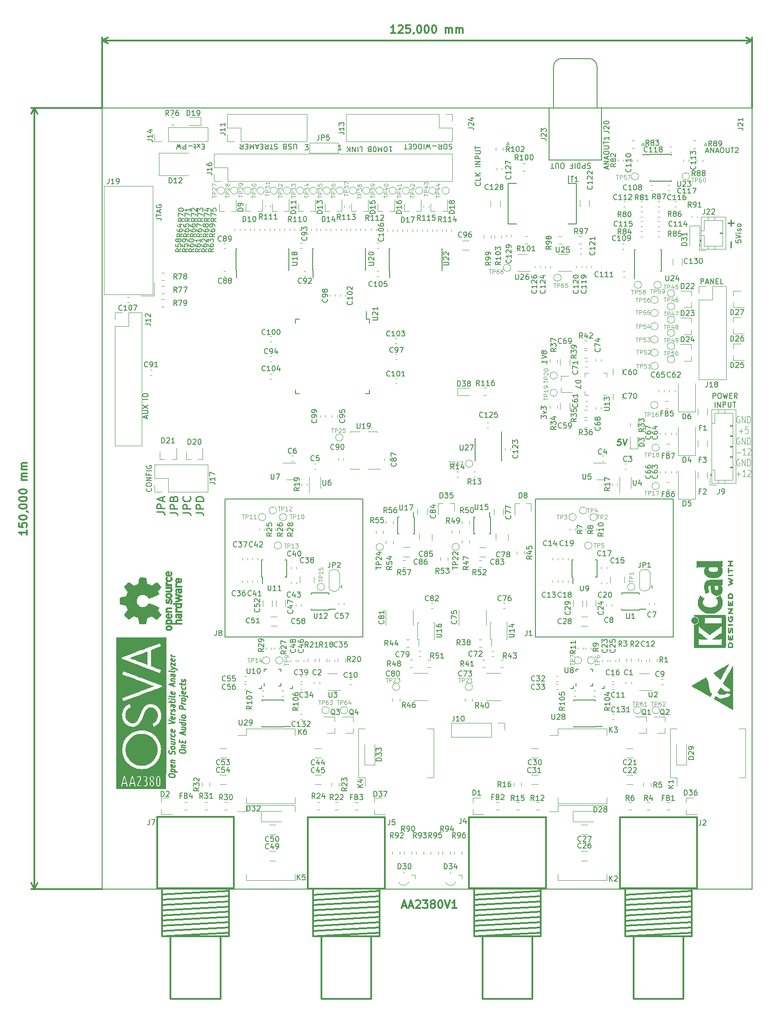
<source format=gbr>
G04 #@! TF.GenerationSoftware,KiCad,Pcbnew,5.0.2-bee76a0~70~ubuntu16.04.1*
G04 #@! TF.CreationDate,2019-03-08T17:41:57+01:00*
G04 #@! TF.ProjectId,AA2380V1,41413233-3830-4563-912e-6b696361645f,1.0*
G04 #@! TF.SameCoordinates,Original*
G04 #@! TF.FileFunction,Legend,Top*
G04 #@! TF.FilePolarity,Positive*
%FSLAX46Y46*%
G04 Gerber Fmt 4.6, Leading zero omitted, Abs format (unit mm)*
G04 Created by KiCad (PCBNEW 5.0.2-bee76a0~70~ubuntu16.04.1) date ven. 08 mars 2019 17:41:57 CET*
%MOMM*%
%LPD*%
G01*
G04 APERTURE LIST*
%ADD10C,0.300000*%
%ADD11C,0.250000*%
%ADD12C,0.200000*%
%ADD13C,0.150000*%
%ADD14C,0.120000*%
%ADD15C,0.100000*%
%ADD16C,0.010000*%
G04 APERTURE END LIST*
D10*
X96785714Y-209250000D02*
X97500000Y-209250000D01*
X96642857Y-209678571D02*
X97142857Y-208178571D01*
X97642857Y-209678571D01*
X98071428Y-209250000D02*
X98785714Y-209250000D01*
X97928571Y-209678571D02*
X98428571Y-208178571D01*
X98928571Y-209678571D01*
X99357142Y-208321428D02*
X99428571Y-208250000D01*
X99571428Y-208178571D01*
X99928571Y-208178571D01*
X100071428Y-208250000D01*
X100142857Y-208321428D01*
X100214285Y-208464285D01*
X100214285Y-208607142D01*
X100142857Y-208821428D01*
X99285714Y-209678571D01*
X100214285Y-209678571D01*
X100714285Y-208178571D02*
X101642857Y-208178571D01*
X101142857Y-208750000D01*
X101357142Y-208750000D01*
X101500000Y-208821428D01*
X101571428Y-208892857D01*
X101642857Y-209035714D01*
X101642857Y-209392857D01*
X101571428Y-209535714D01*
X101500000Y-209607142D01*
X101357142Y-209678571D01*
X100928571Y-209678571D01*
X100785714Y-209607142D01*
X100714285Y-209535714D01*
X102500000Y-208821428D02*
X102357142Y-208750000D01*
X102285714Y-208678571D01*
X102214285Y-208535714D01*
X102214285Y-208464285D01*
X102285714Y-208321428D01*
X102357142Y-208250000D01*
X102500000Y-208178571D01*
X102785714Y-208178571D01*
X102928571Y-208250000D01*
X103000000Y-208321428D01*
X103071428Y-208464285D01*
X103071428Y-208535714D01*
X103000000Y-208678571D01*
X102928571Y-208750000D01*
X102785714Y-208821428D01*
X102500000Y-208821428D01*
X102357142Y-208892857D01*
X102285714Y-208964285D01*
X102214285Y-209107142D01*
X102214285Y-209392857D01*
X102285714Y-209535714D01*
X102357142Y-209607142D01*
X102500000Y-209678571D01*
X102785714Y-209678571D01*
X102928571Y-209607142D01*
X103000000Y-209535714D01*
X103071428Y-209392857D01*
X103071428Y-209107142D01*
X103000000Y-208964285D01*
X102928571Y-208892857D01*
X102785714Y-208821428D01*
X104000000Y-208178571D02*
X104142857Y-208178571D01*
X104285714Y-208250000D01*
X104357142Y-208321428D01*
X104428571Y-208464285D01*
X104500000Y-208750000D01*
X104500000Y-209107142D01*
X104428571Y-209392857D01*
X104357142Y-209535714D01*
X104285714Y-209607142D01*
X104142857Y-209678571D01*
X104000000Y-209678571D01*
X103857142Y-209607142D01*
X103785714Y-209535714D01*
X103714285Y-209392857D01*
X103642857Y-209107142D01*
X103642857Y-208750000D01*
X103714285Y-208464285D01*
X103785714Y-208321428D01*
X103857142Y-208250000D01*
X104000000Y-208178571D01*
X104928571Y-208178571D02*
X105428571Y-209678571D01*
X105928571Y-208178571D01*
X107214285Y-209678571D02*
X106357142Y-209678571D01*
X106785714Y-209678571D02*
X106785714Y-208178571D01*
X106642857Y-208392857D01*
X106500000Y-208535714D01*
X106357142Y-208607142D01*
X24578571Y-137071428D02*
X24578571Y-137928571D01*
X24578571Y-137500000D02*
X23078571Y-137500000D01*
X23292857Y-137642857D01*
X23435714Y-137785714D01*
X23507142Y-137928571D01*
X23078571Y-135714285D02*
X23078571Y-136428571D01*
X23792857Y-136500000D01*
X23721428Y-136428571D01*
X23650000Y-136285714D01*
X23650000Y-135928571D01*
X23721428Y-135785714D01*
X23792857Y-135714285D01*
X23935714Y-135642857D01*
X24292857Y-135642857D01*
X24435714Y-135714285D01*
X24507142Y-135785714D01*
X24578571Y-135928571D01*
X24578571Y-136285714D01*
X24507142Y-136428571D01*
X24435714Y-136500000D01*
X23078571Y-134714285D02*
X23078571Y-134571428D01*
X23150000Y-134428571D01*
X23221428Y-134357142D01*
X23364285Y-134285714D01*
X23650000Y-134214285D01*
X24007142Y-134214285D01*
X24292857Y-134285714D01*
X24435714Y-134357142D01*
X24507142Y-134428571D01*
X24578571Y-134571428D01*
X24578571Y-134714285D01*
X24507142Y-134857142D01*
X24435714Y-134928571D01*
X24292857Y-135000000D01*
X24007142Y-135071428D01*
X23650000Y-135071428D01*
X23364285Y-135000000D01*
X23221428Y-134928571D01*
X23150000Y-134857142D01*
X23078571Y-134714285D01*
X24507142Y-133500000D02*
X24578571Y-133500000D01*
X24721428Y-133571428D01*
X24792857Y-133642857D01*
X23078571Y-132571428D02*
X23078571Y-132428571D01*
X23150000Y-132285714D01*
X23221428Y-132214285D01*
X23364285Y-132142857D01*
X23650000Y-132071428D01*
X24007142Y-132071428D01*
X24292857Y-132142857D01*
X24435714Y-132214285D01*
X24507142Y-132285714D01*
X24578571Y-132428571D01*
X24578571Y-132571428D01*
X24507142Y-132714285D01*
X24435714Y-132785714D01*
X24292857Y-132857142D01*
X24007142Y-132928571D01*
X23650000Y-132928571D01*
X23364285Y-132857142D01*
X23221428Y-132785714D01*
X23150000Y-132714285D01*
X23078571Y-132571428D01*
X23078571Y-131142857D02*
X23078571Y-131000000D01*
X23150000Y-130857142D01*
X23221428Y-130785714D01*
X23364285Y-130714285D01*
X23650000Y-130642857D01*
X24007142Y-130642857D01*
X24292857Y-130714285D01*
X24435714Y-130785714D01*
X24507142Y-130857142D01*
X24578571Y-131000000D01*
X24578571Y-131142857D01*
X24507142Y-131285714D01*
X24435714Y-131357142D01*
X24292857Y-131428571D01*
X24007142Y-131500000D01*
X23650000Y-131500000D01*
X23364285Y-131428571D01*
X23221428Y-131357142D01*
X23150000Y-131285714D01*
X23078571Y-131142857D01*
X23078571Y-129714285D02*
X23078571Y-129571428D01*
X23150000Y-129428571D01*
X23221428Y-129357142D01*
X23364285Y-129285714D01*
X23650000Y-129214285D01*
X24007142Y-129214285D01*
X24292857Y-129285714D01*
X24435714Y-129357142D01*
X24507142Y-129428571D01*
X24578571Y-129571428D01*
X24578571Y-129714285D01*
X24507142Y-129857142D01*
X24435714Y-129928571D01*
X24292857Y-130000000D01*
X24007142Y-130071428D01*
X23650000Y-130071428D01*
X23364285Y-130000000D01*
X23221428Y-129928571D01*
X23150000Y-129857142D01*
X23078571Y-129714285D01*
X24578571Y-127428571D02*
X23578571Y-127428571D01*
X23721428Y-127428571D02*
X23650000Y-127357142D01*
X23578571Y-127214285D01*
X23578571Y-127000000D01*
X23650000Y-126857142D01*
X23792857Y-126785714D01*
X24578571Y-126785714D01*
X23792857Y-126785714D02*
X23650000Y-126714285D01*
X23578571Y-126571428D01*
X23578571Y-126357142D01*
X23650000Y-126214285D01*
X23792857Y-126142857D01*
X24578571Y-126142857D01*
X24578571Y-125428571D02*
X23578571Y-125428571D01*
X23721428Y-125428571D02*
X23650000Y-125357142D01*
X23578571Y-125214285D01*
X23578571Y-125000000D01*
X23650000Y-124857142D01*
X23792857Y-124785714D01*
X24578571Y-124785714D01*
X23792857Y-124785714D02*
X23650000Y-124714285D01*
X23578571Y-124571428D01*
X23578571Y-124357142D01*
X23650000Y-124214285D01*
X23792857Y-124142857D01*
X24578571Y-124142857D01*
X26000000Y-206000000D02*
X26000000Y-56000000D01*
X39000000Y-206000000D02*
X25413579Y-206000000D01*
X39000000Y-56000000D02*
X25413579Y-56000000D01*
X26000000Y-56000000D02*
X26586421Y-57126504D01*
X26000000Y-56000000D02*
X25413579Y-57126504D01*
X26000000Y-206000000D02*
X26586421Y-204873496D01*
X26000000Y-206000000D02*
X25413579Y-204873496D01*
X95428571Y-41578572D02*
X94571428Y-41578572D01*
X95000000Y-41578572D02*
X95000000Y-40078572D01*
X94857142Y-40292858D01*
X94714285Y-40435715D01*
X94571428Y-40507143D01*
X96000000Y-40221429D02*
X96071428Y-40150001D01*
X96214285Y-40078572D01*
X96571428Y-40078572D01*
X96714285Y-40150001D01*
X96785714Y-40221429D01*
X96857142Y-40364286D01*
X96857142Y-40507143D01*
X96785714Y-40721429D01*
X95928571Y-41578572D01*
X96857142Y-41578572D01*
X98214285Y-40078572D02*
X97500000Y-40078572D01*
X97428571Y-40792858D01*
X97500000Y-40721429D01*
X97642857Y-40650001D01*
X98000000Y-40650001D01*
X98142857Y-40721429D01*
X98214285Y-40792858D01*
X98285714Y-40935715D01*
X98285714Y-41292858D01*
X98214285Y-41435715D01*
X98142857Y-41507143D01*
X98000000Y-41578572D01*
X97642857Y-41578572D01*
X97500000Y-41507143D01*
X97428571Y-41435715D01*
X99000000Y-41507143D02*
X99000000Y-41578572D01*
X98928571Y-41721429D01*
X98857142Y-41792858D01*
X99928571Y-40078572D02*
X100071428Y-40078572D01*
X100214285Y-40150001D01*
X100285714Y-40221429D01*
X100357142Y-40364286D01*
X100428571Y-40650001D01*
X100428571Y-41007143D01*
X100357142Y-41292858D01*
X100285714Y-41435715D01*
X100214285Y-41507143D01*
X100071428Y-41578572D01*
X99928571Y-41578572D01*
X99785714Y-41507143D01*
X99714285Y-41435715D01*
X99642857Y-41292858D01*
X99571428Y-41007143D01*
X99571428Y-40650001D01*
X99642857Y-40364286D01*
X99714285Y-40221429D01*
X99785714Y-40150001D01*
X99928571Y-40078572D01*
X101357142Y-40078572D02*
X101500000Y-40078572D01*
X101642857Y-40150001D01*
X101714285Y-40221429D01*
X101785714Y-40364286D01*
X101857142Y-40650001D01*
X101857142Y-41007143D01*
X101785714Y-41292858D01*
X101714285Y-41435715D01*
X101642857Y-41507143D01*
X101500000Y-41578572D01*
X101357142Y-41578572D01*
X101214285Y-41507143D01*
X101142857Y-41435715D01*
X101071428Y-41292858D01*
X101000000Y-41007143D01*
X101000000Y-40650001D01*
X101071428Y-40364286D01*
X101142857Y-40221429D01*
X101214285Y-40150001D01*
X101357142Y-40078572D01*
X102785714Y-40078572D02*
X102928571Y-40078572D01*
X103071428Y-40150001D01*
X103142857Y-40221429D01*
X103214285Y-40364286D01*
X103285714Y-40650001D01*
X103285714Y-41007143D01*
X103214285Y-41292858D01*
X103142857Y-41435715D01*
X103071428Y-41507143D01*
X102928571Y-41578572D01*
X102785714Y-41578572D01*
X102642857Y-41507143D01*
X102571428Y-41435715D01*
X102500000Y-41292858D01*
X102428571Y-41007143D01*
X102428571Y-40650001D01*
X102500000Y-40364286D01*
X102571428Y-40221429D01*
X102642857Y-40150001D01*
X102785714Y-40078572D01*
X105071428Y-41578572D02*
X105071428Y-40578572D01*
X105071428Y-40721429D02*
X105142857Y-40650001D01*
X105285714Y-40578572D01*
X105500000Y-40578572D01*
X105642857Y-40650001D01*
X105714285Y-40792858D01*
X105714285Y-41578572D01*
X105714285Y-40792858D02*
X105785714Y-40650001D01*
X105928571Y-40578572D01*
X106142857Y-40578572D01*
X106285714Y-40650001D01*
X106357142Y-40792858D01*
X106357142Y-41578572D01*
X107071428Y-41578572D02*
X107071428Y-40578572D01*
X107071428Y-40721429D02*
X107142857Y-40650001D01*
X107285714Y-40578572D01*
X107500000Y-40578572D01*
X107642857Y-40650001D01*
X107714285Y-40792858D01*
X107714285Y-41578572D01*
X107714285Y-40792858D02*
X107785714Y-40650001D01*
X107928571Y-40578572D01*
X108142857Y-40578572D01*
X108285714Y-40650001D01*
X108357142Y-40792858D01*
X108357142Y-41578572D01*
X164000000Y-43000001D02*
X39000000Y-43000001D01*
X164000000Y-56000000D02*
X164000000Y-42413580D01*
X39000000Y-56000000D02*
X39000000Y-42413580D01*
X39000000Y-43000001D02*
X40126504Y-42413580D01*
X39000000Y-43000001D02*
X40126504Y-43586422D01*
X164000000Y-43000001D02*
X162873496Y-42413580D01*
X164000000Y-43000001D02*
X162873496Y-43586422D01*
D11*
X49541571Y-133583571D02*
X50613000Y-133583571D01*
X50827285Y-133655000D01*
X50970142Y-133797857D01*
X51041571Y-134012142D01*
X51041571Y-134155000D01*
X51041571Y-132869285D02*
X49541571Y-132869285D01*
X49541571Y-132297857D01*
X49613000Y-132155000D01*
X49684428Y-132083571D01*
X49827285Y-132012142D01*
X50041571Y-132012142D01*
X50184428Y-132083571D01*
X50255857Y-132155000D01*
X50327285Y-132297857D01*
X50327285Y-132869285D01*
X50613000Y-131440714D02*
X50613000Y-130726428D01*
X51041571Y-131583571D02*
X49541571Y-131083571D01*
X51041571Y-130583571D01*
X52041571Y-133690714D02*
X53113000Y-133690714D01*
X53327285Y-133762142D01*
X53470142Y-133905000D01*
X53541571Y-134119285D01*
X53541571Y-134262142D01*
X53541571Y-132976428D02*
X52041571Y-132976428D01*
X52041571Y-132405000D01*
X52113000Y-132262142D01*
X52184428Y-132190714D01*
X52327285Y-132119285D01*
X52541571Y-132119285D01*
X52684428Y-132190714D01*
X52755857Y-132262142D01*
X52827285Y-132405000D01*
X52827285Y-132976428D01*
X52755857Y-130976428D02*
X52827285Y-130762142D01*
X52898714Y-130690714D01*
X53041571Y-130619285D01*
X53255857Y-130619285D01*
X53398714Y-130690714D01*
X53470142Y-130762142D01*
X53541571Y-130905000D01*
X53541571Y-131476428D01*
X52041571Y-131476428D01*
X52041571Y-130976428D01*
X52113000Y-130833571D01*
X52184428Y-130762142D01*
X52327285Y-130690714D01*
X52470142Y-130690714D01*
X52613000Y-130762142D01*
X52684428Y-130833571D01*
X52755857Y-130976428D01*
X52755857Y-131476428D01*
X54541571Y-133690714D02*
X55613000Y-133690714D01*
X55827285Y-133762142D01*
X55970142Y-133905000D01*
X56041571Y-134119285D01*
X56041571Y-134262142D01*
X56041571Y-132976428D02*
X54541571Y-132976428D01*
X54541571Y-132405000D01*
X54613000Y-132262142D01*
X54684428Y-132190714D01*
X54827285Y-132119285D01*
X55041571Y-132119285D01*
X55184428Y-132190714D01*
X55255857Y-132262142D01*
X55327285Y-132405000D01*
X55327285Y-132976428D01*
X55898714Y-130619285D02*
X55970142Y-130690714D01*
X56041571Y-130905000D01*
X56041571Y-131047857D01*
X55970142Y-131262142D01*
X55827285Y-131405000D01*
X55684428Y-131476428D01*
X55398714Y-131547857D01*
X55184428Y-131547857D01*
X54898714Y-131476428D01*
X54755857Y-131405000D01*
X54613000Y-131262142D01*
X54541571Y-131047857D01*
X54541571Y-130905000D01*
X54613000Y-130690714D01*
X54684428Y-130619285D01*
X57041571Y-133690714D02*
X58113000Y-133690714D01*
X58327285Y-133762142D01*
X58470142Y-133905000D01*
X58541571Y-134119285D01*
X58541571Y-134262142D01*
X58541571Y-132976428D02*
X57041571Y-132976428D01*
X57041571Y-132405000D01*
X57113000Y-132262142D01*
X57184428Y-132190714D01*
X57327285Y-132119285D01*
X57541571Y-132119285D01*
X57684428Y-132190714D01*
X57755857Y-132262142D01*
X57827285Y-132405000D01*
X57827285Y-132976428D01*
X58541571Y-131476428D02*
X57041571Y-131476428D01*
X57041571Y-131119285D01*
X57113000Y-130905000D01*
X57255857Y-130762142D01*
X57398714Y-130690714D01*
X57684428Y-130619285D01*
X57898714Y-130619285D01*
X58184428Y-130690714D01*
X58327285Y-130762142D01*
X58470142Y-130905000D01*
X58541571Y-131119285D01*
X58541571Y-131476428D01*
D12*
X123454022Y-115598814D02*
X123454022Y-114979767D01*
X123834975Y-115360719D01*
X123834975Y-115217862D01*
X123882594Y-115128576D01*
X123930213Y-115086910D01*
X124025451Y-115051195D01*
X124263546Y-115080957D01*
X124358784Y-115140481D01*
X124406403Y-115194052D01*
X124454022Y-115295243D01*
X124454022Y-115580957D01*
X124406403Y-115670243D01*
X124358784Y-115711910D01*
X123787356Y-114688100D02*
X124454022Y-114533338D01*
X123787356Y-114211910D01*
X123454022Y-113884529D02*
X123454022Y-113265481D01*
X123834975Y-113646433D01*
X123834975Y-113503576D01*
X123882594Y-113414291D01*
X123930213Y-113372624D01*
X124025451Y-113336910D01*
X124263546Y-113366671D01*
X124358784Y-113426195D01*
X124406403Y-113479767D01*
X124454022Y-113580957D01*
X124454022Y-113866671D01*
X124406403Y-113955957D01*
X124358784Y-113997624D01*
X124520225Y-104484386D02*
X124520225Y-105055814D01*
X124520225Y-104770100D02*
X123520225Y-104645100D01*
X123663083Y-104758195D01*
X123758321Y-104865338D01*
X123805940Y-104966529D01*
X123520225Y-104073671D02*
X124520225Y-103865338D01*
X123520225Y-103407005D01*
X123948797Y-102984386D02*
X123901178Y-103073671D01*
X123853559Y-103115338D01*
X123758321Y-103151052D01*
X123710702Y-103145100D01*
X123615464Y-103085576D01*
X123567845Y-103032005D01*
X123520225Y-102930814D01*
X123520225Y-102740338D01*
X123567845Y-102651052D01*
X123615464Y-102609386D01*
X123710702Y-102573671D01*
X123758321Y-102579624D01*
X123853559Y-102639148D01*
X123901178Y-102692719D01*
X123948797Y-102793910D01*
X123948797Y-102984386D01*
X123996416Y-103085576D01*
X124044035Y-103139148D01*
X124139273Y-103198671D01*
X124329749Y-103222481D01*
X124424987Y-103186767D01*
X124472606Y-103145100D01*
X124520225Y-103055814D01*
X124520225Y-102865338D01*
X124472606Y-102764148D01*
X124424987Y-102710576D01*
X124329749Y-102651052D01*
X124139273Y-102627243D01*
X124044035Y-102662957D01*
X123996416Y-102704624D01*
X123948797Y-102793910D01*
X156490118Y-111745671D02*
X156490118Y-110745671D01*
X156871070Y-110745671D01*
X156966308Y-110793291D01*
X157013927Y-110840910D01*
X157061546Y-110936148D01*
X157061546Y-111079005D01*
X157013927Y-111174243D01*
X156966308Y-111221862D01*
X156871070Y-111269481D01*
X156490118Y-111269481D01*
X157680594Y-110745671D02*
X157871070Y-110745671D01*
X157966308Y-110793291D01*
X158061546Y-110888529D01*
X158109165Y-111079005D01*
X158109165Y-111412338D01*
X158061546Y-111602814D01*
X157966308Y-111698052D01*
X157871070Y-111745671D01*
X157680594Y-111745671D01*
X157585356Y-111698052D01*
X157490118Y-111602814D01*
X157442499Y-111412338D01*
X157442499Y-111079005D01*
X157490118Y-110888529D01*
X157585356Y-110793291D01*
X157680594Y-110745671D01*
X158442499Y-110745671D02*
X158680594Y-111745671D01*
X158871070Y-111031386D01*
X159061546Y-111745671D01*
X159299642Y-110745671D01*
X159680594Y-111221862D02*
X160013927Y-111221862D01*
X160156784Y-111745671D02*
X159680594Y-111745671D01*
X159680594Y-110745671D01*
X160156784Y-110745671D01*
X161156784Y-111745671D02*
X160823451Y-111269481D01*
X160585356Y-111745671D02*
X160585356Y-110745671D01*
X160966308Y-110745671D01*
X161061546Y-110793291D01*
X161109165Y-110840910D01*
X161156784Y-110936148D01*
X161156784Y-111079005D01*
X161109165Y-111174243D01*
X161061546Y-111221862D01*
X160966308Y-111269481D01*
X160585356Y-111269481D01*
X156871070Y-113445671D02*
X156871070Y-112445671D01*
X157347261Y-113445671D02*
X157347261Y-112445671D01*
X157918689Y-113445671D01*
X157918689Y-112445671D01*
X158394880Y-113445671D02*
X158394880Y-112445671D01*
X158775832Y-112445671D01*
X158871070Y-112493291D01*
X158918689Y-112540910D01*
X158966308Y-112636148D01*
X158966308Y-112779005D01*
X158918689Y-112874243D01*
X158871070Y-112921862D01*
X158775832Y-112969481D01*
X158394880Y-112969481D01*
X159394880Y-112445671D02*
X159394880Y-113255195D01*
X159442499Y-113350433D01*
X159490118Y-113398052D01*
X159585356Y-113445671D01*
X159775832Y-113445671D01*
X159871070Y-113398052D01*
X159918689Y-113350433D01*
X159966308Y-113255195D01*
X159966308Y-112445671D01*
X160299642Y-112445671D02*
X160871070Y-112445671D01*
X160585356Y-113445671D02*
X160585356Y-112445671D01*
D13*
X164000000Y-206000000D02*
X164000000Y-56000000D01*
D11*
X138799400Y-119546857D02*
X138227972Y-119546857D01*
X138099400Y-120118285D01*
X138163686Y-120061142D01*
X138285115Y-120004000D01*
X138570829Y-120004000D01*
X138677972Y-120061142D01*
X138727972Y-120118285D01*
X138770829Y-120232571D01*
X138735115Y-120518285D01*
X138663686Y-120632571D01*
X138599400Y-120689714D01*
X138477972Y-120746857D01*
X138192258Y-120746857D01*
X138085115Y-120689714D01*
X138035115Y-120632571D01*
X139199400Y-119546857D02*
X139449400Y-120746857D01*
X139999400Y-119546857D01*
D12*
X94211904Y-63406619D02*
X94783333Y-63406619D01*
X94497619Y-63406619D02*
X94497619Y-64406619D01*
X94592857Y-64263761D01*
X94688095Y-64168523D01*
X94783333Y-64120904D01*
X93592857Y-64406619D02*
X93497619Y-64406619D01*
X93402380Y-64359000D01*
X93354761Y-64311380D01*
X93307142Y-64216142D01*
X93259523Y-64025666D01*
X93259523Y-63787571D01*
X93307142Y-63597095D01*
X93354761Y-63501857D01*
X93402380Y-63454238D01*
X93497619Y-63406619D01*
X93592857Y-63406619D01*
X93688095Y-63454238D01*
X93735714Y-63501857D01*
X93783333Y-63597095D01*
X93830952Y-63787571D01*
X93830952Y-64025666D01*
X93783333Y-64216142D01*
X93735714Y-64311380D01*
X93688095Y-64359000D01*
X93592857Y-64406619D01*
X92830952Y-63406619D02*
X92830952Y-64406619D01*
X92497619Y-63692333D01*
X92164285Y-64406619D01*
X92164285Y-63406619D01*
X91497619Y-64406619D02*
X91402380Y-64406619D01*
X91307142Y-64359000D01*
X91259523Y-64311380D01*
X91211904Y-64216142D01*
X91164285Y-64025666D01*
X91164285Y-63787571D01*
X91211904Y-63597095D01*
X91259523Y-63501857D01*
X91307142Y-63454238D01*
X91402380Y-63406619D01*
X91497619Y-63406619D01*
X91592857Y-63454238D01*
X91640476Y-63501857D01*
X91688095Y-63597095D01*
X91735714Y-63787571D01*
X91735714Y-64025666D01*
X91688095Y-64216142D01*
X91640476Y-64311380D01*
X91592857Y-64359000D01*
X91497619Y-64406619D01*
X90592857Y-63978047D02*
X90688095Y-64025666D01*
X90735714Y-64073285D01*
X90783333Y-64168523D01*
X90783333Y-64216142D01*
X90735714Y-64311380D01*
X90688095Y-64359000D01*
X90592857Y-64406619D01*
X90402380Y-64406619D01*
X90307142Y-64359000D01*
X90259523Y-64311380D01*
X90211904Y-64216142D01*
X90211904Y-64168523D01*
X90259523Y-64073285D01*
X90307142Y-64025666D01*
X90402380Y-63978047D01*
X90592857Y-63978047D01*
X90688095Y-63930428D01*
X90735714Y-63882809D01*
X90783333Y-63787571D01*
X90783333Y-63597095D01*
X90735714Y-63501857D01*
X90688095Y-63454238D01*
X90592857Y-63406619D01*
X90402380Y-63406619D01*
X90307142Y-63454238D01*
X90259523Y-63501857D01*
X90211904Y-63597095D01*
X90211904Y-63787571D01*
X90259523Y-63882809D01*
X90307142Y-63930428D01*
X90402380Y-63978047D01*
X88545238Y-63406619D02*
X89021428Y-63406619D01*
X89021428Y-64406619D01*
X88211904Y-63406619D02*
X88211904Y-64406619D01*
X87735714Y-63406619D02*
X87735714Y-64406619D01*
X87164285Y-63406619D01*
X87164285Y-64406619D01*
X86688095Y-63406619D02*
X86688095Y-64406619D01*
X86116666Y-63406619D02*
X86545238Y-63978047D01*
X86116666Y-64406619D02*
X86688095Y-63835190D01*
X132932904Y-66647238D02*
X132790047Y-66599619D01*
X132551952Y-66599619D01*
X132456714Y-66647238D01*
X132409095Y-66694857D01*
X132361476Y-66790095D01*
X132361476Y-66885333D01*
X132409095Y-66980571D01*
X132456714Y-67028190D01*
X132551952Y-67075809D01*
X132742428Y-67123428D01*
X132837666Y-67171047D01*
X132885285Y-67218666D01*
X132932904Y-67313904D01*
X132932904Y-67409142D01*
X132885285Y-67504380D01*
X132837666Y-67552000D01*
X132742428Y-67599619D01*
X132504333Y-67599619D01*
X132361476Y-67552000D01*
X131932904Y-66599619D02*
X131932904Y-67599619D01*
X131551952Y-67599619D01*
X131456714Y-67552000D01*
X131409095Y-67504380D01*
X131361476Y-67409142D01*
X131361476Y-67266285D01*
X131409095Y-67171047D01*
X131456714Y-67123428D01*
X131551952Y-67075809D01*
X131932904Y-67075809D01*
X130932904Y-66599619D02*
X130932904Y-67599619D01*
X130694809Y-67599619D01*
X130551952Y-67552000D01*
X130456714Y-67456761D01*
X130409095Y-67361523D01*
X130361476Y-67171047D01*
X130361476Y-67028190D01*
X130409095Y-66837714D01*
X130456714Y-66742476D01*
X130551952Y-66647238D01*
X130694809Y-66599619D01*
X130932904Y-66599619D01*
X129932904Y-66599619D02*
X129932904Y-67599619D01*
X129123380Y-67123428D02*
X129456714Y-67123428D01*
X129456714Y-66599619D02*
X129456714Y-67599619D01*
X128980523Y-67599619D01*
X127647190Y-67599619D02*
X127456714Y-67599619D01*
X127361476Y-67552000D01*
X127266238Y-67456761D01*
X127218619Y-67266285D01*
X127218619Y-66932952D01*
X127266238Y-66742476D01*
X127361476Y-66647238D01*
X127456714Y-66599619D01*
X127647190Y-66599619D01*
X127742428Y-66647238D01*
X127837666Y-66742476D01*
X127885285Y-66932952D01*
X127885285Y-67266285D01*
X127837666Y-67456761D01*
X127742428Y-67552000D01*
X127647190Y-67599619D01*
X126790047Y-67599619D02*
X126790047Y-66790095D01*
X126742428Y-66694857D01*
X126694809Y-66647238D01*
X126599571Y-66599619D01*
X126409095Y-66599619D01*
X126313857Y-66647238D01*
X126266238Y-66694857D01*
X126218619Y-66790095D01*
X126218619Y-67599619D01*
X125885285Y-67599619D02*
X125313857Y-67599619D01*
X125599571Y-66599619D02*
X125599571Y-67599619D01*
X111697644Y-70283717D02*
X111745263Y-70331336D01*
X111792882Y-70474193D01*
X111792882Y-70569431D01*
X111745263Y-70712288D01*
X111650025Y-70807526D01*
X111554787Y-70855145D01*
X111364311Y-70902764D01*
X111221454Y-70902764D01*
X111030978Y-70855145D01*
X110935740Y-70807526D01*
X110840502Y-70712288D01*
X110792882Y-70569431D01*
X110792882Y-70474193D01*
X110840502Y-70331336D01*
X110888121Y-70283717D01*
X111792882Y-69378955D02*
X111792882Y-69855145D01*
X110792882Y-69855145D01*
X111792882Y-69045621D02*
X110792882Y-69045621D01*
X111792882Y-68474193D02*
X111221454Y-68902764D01*
X110792882Y-68474193D02*
X111364311Y-69045621D01*
X111792882Y-67283717D02*
X110792882Y-67283717D01*
X111792882Y-66807526D02*
X110792882Y-66807526D01*
X111792882Y-66236098D01*
X110792882Y-66236098D01*
X111792882Y-65759907D02*
X110792882Y-65759907D01*
X110792882Y-65378955D01*
X110840502Y-65283717D01*
X110888121Y-65236098D01*
X110983359Y-65188479D01*
X111126216Y-65188479D01*
X111221454Y-65236098D01*
X111269073Y-65283717D01*
X111316692Y-65378955D01*
X111316692Y-65759907D01*
X110792882Y-64759907D02*
X111602406Y-64759907D01*
X111697644Y-64712288D01*
X111745263Y-64664669D01*
X111792882Y-64569431D01*
X111792882Y-64378955D01*
X111745263Y-64283717D01*
X111697644Y-64236098D01*
X111602406Y-64188479D01*
X110792882Y-64188479D01*
X110792882Y-63855145D02*
X110792882Y-63283717D01*
X111792882Y-63569431D02*
X110792882Y-63569431D01*
X155158761Y-64297666D02*
X155634952Y-64297666D01*
X155063523Y-64583380D02*
X155396857Y-63583380D01*
X155730190Y-64583380D01*
X156063523Y-64583380D02*
X156063523Y-63583380D01*
X156634952Y-64583380D01*
X156634952Y-63583380D01*
X157063523Y-64297666D02*
X157539714Y-64297666D01*
X156968285Y-64583380D02*
X157301619Y-63583380D01*
X157634952Y-64583380D01*
X158158761Y-63583380D02*
X158349238Y-63583380D01*
X158444476Y-63631000D01*
X158539714Y-63726238D01*
X158587333Y-63916714D01*
X158587333Y-64250047D01*
X158539714Y-64440523D01*
X158444476Y-64535761D01*
X158349238Y-64583380D01*
X158158761Y-64583380D01*
X158063523Y-64535761D01*
X157968285Y-64440523D01*
X157920666Y-64250047D01*
X157920666Y-63916714D01*
X157968285Y-63726238D01*
X158063523Y-63631000D01*
X158158761Y-63583380D01*
X159015904Y-63583380D02*
X159015904Y-64392904D01*
X159063523Y-64488142D01*
X159111142Y-64535761D01*
X159206380Y-64583380D01*
X159396857Y-64583380D01*
X159492095Y-64535761D01*
X159539714Y-64488142D01*
X159587333Y-64392904D01*
X159587333Y-63583380D01*
X159920666Y-63583380D02*
X160492095Y-63583380D01*
X160206380Y-64583380D02*
X160206380Y-63583380D01*
X160777809Y-63678619D02*
X160825428Y-63631000D01*
X160920666Y-63583380D01*
X161158761Y-63583380D01*
X161254000Y-63631000D01*
X161301619Y-63678619D01*
X161349238Y-63773857D01*
X161349238Y-63869095D01*
X161301619Y-64011952D01*
X160730190Y-64583380D01*
X161349238Y-64583380D01*
D11*
X159938857Y-77538142D02*
X159938857Y-78681000D01*
X159367428Y-78109571D02*
X160510285Y-78109571D01*
X159938857Y-81681000D02*
X159938857Y-82823857D01*
D12*
X58645238Y-63417428D02*
X58311904Y-63417428D01*
X58169047Y-62893619D02*
X58645238Y-62893619D01*
X58645238Y-63893619D01*
X58169047Y-63893619D01*
X57835714Y-62893619D02*
X57311904Y-63560285D01*
X57835714Y-63560285D02*
X57311904Y-62893619D01*
X57073809Y-63560285D02*
X56692857Y-63560285D01*
X56930952Y-63893619D02*
X56930952Y-63036476D01*
X56883333Y-62941238D01*
X56788095Y-62893619D01*
X56692857Y-62893619D01*
X56359523Y-63274571D02*
X55597619Y-63274571D01*
X55121428Y-62893619D02*
X55121428Y-63893619D01*
X54740476Y-63893619D01*
X54645238Y-63846000D01*
X54597619Y-63798380D01*
X54550000Y-63703142D01*
X54550000Y-63560285D01*
X54597619Y-63465047D01*
X54645238Y-63417428D01*
X54740476Y-63369809D01*
X55121428Y-63369809D01*
X54216666Y-63893619D02*
X53978571Y-62893619D01*
X53788095Y-63607904D01*
X53597619Y-62893619D01*
X53359523Y-63893619D01*
X76423761Y-63893619D02*
X76423761Y-63084095D01*
X76376142Y-62988857D01*
X76328523Y-62941238D01*
X76233285Y-62893619D01*
X76042809Y-62893619D01*
X75947571Y-62941238D01*
X75899952Y-62988857D01*
X75852333Y-63084095D01*
X75852333Y-63893619D01*
X75423761Y-62941238D02*
X75280904Y-62893619D01*
X75042809Y-62893619D01*
X74947571Y-62941238D01*
X74899952Y-62988857D01*
X74852333Y-63084095D01*
X74852333Y-63179333D01*
X74899952Y-63274571D01*
X74947571Y-63322190D01*
X75042809Y-63369809D01*
X75233285Y-63417428D01*
X75328523Y-63465047D01*
X75376142Y-63512666D01*
X75423761Y-63607904D01*
X75423761Y-63703142D01*
X75376142Y-63798380D01*
X75328523Y-63846000D01*
X75233285Y-63893619D01*
X74995190Y-63893619D01*
X74852333Y-63846000D01*
X74090428Y-63417428D02*
X73947571Y-63369809D01*
X73899952Y-63322190D01*
X73852333Y-63226952D01*
X73852333Y-63084095D01*
X73899952Y-62988857D01*
X73947571Y-62941238D01*
X74042809Y-62893619D01*
X74423761Y-62893619D01*
X74423761Y-63893619D01*
X74090428Y-63893619D01*
X73995190Y-63846000D01*
X73947571Y-63798380D01*
X73899952Y-63703142D01*
X73899952Y-63607904D01*
X73947571Y-63512666D01*
X73995190Y-63465047D01*
X74090428Y-63417428D01*
X74423761Y-63417428D01*
X72709476Y-62941238D02*
X72566619Y-62893619D01*
X72328523Y-62893619D01*
X72233285Y-62941238D01*
X72185666Y-62988857D01*
X72138047Y-63084095D01*
X72138047Y-63179333D01*
X72185666Y-63274571D01*
X72233285Y-63322190D01*
X72328523Y-63369809D01*
X72519000Y-63417428D01*
X72614238Y-63465047D01*
X72661857Y-63512666D01*
X72709476Y-63607904D01*
X72709476Y-63703142D01*
X72661857Y-63798380D01*
X72614238Y-63846000D01*
X72519000Y-63893619D01*
X72280904Y-63893619D01*
X72138047Y-63846000D01*
X71852333Y-63893619D02*
X71280904Y-63893619D01*
X71566619Y-62893619D02*
X71566619Y-63893619D01*
X70376142Y-62893619D02*
X70709476Y-63369809D01*
X70947571Y-62893619D02*
X70947571Y-63893619D01*
X70566619Y-63893619D01*
X70471380Y-63846000D01*
X70423761Y-63798380D01*
X70376142Y-63703142D01*
X70376142Y-63560285D01*
X70423761Y-63465047D01*
X70471380Y-63417428D01*
X70566619Y-63369809D01*
X70947571Y-63369809D01*
X69947571Y-63417428D02*
X69614238Y-63417428D01*
X69471380Y-62893619D02*
X69947571Y-62893619D01*
X69947571Y-63893619D01*
X69471380Y-63893619D01*
X69090428Y-63179333D02*
X68614238Y-63179333D01*
X69185666Y-62893619D02*
X68852333Y-63893619D01*
X68519000Y-62893619D01*
X68185666Y-62893619D02*
X68185666Y-63893619D01*
X67852333Y-63179333D01*
X67519000Y-63893619D01*
X67519000Y-62893619D01*
X67042809Y-63417428D02*
X66709476Y-63417428D01*
X66566619Y-62893619D02*
X67042809Y-62893619D01*
X67042809Y-63893619D01*
X66566619Y-63893619D01*
X65566619Y-62893619D02*
X65899952Y-63369809D01*
X66138047Y-62893619D02*
X66138047Y-63893619D01*
X65757095Y-63893619D01*
X65661857Y-63846000D01*
X65614238Y-63798380D01*
X65566619Y-63703142D01*
X65566619Y-63560285D01*
X65614238Y-63465047D01*
X65661857Y-63417428D01*
X65757095Y-63369809D01*
X66138047Y-63369809D01*
X106300619Y-62941238D02*
X106157761Y-62893619D01*
X105919666Y-62893619D01*
X105824428Y-62941238D01*
X105776809Y-62988857D01*
X105729190Y-63084095D01*
X105729190Y-63179333D01*
X105776809Y-63274571D01*
X105824428Y-63322190D01*
X105919666Y-63369809D01*
X106110142Y-63417428D01*
X106205380Y-63465047D01*
X106253000Y-63512666D01*
X106300619Y-63607904D01*
X106300619Y-63703142D01*
X106253000Y-63798380D01*
X106205380Y-63846000D01*
X106110142Y-63893619D01*
X105872047Y-63893619D01*
X105729190Y-63846000D01*
X105300619Y-62893619D02*
X105300619Y-63893619D01*
X105062523Y-63893619D01*
X104919666Y-63846000D01*
X104824428Y-63750761D01*
X104776809Y-63655523D01*
X104729190Y-63465047D01*
X104729190Y-63322190D01*
X104776809Y-63131714D01*
X104824428Y-63036476D01*
X104919666Y-62941238D01*
X105062523Y-62893619D01*
X105300619Y-62893619D01*
X103729190Y-62893619D02*
X104062523Y-63369809D01*
X104300619Y-62893619D02*
X104300619Y-63893619D01*
X103919666Y-63893619D01*
X103824428Y-63846000D01*
X103776809Y-63798380D01*
X103729190Y-63703142D01*
X103729190Y-63560285D01*
X103776809Y-63465047D01*
X103824428Y-63417428D01*
X103919666Y-63369809D01*
X104300619Y-63369809D01*
X103300619Y-63274571D02*
X102538714Y-63274571D01*
X102157761Y-63893619D02*
X101919666Y-62893619D01*
X101729190Y-63607904D01*
X101538714Y-62893619D01*
X101300619Y-63893619D01*
X100919666Y-62893619D02*
X100919666Y-63893619D01*
X100443476Y-62893619D02*
X100443476Y-63893619D01*
X100205380Y-63893619D01*
X100062523Y-63846000D01*
X99967285Y-63750761D01*
X99919666Y-63655523D01*
X99872047Y-63465047D01*
X99872047Y-63322190D01*
X99919666Y-63131714D01*
X99967285Y-63036476D01*
X100062523Y-62941238D01*
X100205380Y-62893619D01*
X100443476Y-62893619D01*
X98919666Y-63846000D02*
X99014904Y-63893619D01*
X99157761Y-63893619D01*
X99300619Y-63846000D01*
X99395857Y-63750761D01*
X99443476Y-63655523D01*
X99491095Y-63465047D01*
X99491095Y-63322190D01*
X99443476Y-63131714D01*
X99395857Y-63036476D01*
X99300619Y-62941238D01*
X99157761Y-62893619D01*
X99062523Y-62893619D01*
X98919666Y-62941238D01*
X98872047Y-62988857D01*
X98872047Y-63322190D01*
X99062523Y-63322190D01*
X98443476Y-63417428D02*
X98110142Y-63417428D01*
X97967285Y-62893619D02*
X98443476Y-62893619D01*
X98443476Y-63893619D01*
X97967285Y-63893619D01*
X97681571Y-63893619D02*
X97110142Y-63893619D01*
X97395857Y-62893619D02*
X97395857Y-63893619D01*
X136194666Y-67682238D02*
X136194666Y-67206047D01*
X136480380Y-67777476D02*
X135480380Y-67444142D01*
X136480380Y-67110809D01*
X136480380Y-66777476D02*
X135480380Y-66777476D01*
X136480380Y-66206047D01*
X135480380Y-66206047D01*
X136194666Y-65777476D02*
X136194666Y-65301285D01*
X136480380Y-65872714D02*
X135480380Y-65539380D01*
X136480380Y-65206047D01*
X135480380Y-64682238D02*
X135480380Y-64491761D01*
X135528000Y-64396523D01*
X135623238Y-64301285D01*
X135813714Y-64253666D01*
X136147047Y-64253666D01*
X136337523Y-64301285D01*
X136432761Y-64396523D01*
X136480380Y-64491761D01*
X136480380Y-64682238D01*
X136432761Y-64777476D01*
X136337523Y-64872714D01*
X136147047Y-64920333D01*
X135813714Y-64920333D01*
X135623238Y-64872714D01*
X135528000Y-64777476D01*
X135480380Y-64682238D01*
X135480380Y-63825095D02*
X136289904Y-63825095D01*
X136385142Y-63777476D01*
X136432761Y-63729857D01*
X136480380Y-63634619D01*
X136480380Y-63444142D01*
X136432761Y-63348904D01*
X136385142Y-63301285D01*
X136289904Y-63253666D01*
X135480380Y-63253666D01*
X135480380Y-62920333D02*
X135480380Y-62348904D01*
X136480380Y-62634619D02*
X135480380Y-62634619D01*
X136480380Y-61491761D02*
X136480380Y-62063190D01*
X136480380Y-61777476D02*
X135480380Y-61777476D01*
X135623238Y-61872714D01*
X135718476Y-61967952D01*
X135766095Y-62063190D01*
X48437142Y-129043761D02*
X48484761Y-129091380D01*
X48532380Y-129234238D01*
X48532380Y-129329476D01*
X48484761Y-129472333D01*
X48389523Y-129567571D01*
X48294285Y-129615190D01*
X48103809Y-129662809D01*
X47960952Y-129662809D01*
X47770476Y-129615190D01*
X47675238Y-129567571D01*
X47580000Y-129472333D01*
X47532380Y-129329476D01*
X47532380Y-129234238D01*
X47580000Y-129091380D01*
X47627619Y-129043761D01*
X47532380Y-128424714D02*
X47532380Y-128234238D01*
X47580000Y-128139000D01*
X47675238Y-128043761D01*
X47865714Y-127996142D01*
X48199047Y-127996142D01*
X48389523Y-128043761D01*
X48484761Y-128139000D01*
X48532380Y-128234238D01*
X48532380Y-128424714D01*
X48484761Y-128519952D01*
X48389523Y-128615190D01*
X48199047Y-128662809D01*
X47865714Y-128662809D01*
X47675238Y-128615190D01*
X47580000Y-128519952D01*
X47532380Y-128424714D01*
X48532380Y-127567571D02*
X47532380Y-127567571D01*
X48532380Y-126996142D01*
X47532380Y-126996142D01*
X48008571Y-126186619D02*
X48008571Y-126519952D01*
X48532380Y-126519952D02*
X47532380Y-126519952D01*
X47532380Y-126043761D01*
X48532380Y-125662809D02*
X47532380Y-125662809D01*
X47580000Y-124662809D02*
X47532380Y-124758047D01*
X47532380Y-124900904D01*
X47580000Y-125043761D01*
X47675238Y-125139000D01*
X47770476Y-125186619D01*
X47960952Y-125234238D01*
X48103809Y-125234238D01*
X48294285Y-125186619D01*
X48389523Y-125139000D01*
X48484761Y-125043761D01*
X48532380Y-124900904D01*
X48532380Y-124805666D01*
X48484761Y-124662809D01*
X48437142Y-124615190D01*
X48103809Y-124615190D01*
X48103809Y-124805666D01*
X47563666Y-115581952D02*
X47563666Y-115105761D01*
X47849380Y-115677190D02*
X46849380Y-115343857D01*
X47849380Y-115010523D01*
X46849380Y-114677190D02*
X47658904Y-114677190D01*
X47754142Y-114629571D01*
X47801761Y-114581952D01*
X47849380Y-114486714D01*
X47849380Y-114296238D01*
X47801761Y-114201000D01*
X47754142Y-114153380D01*
X47658904Y-114105761D01*
X46849380Y-114105761D01*
X46849380Y-113724809D02*
X47849380Y-113058142D01*
X46849380Y-113058142D02*
X47849380Y-113724809D01*
X47849380Y-111915285D02*
X46849380Y-111915285D01*
X46849380Y-111248619D02*
X46849380Y-111058142D01*
X46897000Y-110962904D01*
X46992238Y-110867666D01*
X47182714Y-110820047D01*
X47516047Y-110820047D01*
X47706523Y-110867666D01*
X47801761Y-110962904D01*
X47849380Y-111058142D01*
X47849380Y-111248619D01*
X47801761Y-111343857D01*
X47706523Y-111439095D01*
X47516047Y-111486714D01*
X47182714Y-111486714D01*
X46992238Y-111439095D01*
X46897000Y-111343857D01*
X46849380Y-111248619D01*
X49420022Y-77214833D02*
X50134308Y-77214833D01*
X50277165Y-77262452D01*
X50372403Y-77357690D01*
X50420022Y-77500547D01*
X50420022Y-77595786D01*
X49420022Y-76881500D02*
X49420022Y-76310071D01*
X50420022Y-76595786D02*
X49420022Y-76595786D01*
X50134308Y-76024357D02*
X50134308Y-75548167D01*
X50420022Y-76119595D02*
X49420022Y-75786262D01*
X50420022Y-75452928D01*
X49467642Y-74595786D02*
X49420022Y-74691024D01*
X49420022Y-74833881D01*
X49467642Y-74976738D01*
X49562880Y-75071976D01*
X49658118Y-75119595D01*
X49848594Y-75167214D01*
X49991451Y-75167214D01*
X50181927Y-75119595D01*
X50277165Y-75071976D01*
X50372403Y-74976738D01*
X50420022Y-74833881D01*
X50420022Y-74738643D01*
X50372403Y-74595786D01*
X50324784Y-74548167D01*
X49991451Y-74548167D01*
X49991451Y-74738643D01*
X160895380Y-81339714D02*
X160895380Y-81815904D01*
X161371571Y-81863523D01*
X161323952Y-81815904D01*
X161276333Y-81720666D01*
X161276333Y-81482571D01*
X161323952Y-81387333D01*
X161371571Y-81339714D01*
X161466809Y-81292095D01*
X161704904Y-81292095D01*
X161800142Y-81339714D01*
X161847761Y-81387333D01*
X161895380Y-81482571D01*
X161895380Y-81720666D01*
X161847761Y-81815904D01*
X161800142Y-81863523D01*
X160895380Y-81006380D02*
X161895380Y-80673047D01*
X160895380Y-80339714D01*
X161895380Y-80006380D02*
X161228714Y-80006380D01*
X160895380Y-80006380D02*
X160943000Y-80054000D01*
X160990619Y-80006380D01*
X160943000Y-79958761D01*
X160895380Y-80006380D01*
X160990619Y-80006380D01*
X161847761Y-79577809D02*
X161895380Y-79482571D01*
X161895380Y-79292095D01*
X161847761Y-79196857D01*
X161752523Y-79149238D01*
X161704904Y-79149238D01*
X161609666Y-79196857D01*
X161562047Y-79292095D01*
X161562047Y-79434952D01*
X161514428Y-79530190D01*
X161419190Y-79577809D01*
X161371571Y-79577809D01*
X161276333Y-79530190D01*
X161228714Y-79434952D01*
X161228714Y-79292095D01*
X161276333Y-79196857D01*
X161895380Y-78577809D02*
X161847761Y-78673047D01*
X161800142Y-78720666D01*
X161704904Y-78768285D01*
X161419190Y-78768285D01*
X161323952Y-78720666D01*
X161276333Y-78673047D01*
X161228714Y-78577809D01*
X161228714Y-78434952D01*
X161276333Y-78339714D01*
X161323952Y-78292095D01*
X161419190Y-78244476D01*
X161704904Y-78244476D01*
X161800142Y-78292095D01*
X161847761Y-78339714D01*
X161895380Y-78434952D01*
X161895380Y-78577809D01*
X154164571Y-89777380D02*
X154164571Y-88777380D01*
X154545523Y-88777380D01*
X154640761Y-88825000D01*
X154688380Y-88872619D01*
X154736000Y-88967857D01*
X154736000Y-89110714D01*
X154688380Y-89205952D01*
X154640761Y-89253571D01*
X154545523Y-89301190D01*
X154164571Y-89301190D01*
X155116952Y-89491666D02*
X155593142Y-89491666D01*
X155021714Y-89777380D02*
X155355047Y-88777380D01*
X155688380Y-89777380D01*
X156021714Y-89777380D02*
X156021714Y-88777380D01*
X156593142Y-89777380D01*
X156593142Y-88777380D01*
X157069333Y-89253571D02*
X157402666Y-89253571D01*
X157545523Y-89777380D02*
X157069333Y-89777380D01*
X157069333Y-88777380D01*
X157545523Y-88777380D01*
X158450285Y-89777380D02*
X157974095Y-89777380D01*
X157974095Y-88777380D01*
D14*
X161593737Y-115208291D02*
X161498499Y-115146386D01*
X161355642Y-115146386D01*
X161212784Y-115208291D01*
X161117546Y-115332100D01*
X161069927Y-115455910D01*
X161022308Y-115703529D01*
X161022308Y-115889243D01*
X161069927Y-116136862D01*
X161117546Y-116260671D01*
X161212784Y-116384481D01*
X161355642Y-116446386D01*
X161450880Y-116446386D01*
X161593737Y-116384481D01*
X161641356Y-116322576D01*
X161641356Y-115889243D01*
X161450880Y-115889243D01*
X162069927Y-116446386D02*
X162069927Y-115146386D01*
X162641356Y-116446386D01*
X162641356Y-115146386D01*
X163117546Y-116446386D02*
X163117546Y-115146386D01*
X163355642Y-115146386D01*
X163498499Y-115208291D01*
X163593737Y-115332100D01*
X163641356Y-115455910D01*
X163688975Y-115703529D01*
X163688975Y-115889243D01*
X163641356Y-116136862D01*
X163593737Y-116260671D01*
X163498499Y-116384481D01*
X163355642Y-116446386D01*
X163117546Y-116446386D01*
X161498499Y-118021148D02*
X162260403Y-118021148D01*
X161879451Y-118516386D02*
X161879451Y-117525910D01*
X163212784Y-117216386D02*
X162736594Y-117216386D01*
X162688975Y-117835433D01*
X162736594Y-117773529D01*
X162831832Y-117711624D01*
X163069927Y-117711624D01*
X163165165Y-117773529D01*
X163212784Y-117835433D01*
X163260403Y-117959243D01*
X163260403Y-118268767D01*
X163212784Y-118392576D01*
X163165165Y-118454481D01*
X163069927Y-118516386D01*
X162831832Y-118516386D01*
X162736594Y-118454481D01*
X162688975Y-118392576D01*
X161593737Y-119348291D02*
X161498499Y-119286386D01*
X161355642Y-119286386D01*
X161212784Y-119348291D01*
X161117546Y-119472100D01*
X161069927Y-119595910D01*
X161022308Y-119843529D01*
X161022308Y-120029243D01*
X161069927Y-120276862D01*
X161117546Y-120400671D01*
X161212784Y-120524481D01*
X161355642Y-120586386D01*
X161450880Y-120586386D01*
X161593737Y-120524481D01*
X161641356Y-120462576D01*
X161641356Y-120029243D01*
X161450880Y-120029243D01*
X162069927Y-120586386D02*
X162069927Y-119286386D01*
X162641356Y-120586386D01*
X162641356Y-119286386D01*
X163117546Y-120586386D02*
X163117546Y-119286386D01*
X163355642Y-119286386D01*
X163498499Y-119348291D01*
X163593737Y-119472100D01*
X163641356Y-119595910D01*
X163688975Y-119843529D01*
X163688975Y-120029243D01*
X163641356Y-120276862D01*
X163593737Y-120400671D01*
X163498499Y-120524481D01*
X163355642Y-120586386D01*
X163117546Y-120586386D01*
X161022308Y-122161148D02*
X161784213Y-122161148D01*
X162784213Y-122656386D02*
X162212784Y-122656386D01*
X162498499Y-122656386D02*
X162498499Y-121356386D01*
X162403261Y-121542100D01*
X162308022Y-121665910D01*
X162212784Y-121727814D01*
X163165165Y-121480195D02*
X163212784Y-121418291D01*
X163308022Y-121356386D01*
X163546118Y-121356386D01*
X163641356Y-121418291D01*
X163688975Y-121480195D01*
X163736594Y-121604005D01*
X163736594Y-121727814D01*
X163688975Y-121913529D01*
X163117546Y-122656386D01*
X163736594Y-122656386D01*
X161593737Y-123488291D02*
X161498499Y-123426386D01*
X161355642Y-123426386D01*
X161212784Y-123488291D01*
X161117546Y-123612100D01*
X161069927Y-123735910D01*
X161022308Y-123983529D01*
X161022308Y-124169243D01*
X161069927Y-124416862D01*
X161117546Y-124540671D01*
X161212784Y-124664481D01*
X161355642Y-124726386D01*
X161450880Y-124726386D01*
X161593737Y-124664481D01*
X161641356Y-124602576D01*
X161641356Y-124169243D01*
X161450880Y-124169243D01*
X162069927Y-124726386D02*
X162069927Y-123426386D01*
X162641356Y-124726386D01*
X162641356Y-123426386D01*
X163117546Y-124726386D02*
X163117546Y-123426386D01*
X163355642Y-123426386D01*
X163498499Y-123488291D01*
X163593737Y-123612100D01*
X163641356Y-123735910D01*
X163688975Y-123983529D01*
X163688975Y-124169243D01*
X163641356Y-124416862D01*
X163593737Y-124540671D01*
X163498499Y-124664481D01*
X163355642Y-124726386D01*
X163117546Y-124726386D01*
X161022308Y-126301148D02*
X161784213Y-126301148D01*
X161403261Y-126796386D02*
X161403261Y-125805910D01*
X162784213Y-126796386D02*
X162212784Y-126796386D01*
X162498499Y-126796386D02*
X162498499Y-125496386D01*
X162403261Y-125682100D01*
X162308022Y-125805910D01*
X162212784Y-125867814D01*
X163165165Y-125620195D02*
X163212784Y-125558291D01*
X163308022Y-125496386D01*
X163546118Y-125496386D01*
X163641356Y-125558291D01*
X163688975Y-125620195D01*
X163736594Y-125744005D01*
X163736594Y-125867814D01*
X163688975Y-126053529D01*
X163117546Y-126796386D01*
X163736594Y-126796386D01*
D11*
X51818857Y-184186860D02*
X51818857Y-183996383D01*
X51876000Y-183908288D01*
X51990285Y-183827336D01*
X52218857Y-183808288D01*
X52618857Y-183858288D01*
X52847428Y-183934479D01*
X52961714Y-184044002D01*
X53018857Y-184146383D01*
X53018857Y-184336860D01*
X52961714Y-184424955D01*
X52847428Y-184505907D01*
X52618857Y-184524955D01*
X52218857Y-184474955D01*
X51990285Y-184398764D01*
X51876000Y-184289241D01*
X51818857Y-184186860D01*
X52218857Y-183379717D02*
X53418857Y-183529717D01*
X52276000Y-183386860D02*
X52218857Y-183284479D01*
X52218857Y-183094002D01*
X52276000Y-183005907D01*
X52333142Y-182965431D01*
X52447428Y-182932098D01*
X52790285Y-182974955D01*
X52904571Y-183036860D01*
X52961714Y-183091622D01*
X53018857Y-183194002D01*
X53018857Y-183384479D01*
X52961714Y-183472574D01*
X52961714Y-182186860D02*
X53018857Y-182289241D01*
X53018857Y-182479717D01*
X52961714Y-182567812D01*
X52847428Y-182601145D01*
X52390285Y-182544002D01*
X52276000Y-182482098D01*
X52218857Y-182379717D01*
X52218857Y-182189241D01*
X52276000Y-182101145D01*
X52390285Y-182067812D01*
X52504571Y-182082098D01*
X52618857Y-182572574D01*
X52218857Y-181617812D02*
X53018857Y-181717812D01*
X52333142Y-181632098D02*
X52276000Y-181577336D01*
X52218857Y-181474955D01*
X52218857Y-181332098D01*
X52276000Y-181244002D01*
X52390285Y-181210669D01*
X53018857Y-181289241D01*
X52961714Y-180091622D02*
X53018857Y-179955907D01*
X53018857Y-179717812D01*
X52961714Y-179615431D01*
X52904571Y-179560669D01*
X52790285Y-179498764D01*
X52676000Y-179484479D01*
X52561714Y-179517812D01*
X52504571Y-179558288D01*
X52447428Y-179646383D01*
X52390285Y-179829717D01*
X52333142Y-179917812D01*
X52276000Y-179958288D01*
X52161714Y-179991622D01*
X52047428Y-179977336D01*
X51933142Y-179915431D01*
X51876000Y-179860669D01*
X51818857Y-179758288D01*
X51818857Y-179520193D01*
X51876000Y-179384479D01*
X53018857Y-178955907D02*
X52961714Y-179044002D01*
X52904571Y-179084479D01*
X52790285Y-179117812D01*
X52447428Y-179074955D01*
X52333142Y-179013050D01*
X52276000Y-178958288D01*
X52218857Y-178855907D01*
X52218857Y-178713050D01*
X52276000Y-178624955D01*
X52333142Y-178584479D01*
X52447428Y-178551145D01*
X52790285Y-178594002D01*
X52904571Y-178655907D01*
X52961714Y-178710669D01*
X53018857Y-178813050D01*
X53018857Y-178955907D01*
X52218857Y-177665431D02*
X53018857Y-177765431D01*
X52218857Y-178094002D02*
X52847428Y-178172574D01*
X52961714Y-178139241D01*
X53018857Y-178051145D01*
X53018857Y-177908288D01*
X52961714Y-177805907D01*
X52904571Y-177751145D01*
X53018857Y-177289241D02*
X52218857Y-177189241D01*
X52447428Y-177217812D02*
X52333142Y-177155907D01*
X52276000Y-177101145D01*
X52218857Y-176998764D01*
X52218857Y-176903526D01*
X52961714Y-176234479D02*
X53018857Y-176336860D01*
X53018857Y-176527336D01*
X52961714Y-176615431D01*
X52904571Y-176655907D01*
X52790285Y-176689241D01*
X52447428Y-176646383D01*
X52333142Y-176584479D01*
X52276000Y-176529717D01*
X52218857Y-176427336D01*
X52218857Y-176236860D01*
X52276000Y-176148764D01*
X52961714Y-175424955D02*
X53018857Y-175527336D01*
X53018857Y-175717812D01*
X52961714Y-175805907D01*
X52847428Y-175839241D01*
X52390285Y-175782098D01*
X52276000Y-175720193D01*
X52218857Y-175617812D01*
X52218857Y-175427336D01*
X52276000Y-175339241D01*
X52390285Y-175305907D01*
X52504571Y-175320193D01*
X52618857Y-175810669D01*
X51818857Y-174186860D02*
X53018857Y-174003526D01*
X51818857Y-173520193D01*
X52961714Y-172948764D02*
X53018857Y-173051145D01*
X53018857Y-173241622D01*
X52961714Y-173329717D01*
X52847428Y-173363050D01*
X52390285Y-173305907D01*
X52276000Y-173244002D01*
X52218857Y-173141622D01*
X52218857Y-172951145D01*
X52276000Y-172863050D01*
X52390285Y-172829717D01*
X52504571Y-172844002D01*
X52618857Y-173334479D01*
X53018857Y-172479717D02*
X52218857Y-172379717D01*
X52447428Y-172408288D02*
X52333142Y-172346383D01*
X52276000Y-172291622D01*
X52218857Y-172189241D01*
X52218857Y-172094002D01*
X52961714Y-171901145D02*
X53018857Y-171813050D01*
X53018857Y-171622574D01*
X52961714Y-171520193D01*
X52847428Y-171458288D01*
X52790285Y-171451145D01*
X52676000Y-171484479D01*
X52618857Y-171572574D01*
X52618857Y-171715431D01*
X52561714Y-171803526D01*
X52447428Y-171836860D01*
X52390285Y-171829717D01*
X52276000Y-171767812D01*
X52218857Y-171665431D01*
X52218857Y-171522574D01*
X52276000Y-171434479D01*
X53018857Y-170622574D02*
X52390285Y-170544002D01*
X52276000Y-170577336D01*
X52218857Y-170665431D01*
X52218857Y-170855907D01*
X52276000Y-170958288D01*
X52961714Y-170615431D02*
X53018857Y-170717812D01*
X53018857Y-170955907D01*
X52961714Y-171044002D01*
X52847428Y-171077336D01*
X52733142Y-171063050D01*
X52618857Y-171001145D01*
X52561714Y-170898764D01*
X52561714Y-170660669D01*
X52504571Y-170558288D01*
X52218857Y-170189241D02*
X52218857Y-169808288D01*
X51818857Y-169996383D02*
X52847428Y-170124955D01*
X52961714Y-170091622D01*
X53018857Y-170003526D01*
X53018857Y-169908288D01*
X53018857Y-169574955D02*
X52218857Y-169474955D01*
X51818857Y-169424955D02*
X51876000Y-169479717D01*
X51933142Y-169439241D01*
X51876000Y-169384479D01*
X51818857Y-169424955D01*
X51933142Y-169439241D01*
X53018857Y-168955907D02*
X52961714Y-169044002D01*
X52847428Y-169077336D01*
X51818857Y-168948764D01*
X52961714Y-168186860D02*
X53018857Y-168289241D01*
X53018857Y-168479717D01*
X52961714Y-168567812D01*
X52847428Y-168601145D01*
X52390285Y-168544002D01*
X52276000Y-168482098D01*
X52218857Y-168379717D01*
X52218857Y-168189241D01*
X52276000Y-168101145D01*
X52390285Y-168067812D01*
X52504571Y-168082098D01*
X52618857Y-168572574D01*
X52676000Y-166960669D02*
X52676000Y-166484479D01*
X53018857Y-167098764D02*
X51818857Y-166615431D01*
X53018857Y-166432098D01*
X52218857Y-165998764D02*
X53018857Y-166098764D01*
X52333142Y-166013050D02*
X52276000Y-165958288D01*
X52218857Y-165855907D01*
X52218857Y-165713050D01*
X52276000Y-165624955D01*
X52390285Y-165591622D01*
X53018857Y-165670193D01*
X53018857Y-164765431D02*
X52390285Y-164686860D01*
X52276000Y-164720193D01*
X52218857Y-164808288D01*
X52218857Y-164998764D01*
X52276000Y-165101145D01*
X52961714Y-164758288D02*
X53018857Y-164860669D01*
X53018857Y-165098764D01*
X52961714Y-165186860D01*
X52847428Y-165220193D01*
X52733142Y-165205907D01*
X52618857Y-165144002D01*
X52561714Y-165041622D01*
X52561714Y-164803526D01*
X52504571Y-164701145D01*
X53018857Y-164146383D02*
X52961714Y-164234479D01*
X52847428Y-164267812D01*
X51818857Y-164139241D01*
X52218857Y-163760669D02*
X53018857Y-163622574D01*
X52218857Y-163284479D02*
X53018857Y-163622574D01*
X53304571Y-163753526D01*
X53361714Y-163808288D01*
X53418857Y-163910669D01*
X52218857Y-162998764D02*
X52218857Y-162474955D01*
X53018857Y-163098764D01*
X53018857Y-162574955D01*
X52961714Y-161805907D02*
X53018857Y-161908288D01*
X53018857Y-162098764D01*
X52961714Y-162186860D01*
X52847428Y-162220193D01*
X52390285Y-162163050D01*
X52276000Y-162101145D01*
X52218857Y-161998764D01*
X52218857Y-161808288D01*
X52276000Y-161720193D01*
X52390285Y-161686860D01*
X52504571Y-161701145D01*
X52618857Y-162191622D01*
X53018857Y-161336860D02*
X52218857Y-161236860D01*
X52447428Y-161265431D02*
X52333142Y-161203526D01*
X52276000Y-161148764D01*
X52218857Y-161046383D01*
X52218857Y-160951145D01*
X53868857Y-179544002D02*
X53868857Y-179353526D01*
X53926000Y-179265431D01*
X54040285Y-179184479D01*
X54268857Y-179165431D01*
X54668857Y-179215431D01*
X54897428Y-179291622D01*
X55011714Y-179401145D01*
X55068857Y-179503526D01*
X55068857Y-179694002D01*
X55011714Y-179782098D01*
X54897428Y-179863050D01*
X54668857Y-179882098D01*
X54268857Y-179832098D01*
X54040285Y-179755907D01*
X53926000Y-179646383D01*
X53868857Y-179544002D01*
X54268857Y-178736860D02*
X55068857Y-178836860D01*
X54383142Y-178751145D02*
X54326000Y-178696383D01*
X54268857Y-178594002D01*
X54268857Y-178451145D01*
X54326000Y-178363050D01*
X54440285Y-178329717D01*
X55068857Y-178408288D01*
X54440285Y-177853526D02*
X54440285Y-177520193D01*
X55068857Y-177455907D02*
X55068857Y-177932098D01*
X53868857Y-177782098D01*
X53868857Y-177305907D01*
X54726000Y-176270193D02*
X54726000Y-175794002D01*
X55068857Y-176408288D02*
X53868857Y-175924955D01*
X55068857Y-175741622D01*
X54268857Y-174879717D02*
X55068857Y-174979717D01*
X54268857Y-175308288D02*
X54897428Y-175386860D01*
X55011714Y-175353526D01*
X55068857Y-175265431D01*
X55068857Y-175122574D01*
X55011714Y-175020193D01*
X54954571Y-174965431D01*
X55068857Y-174074955D02*
X53868857Y-173924955D01*
X55011714Y-174067812D02*
X55068857Y-174170193D01*
X55068857Y-174360669D01*
X55011714Y-174448764D01*
X54954571Y-174489241D01*
X54840285Y-174522574D01*
X54497428Y-174479717D01*
X54383142Y-174417812D01*
X54326000Y-174363050D01*
X54268857Y-174260669D01*
X54268857Y-174070193D01*
X54326000Y-173982098D01*
X55068857Y-173598764D02*
X54268857Y-173498764D01*
X53868857Y-173448764D02*
X53926000Y-173503526D01*
X53983142Y-173463050D01*
X53926000Y-173408288D01*
X53868857Y-173448764D01*
X53983142Y-173463050D01*
X55068857Y-172979717D02*
X55011714Y-173067812D01*
X54954571Y-173108288D01*
X54840285Y-173141622D01*
X54497428Y-173098764D01*
X54383142Y-173036860D01*
X54326000Y-172982098D01*
X54268857Y-172879717D01*
X54268857Y-172736860D01*
X54326000Y-172648764D01*
X54383142Y-172608288D01*
X54497428Y-172574955D01*
X54840285Y-172617812D01*
X54954571Y-172679717D01*
X55011714Y-172734479D01*
X55068857Y-172836860D01*
X55068857Y-172979717D01*
X55068857Y-171455907D02*
X53868857Y-171305907D01*
X53868857Y-170924955D01*
X53926000Y-170836860D01*
X53983142Y-170796383D01*
X54097428Y-170763050D01*
X54268857Y-170784479D01*
X54383142Y-170846383D01*
X54440285Y-170901145D01*
X54497428Y-171003526D01*
X54497428Y-171384479D01*
X55068857Y-170455907D02*
X54268857Y-170355907D01*
X54497428Y-170384479D02*
X54383142Y-170322574D01*
X54326000Y-170267812D01*
X54268857Y-170165431D01*
X54268857Y-170070193D01*
X55068857Y-169694002D02*
X55011714Y-169782098D01*
X54954571Y-169822574D01*
X54840285Y-169855907D01*
X54497428Y-169813050D01*
X54383142Y-169751145D01*
X54326000Y-169696383D01*
X54268857Y-169594002D01*
X54268857Y-169451145D01*
X54326000Y-169363050D01*
X54383142Y-169322574D01*
X54497428Y-169289241D01*
X54840285Y-169332098D01*
X54954571Y-169394002D01*
X55011714Y-169448764D01*
X55068857Y-169551145D01*
X55068857Y-169694002D01*
X54268857Y-168832098D02*
X55297428Y-168960669D01*
X55411714Y-169022574D01*
X55468857Y-169124955D01*
X55468857Y-169172574D01*
X53868857Y-168782098D02*
X53926000Y-168836860D01*
X53983142Y-168796383D01*
X53926000Y-168741622D01*
X53868857Y-168782098D01*
X53983142Y-168796383D01*
X55011714Y-168067812D02*
X55068857Y-168170193D01*
X55068857Y-168360669D01*
X55011714Y-168448764D01*
X54897428Y-168482098D01*
X54440285Y-168424955D01*
X54326000Y-168363050D01*
X54268857Y-168260669D01*
X54268857Y-168070193D01*
X54326000Y-167982098D01*
X54440285Y-167948764D01*
X54554571Y-167963050D01*
X54668857Y-168453526D01*
X55011714Y-167163050D02*
X55068857Y-167265431D01*
X55068857Y-167455907D01*
X55011714Y-167544002D01*
X54954571Y-167584479D01*
X54840285Y-167617812D01*
X54497428Y-167574955D01*
X54383142Y-167513050D01*
X54326000Y-167458288D01*
X54268857Y-167355907D01*
X54268857Y-167165431D01*
X54326000Y-167077336D01*
X54268857Y-166784479D02*
X54268857Y-166403526D01*
X53868857Y-166591622D02*
X54897428Y-166720193D01*
X55011714Y-166686860D01*
X55068857Y-166598764D01*
X55068857Y-166503526D01*
X55011714Y-166210669D02*
X55068857Y-166122574D01*
X55068857Y-165932098D01*
X55011714Y-165829717D01*
X54897428Y-165767812D01*
X54840285Y-165760669D01*
X54726000Y-165794002D01*
X54668857Y-165882098D01*
X54668857Y-166024955D01*
X54611714Y-166113050D01*
X54497428Y-166146383D01*
X54440285Y-166139241D01*
X54326000Y-166077336D01*
X54268857Y-165974955D01*
X54268857Y-165832098D01*
X54326000Y-165744002D01*
D13*
X39000000Y-56000000D02*
X164000000Y-56000000D01*
X39000000Y-206000000D02*
X39000000Y-56000000D01*
X164000000Y-206000000D02*
X39000000Y-206000000D01*
D14*
G04 #@! TO.C,JP2*
X83340000Y-148747000D02*
G75*
G02X82640000Y-148047000I0J700000D01*
G01*
X84640000Y-148047000D02*
G75*
G02X83940000Y-148747000I-700000J0D01*
G01*
X83940000Y-144647000D02*
G75*
G02X84640000Y-145347000I0J-700000D01*
G01*
X82640000Y-145347000D02*
G75*
G02X83340000Y-144647000I700000J0D01*
G01*
X82640000Y-148097000D02*
X82640000Y-145297000D01*
X83340000Y-144647000D02*
X83940000Y-144647000D01*
X84640000Y-145297000D02*
X84640000Y-148097000D01*
X83940000Y-148747000D02*
X83340000Y-148747000D01*
X84840000Y-147897000D02*
X85140000Y-148197000D01*
X85140000Y-148197000D02*
X85140000Y-147597000D01*
X84840000Y-147897000D02*
X85140000Y-147597000D01*
G04 #@! TO.C,JP1*
X144530000Y-147867000D02*
X144830000Y-147567000D01*
X144830000Y-148167000D02*
X144830000Y-147567000D01*
X144530000Y-147867000D02*
X144830000Y-148167000D01*
X143630000Y-148717000D02*
X143030000Y-148717000D01*
X144330000Y-145267000D02*
X144330000Y-148067000D01*
X143030000Y-144617000D02*
X143630000Y-144617000D01*
X142330000Y-148067000D02*
X142330000Y-145267000D01*
X142330000Y-145317000D02*
G75*
G02X143030000Y-144617000I700000J0D01*
G01*
X143630000Y-144617000D02*
G75*
G02X144330000Y-145317000I0J-700000D01*
G01*
X144330000Y-148017000D02*
G75*
G02X143630000Y-148717000I-700000J0D01*
G01*
X143030000Y-148717000D02*
G75*
G02X142330000Y-148017000I0J700000D01*
G01*
G04 #@! TO.C,R25*
X69283640Y-136790121D02*
X69283640Y-137115679D01*
X70303640Y-136790121D02*
X70303640Y-137115679D01*
G04 #@! TO.C,R26*
X72343640Y-136790121D02*
X72343640Y-137115679D01*
X71323640Y-136790121D02*
X71323640Y-137115679D01*
G04 #@! TO.C,R28*
X73323640Y-136790121D02*
X73323640Y-137115679D01*
X74343640Y-136790121D02*
X74343640Y-137115679D01*
G04 #@! TO.C,R7*
X129993000Y-136790221D02*
X129993000Y-137115779D01*
X128973000Y-136790221D02*
X128973000Y-137115779D01*
G04 #@! TO.C,R8*
X131013000Y-136790221D02*
X131013000Y-137115779D01*
X132033000Y-136790221D02*
X132033000Y-137115779D01*
G04 #@! TO.C,R10*
X134033000Y-136790221D02*
X134033000Y-137115779D01*
X133013000Y-136790221D02*
X133013000Y-137115779D01*
G04 #@! TO.C,R13*
X110790779Y-125830167D02*
X110465221Y-125830167D01*
X110790779Y-126850167D02*
X110465221Y-126850167D01*
G04 #@! TO.C,R14*
X107188730Y-125830167D02*
X107514288Y-125830167D01*
X107188730Y-126850167D02*
X107514288Y-126850167D01*
G04 #@! TO.C,R17*
X138113000Y-128433448D02*
X138113000Y-128107890D01*
X137093000Y-128433448D02*
X137093000Y-128107890D01*
G04 #@! TO.C,R19*
X77403000Y-128433447D02*
X77403000Y-128107889D01*
X78423000Y-128433447D02*
X78423000Y-128107889D01*
G04 #@! TO.C,D38*
X109635000Y-109762000D02*
X107350000Y-109762000D01*
X107350000Y-109762000D02*
X107350000Y-111232000D01*
X107350000Y-111232000D02*
X109635000Y-111232000D01*
G04 #@! TO.C,R111*
X71372000Y-74998279D02*
X71372000Y-74672721D01*
X70352000Y-74998279D02*
X70352000Y-74672721D01*
G04 #@! TO.C,R110*
X77087000Y-79164721D02*
X77087000Y-79490279D01*
X76067000Y-79164721D02*
X76067000Y-79490279D01*
G04 #@! TO.C,R113*
X86612000Y-75074279D02*
X86612000Y-74748721D01*
X85592000Y-75074279D02*
X85592000Y-74748721D01*
G04 #@! TO.C,R112*
X91819000Y-79164721D02*
X91819000Y-79490279D01*
X90799000Y-79164721D02*
X90799000Y-79490279D01*
G04 #@! TO.C,R114*
X105150000Y-79370221D02*
X105150000Y-79695779D01*
X106170000Y-79370221D02*
X106170000Y-79695779D01*
G04 #@! TO.C,R115*
X100832000Y-75074279D02*
X100832000Y-74748721D01*
X101852000Y-75074279D02*
X101852000Y-74748721D01*
G04 #@! TO.C,R116*
X112386422Y-109787000D02*
X112903578Y-109787000D01*
X112386422Y-111207000D02*
X112903578Y-111207000D01*
D13*
G04 #@! TO.C,J1*
X122333000Y-131105000D02*
X122333000Y-131105000D01*
X122333000Y-157605000D02*
X122333000Y-131105000D01*
X148833000Y-157605000D02*
X122333000Y-157605000D01*
X148833000Y-131105000D02*
X148833000Y-157605000D01*
X122333000Y-131105000D02*
X148833000Y-131105000D01*
G04 #@! TO.C,J8*
X62643640Y-131104900D02*
X62643640Y-131104900D01*
X62643640Y-157604900D02*
X62643640Y-131104900D01*
X89143640Y-157604900D02*
X62643640Y-157604900D01*
X89143640Y-131104900D02*
X89143640Y-157604900D01*
X62643640Y-131104900D02*
X89143640Y-131104900D01*
D14*
G04 #@! TO.C,Q4*
X87312642Y-176059000D02*
X87312642Y-175129000D01*
X87312642Y-172899000D02*
X87312642Y-173829000D01*
X87312642Y-172899000D02*
X85152642Y-172899000D01*
X87312642Y-176059000D02*
X85852642Y-176059000D01*
D15*
G04 #@! TO.C,D30*
X97000000Y-203000000D02*
X97000000Y-202700000D01*
D14*
X96000000Y-204650000D02*
G75*
G03X98000000Y-204650000I1000000J400000D01*
G01*
X99200000Y-204000000D02*
X99200000Y-203350000D01*
X99200000Y-203350000D02*
X98500000Y-203350000D01*
G04 #@! TO.C,D34*
X108200000Y-203350000D02*
X107500000Y-203350000D01*
X108200000Y-204000000D02*
X108200000Y-203350000D01*
X105000000Y-204650000D02*
G75*
G03X107000000Y-204650000I1000000J400000D01*
G01*
D15*
X106000000Y-203000000D02*
X106000000Y-202700000D01*
D14*
G04 #@! TO.C,TP12*
X72533640Y-133295400D02*
G75*
G03X72533640Y-133295400I-700000J0D01*
G01*
G04 #@! TO.C,R102*
X116114502Y-64097438D02*
X116114502Y-63580282D01*
X114694502Y-64097438D02*
X114694502Y-63580282D01*
G04 #@! TO.C,K5*
X76123642Y-189910000D02*
X76123642Y-191110000D01*
X66723642Y-191110000D02*
X65123642Y-191110000D01*
X66723642Y-189910000D02*
X66723642Y-191110000D01*
X76123642Y-204310000D02*
X76123642Y-203110000D01*
X66723642Y-204310000D02*
X66723642Y-203110000D01*
X66723642Y-189910000D02*
X76123642Y-189910000D01*
X76123642Y-204310000D02*
X66723642Y-204310000D01*
G04 #@! TO.C,C44*
X81118206Y-180804000D02*
X79914078Y-180804000D01*
X81118206Y-178984000D02*
X79914078Y-178984000D01*
D13*
G04 #@! TO.C,U29*
X73904000Y-174849000D02*
X73904000Y-174799000D01*
X69754000Y-174849000D02*
X69754000Y-174704000D01*
X69754000Y-169699000D02*
X69754000Y-169844000D01*
X73904000Y-169699000D02*
X73904000Y-169844000D01*
X73904000Y-174849000D02*
X69754000Y-174849000D01*
X73904000Y-169699000D02*
X69754000Y-169699000D01*
X73904000Y-174799000D02*
X75304000Y-174799000D01*
D14*
G04 #@! TO.C,C56*
X66409363Y-167704000D02*
X66734921Y-167704000D01*
X66409363Y-166684000D02*
X66734921Y-166684000D01*
D13*
G04 #@! TO.C,U10*
X70204000Y-163735000D02*
X70204000Y-164235000D01*
X73454000Y-163735000D02*
X73454000Y-164235000D01*
X73454000Y-166985000D02*
X73454000Y-166485000D01*
X70204000Y-166985000D02*
X70204000Y-166485000D01*
X73454000Y-163735000D02*
X72954000Y-163735000D01*
X73454000Y-166985000D02*
X72954000Y-166985000D01*
X70204000Y-163735000D02*
X70704000Y-163735000D01*
D14*
G04 #@! TO.C,R18*
X80775000Y-162293577D02*
X80775000Y-161776421D01*
X82195000Y-162293577D02*
X82195000Y-161776421D01*
G04 #@! TO.C,Q3*
X83756642Y-176059000D02*
X82296642Y-176059000D01*
X83756642Y-172899000D02*
X81596642Y-172899000D01*
X83756642Y-172899000D02*
X83756642Y-173829000D01*
X83756642Y-176059000D02*
X83756642Y-175129000D01*
G04 #@! TO.C,FB3*
X87672390Y-190764000D02*
X88194894Y-190764000D01*
X87672390Y-189344000D02*
X88194894Y-189344000D01*
G04 #@! TO.C,FB4*
X54897390Y-189344000D02*
X55419894Y-189344000D01*
X54897390Y-190764000D02*
X55419894Y-190764000D01*
G04 #@! TO.C,K4*
X102753642Y-175194000D02*
X102753642Y-184594000D01*
X88353642Y-184594000D02*
X88353642Y-175194000D01*
X102753642Y-184594000D02*
X101553642Y-184594000D01*
X102753642Y-175194000D02*
X101553642Y-175194000D01*
X88353642Y-184594000D02*
X89553642Y-184594000D01*
X89553642Y-184594000D02*
X89553642Y-186194000D01*
X88353642Y-175194000D02*
X89553642Y-175194000D01*
G04 #@! TO.C,D33*
X89473642Y-182144000D02*
X91473642Y-182144000D01*
X91473642Y-182144000D02*
X91473642Y-178244000D01*
X89473642Y-182144000D02*
X89473642Y-178244000D01*
G04 #@! TO.C,C35*
X82753000Y-162347780D02*
X82753000Y-162022222D01*
X83773000Y-162347780D02*
X83773000Y-162022222D01*
G04 #@! TO.C,C39*
X77453921Y-166120000D02*
X77128363Y-166120000D01*
X77453921Y-165100000D02*
X77128363Y-165100000D01*
D13*
G04 #@! TO.C,JP7*
X69683642Y-167510000D02*
X69683642Y-167010000D01*
X69183642Y-167510000D02*
X69683642Y-167510000D01*
D14*
G04 #@! TO.C,D37*
X91348642Y-188474000D02*
X91348642Y-189404000D01*
X91348642Y-191634000D02*
X91348642Y-190704000D01*
X91348642Y-191634000D02*
X93508642Y-191634000D01*
X91348642Y-188474000D02*
X92808642Y-188474000D01*
G04 #@! TO.C,R29*
X71577000Y-159985779D02*
X71577000Y-159660221D01*
X70557000Y-159985779D02*
X70557000Y-159660221D01*
G04 #@! TO.C,TP14*
X71259000Y-162083500D02*
G75*
G03X71259000Y-162083500I-700000J0D01*
G01*
G04 #@! TO.C,D32*
X69579000Y-191030000D02*
X73479000Y-191030000D01*
X69579000Y-193030000D02*
X73479000Y-193030000D01*
X69579000Y-191030000D02*
X69579000Y-193030000D01*
G04 #@! TO.C,R20*
X84331000Y-161801922D02*
X84331000Y-162319078D01*
X85751000Y-161801922D02*
X85751000Y-162319078D01*
G04 #@! TO.C,R21*
X78548500Y-161776422D02*
X78548500Y-162293578D01*
X79968500Y-161776422D02*
X79968500Y-162293578D01*
G04 #@! TO.C,R31*
X59284720Y-190764000D02*
X58767564Y-190764000D01*
X59284720Y-189344000D02*
X58767564Y-189344000D01*
G04 #@! TO.C,R23*
X84586000Y-185652922D02*
X84586000Y-186170078D01*
X83166000Y-185652922D02*
X83166000Y-186170078D01*
G04 #@! TO.C,R24*
X80874719Y-189344000D02*
X80357563Y-189344000D01*
X80874719Y-190764000D02*
X80357563Y-190764000D01*
G04 #@! TO.C,R30*
X62577563Y-189344000D02*
X63094719Y-189344000D01*
X62577563Y-190764000D02*
X63094719Y-190764000D01*
G04 #@! TO.C,D2*
X50343642Y-188474000D02*
X51803642Y-188474000D01*
X50343642Y-191634000D02*
X52503642Y-191634000D01*
X50343642Y-191634000D02*
X50343642Y-190704000D01*
X50343642Y-188474000D02*
X50343642Y-189404000D01*
G04 #@! TO.C,K6*
X76123642Y-189634000D02*
X66723642Y-189634000D01*
X66723642Y-175234000D02*
X76123642Y-175234000D01*
X66723642Y-189634000D02*
X66723642Y-188434000D01*
X76123642Y-189634000D02*
X76123642Y-188434000D01*
X66723642Y-175234000D02*
X66723642Y-176434000D01*
X66723642Y-176434000D02*
X65123642Y-176434000D01*
X76123642Y-175234000D02*
X76123642Y-176434000D01*
G04 #@! TO.C,R22*
X83865064Y-189344000D02*
X84382220Y-189344000D01*
X83865064Y-190764000D02*
X84382220Y-190764000D01*
G04 #@! TO.C,R32*
X58274000Y-185652922D02*
X58274000Y-186170078D01*
X59694000Y-185652922D02*
X59694000Y-186170078D01*
G04 #@! TO.C,TP9*
X73799000Y-162083500D02*
G75*
G03X73799000Y-162083500I-700000J0D01*
G01*
G04 #@! TO.C,R27*
X73101000Y-159660221D02*
X73101000Y-159985779D01*
X72081000Y-159660221D02*
X72081000Y-159985779D01*
G04 #@! TO.C,C50*
X71226936Y-193660000D02*
X72431064Y-193660000D01*
X71226936Y-195480000D02*
X72431064Y-195480000D01*
G04 #@! TO.C,C53*
X61680578Y-180804000D02*
X62884706Y-180804000D01*
X61680578Y-178984000D02*
X62884706Y-178984000D01*
G04 #@! TO.C,C54*
X61683936Y-184064000D02*
X62888064Y-184064000D01*
X61683936Y-185884000D02*
X62888064Y-185884000D01*
G04 #@! TO.C,U3*
X82418642Y-167854000D02*
X84868642Y-167854000D01*
X84218642Y-164634000D02*
X82418642Y-164634000D01*
G04 #@! TO.C,TP63*
X82696642Y-171639000D02*
G75*
G03X82696642Y-171639000I-700000J0D01*
G01*
G04 #@! TO.C,TP64*
X86252642Y-171639000D02*
G75*
G03X86252642Y-171639000I-700000J0D01*
G01*
G04 #@! TO.C,C2*
X80823642Y-166234706D02*
X80823642Y-166560264D01*
X79803642Y-166234706D02*
X79803642Y-166560264D01*
G04 #@! TO.C,C132*
X77453922Y-173419000D02*
X77128364Y-173419000D01*
X77453922Y-172399000D02*
X77128364Y-172399000D01*
D13*
G04 #@! TO.C,JP6*
X75652642Y-167510000D02*
X75652642Y-167010000D01*
X75152642Y-167510000D02*
X75652642Y-167510000D01*
D14*
G04 #@! TO.C,R106*
X73904280Y-167954000D02*
X73578722Y-167954000D01*
X73904280Y-168974000D02*
X73578722Y-168974000D01*
G04 #@! TO.C,C10*
X86978921Y-165734000D02*
X86653363Y-165734000D01*
X86978921Y-166754000D02*
X86653363Y-166754000D01*
G04 #@! TO.C,C34*
X77453921Y-167704000D02*
X77128363Y-167704000D01*
X77453921Y-166684000D02*
X77128363Y-166684000D01*
G04 #@! TO.C,C46*
X77804000Y-162347779D02*
X77804000Y-162022221D01*
X76784000Y-162347779D02*
X76784000Y-162022221D01*
G04 #@! TO.C,C48*
X76276000Y-162022221D02*
X76276000Y-162347779D01*
X75256000Y-162022221D02*
X75256000Y-162347779D01*
G04 #@! TO.C,C55*
X66409363Y-165100000D02*
X66734921Y-165100000D01*
X66409363Y-166120000D02*
X66734921Y-166120000D01*
G04 #@! TO.C,R107*
X69753721Y-167954000D02*
X70079279Y-167954000D01*
X69753721Y-168974000D02*
X70079279Y-168974000D01*
G04 #@! TO.C,C45*
X81118206Y-184064000D02*
X79914078Y-184064000D01*
X81118206Y-185884000D02*
X79914078Y-185884000D01*
G04 #@! TO.C,C49*
X71226936Y-200560000D02*
X72431064Y-200560000D01*
X71226936Y-198740000D02*
X72431064Y-198740000D01*
G04 #@! TO.C,C131*
X137397921Y-173419000D02*
X137072363Y-173419000D01*
X137397921Y-172399000D02*
X137072363Y-172399000D01*
G04 #@! TO.C,R5*
X143110000Y-185652922D02*
X143110000Y-186170078D01*
X144530000Y-185652922D02*
X144530000Y-186170078D01*
G04 #@! TO.C,R16*
X119638000Y-185652922D02*
X119638000Y-186170078D01*
X118218000Y-185652922D02*
X118218000Y-186170078D01*
G04 #@! TO.C,C21*
X141062206Y-180804000D02*
X139858078Y-180804000D01*
X141062206Y-178984000D02*
X139858078Y-178984000D01*
G04 #@! TO.C,C22*
X141062206Y-184064000D02*
X139858078Y-184064000D01*
X141062206Y-185884000D02*
X139858078Y-185884000D01*
G04 #@! TO.C,C16*
X137397921Y-165100000D02*
X137072363Y-165100000D01*
X137397921Y-166120000D02*
X137072363Y-166120000D01*
D13*
G04 #@! TO.C,JP4*
X129627642Y-167510000D02*
X129627642Y-167010000D01*
X129127642Y-167510000D02*
X129627642Y-167510000D01*
G04 #@! TO.C,JP3*
X135596642Y-167510000D02*
X135596642Y-167010000D01*
X135096642Y-167510000D02*
X135596642Y-167510000D01*
D14*
G04 #@! TO.C,D36*
X151292642Y-188474000D02*
X152752642Y-188474000D01*
X151292642Y-191634000D02*
X153452642Y-191634000D01*
X151292642Y-191634000D02*
X151292642Y-190704000D01*
X151292642Y-188474000D02*
X151292642Y-189404000D01*
G04 #@! TO.C,R105*
X129697721Y-168974000D02*
X130023279Y-168974000D01*
X129697721Y-167954000D02*
X130023279Y-167954000D01*
G04 #@! TO.C,R104*
X133848279Y-168974000D02*
X133522721Y-168974000D01*
X133848279Y-167954000D02*
X133522721Y-167954000D01*
D13*
G04 #@! TO.C,U28*
X133848000Y-174849000D02*
X133848000Y-174799000D01*
X129698000Y-174849000D02*
X129698000Y-174704000D01*
X129698000Y-169699000D02*
X129698000Y-169844000D01*
X133848000Y-169699000D02*
X133848000Y-169844000D01*
X133848000Y-174849000D02*
X129698000Y-174849000D01*
X133848000Y-169699000D02*
X129698000Y-169699000D01*
X133848000Y-174799000D02*
X135248000Y-174799000D01*
D14*
G04 #@! TO.C,C96*
X109526566Y-81470860D02*
X108322438Y-81470860D01*
X109526566Y-83290860D02*
X108322438Y-83290860D01*
G04 #@! TO.C,C130*
X148761642Y-86138064D02*
X148761642Y-84933936D01*
X150581642Y-86138064D02*
X150581642Y-84933936D01*
G04 #@! TO.C,C122*
X132697502Y-74857924D02*
X132697502Y-73653796D01*
X130877502Y-74857924D02*
X130877502Y-73653796D01*
G04 #@! TO.C,C128*
X113732502Y-74984924D02*
X113732502Y-73780796D01*
X115552502Y-74984924D02*
X115552502Y-73780796D01*
G04 #@! TO.C,D35*
X106810000Y-131939986D02*
X105880000Y-131939986D01*
X103650000Y-131939986D02*
X104580000Y-131939986D01*
X103650000Y-131939986D02*
X103650000Y-134099986D01*
X106810000Y-131939986D02*
X106810000Y-133399986D01*
G04 #@! TO.C,TP58*
X142759000Y-89945168D02*
G75*
G03X142759000Y-89945168I-700000J0D01*
G01*
D13*
G04 #@! TO.C,U8*
X130148000Y-163735000D02*
X130148000Y-164235000D01*
X133398000Y-163735000D02*
X133398000Y-164235000D01*
X133398000Y-166985000D02*
X133398000Y-166485000D01*
X130148000Y-166985000D02*
X130148000Y-166485000D01*
X133398000Y-163735000D02*
X132898000Y-163735000D01*
X133398000Y-166985000D02*
X132898000Y-166985000D01*
X130148000Y-163735000D02*
X130648000Y-163735000D01*
G04 #@! TO.C,U15*
X113563000Y-134571060D02*
X113563000Y-133646060D01*
X110463000Y-134571060D02*
X110463000Y-137821060D01*
X113713000Y-134571060D02*
X113713000Y-137821060D01*
X110463000Y-134571060D02*
X110710500Y-134571060D01*
X110463000Y-137821060D02*
X110710500Y-137821060D01*
X113713000Y-137821060D02*
X113465500Y-137821060D01*
X113713000Y-134571060D02*
X113563000Y-134571060D01*
G04 #@! TO.C,U17*
X98931894Y-134568486D02*
X98931894Y-133643486D01*
X95831894Y-134568486D02*
X95831894Y-137818486D01*
X99081894Y-134568486D02*
X99081894Y-137818486D01*
X95831894Y-134568486D02*
X96079394Y-134568486D01*
X95831894Y-137818486D02*
X96079394Y-137818486D01*
X99081894Y-137818486D02*
X98834394Y-137818486D01*
X99081894Y-134568486D02*
X98931894Y-134568486D01*
D14*
G04 #@! TO.C,R77*
X50473922Y-91635000D02*
X50991078Y-91635000D01*
X50473922Y-90215000D02*
X50991078Y-90215000D01*
G04 #@! TO.C,R78*
X50473922Y-87675000D02*
X50991078Y-87675000D01*
X50473922Y-89095000D02*
X50991078Y-89095000D01*
G04 #@! TO.C,D12*
X49960000Y-64625000D02*
X55660000Y-64625000D01*
X49960000Y-68925000D02*
X55660000Y-68925000D01*
X49960000Y-64625000D02*
X49960000Y-68925000D01*
G04 #@! TO.C,J16*
X60545000Y-70010000D02*
X60545000Y-68680000D01*
X61875000Y-70010000D02*
X60545000Y-70010000D01*
X60545000Y-67410000D02*
X60545000Y-64810000D01*
X63145000Y-67410000D02*
X60545000Y-67410000D01*
X63145000Y-70010000D02*
X63145000Y-67410000D01*
X60545000Y-64810000D02*
X106385000Y-64810000D01*
X63145000Y-70010000D02*
X106385000Y-70010000D01*
X106385000Y-70010000D02*
X106385000Y-64810000D01*
G04 #@! TO.C,J24*
X117015000Y-62485000D02*
X117265000Y-62985000D01*
X117265000Y-62985000D02*
X116765000Y-62985000D01*
X116765000Y-62985000D02*
X117015000Y-62485000D01*
G04 #@! TO.C,R101*
X120313922Y-80655000D02*
X120831078Y-80655000D01*
X120313922Y-82075000D02*
X120831078Y-82075000D01*
G04 #@! TO.C,R82*
X139246000Y-66206279D02*
X139246000Y-65880721D01*
X138226000Y-66206279D02*
X138226000Y-65880721D01*
G04 #@! TO.C,C78*
X114713000Y-138931377D02*
X114713000Y-137727249D01*
X117113000Y-139031377D02*
X117113000Y-137827249D01*
G04 #@! TO.C,C85*
X100037452Y-138931377D02*
X100037452Y-137727249D01*
X102437452Y-139031377D02*
X102437452Y-137827249D01*
G04 #@! TO.C,K3*
X136067642Y-175234000D02*
X136067642Y-176434000D01*
X126667642Y-176434000D02*
X125067642Y-176434000D01*
X126667642Y-175234000D02*
X126667642Y-176434000D01*
X136067642Y-189634000D02*
X136067642Y-188434000D01*
X126667642Y-189634000D02*
X126667642Y-188434000D01*
X126667642Y-175234000D02*
X136067642Y-175234000D01*
X136067642Y-189634000D02*
X126667642Y-189634000D01*
G04 #@! TO.C,R15*
X119228720Y-189344000D02*
X118711564Y-189344000D01*
X119228720Y-190764000D02*
X118711564Y-190764000D01*
D13*
G04 #@! TO.C,U21*
X90462642Y-96583167D02*
X89812642Y-96583167D01*
X90462642Y-110833167D02*
X89702642Y-110833167D01*
X76212642Y-110833167D02*
X76972642Y-110833167D01*
X76212642Y-96583167D02*
X76972642Y-96583167D01*
X90462642Y-96583167D02*
X90462642Y-97343167D01*
X76212642Y-96583167D02*
X76212642Y-97343167D01*
X76212642Y-110833167D02*
X76212642Y-110073167D01*
X90462642Y-110833167D02*
X90462642Y-110073167D01*
X89812642Y-96583167D02*
X89812642Y-95058167D01*
D14*
G04 #@! TO.C,U14*
X116880000Y-154779060D02*
X116680000Y-154779060D01*
X113660000Y-154779060D02*
X113860000Y-154779060D01*
X113860000Y-157999060D02*
X113860000Y-159389060D01*
X113660000Y-157999060D02*
X113860000Y-157999060D01*
X113660000Y-157999060D02*
X113660000Y-154779060D01*
X116880000Y-157999060D02*
X116680000Y-157999060D01*
X116880000Y-157999060D02*
X116880000Y-154779060D01*
G04 #@! TO.C,J14*
X49115000Y-62395000D02*
X49115000Y-61065000D01*
X50445000Y-62395000D02*
X49115000Y-62395000D01*
X51715000Y-62395000D02*
X51715000Y-59735000D01*
X51715000Y-59735000D02*
X59395000Y-59735000D01*
X51715000Y-62395000D02*
X59395000Y-62395000D01*
X59395000Y-62395000D02*
X59395000Y-59735000D01*
G04 #@! TO.C,C87*
X93272642Y-123317888D02*
X93272642Y-123643446D01*
X94292642Y-123317888D02*
X94292642Y-123643446D01*
G04 #@! TO.C,C90*
X84382642Y-123643446D02*
X84382642Y-123317888D01*
X85402642Y-123643446D02*
X85402642Y-123317888D01*
G04 #@! TO.C,C88*
X62774279Y-88311000D02*
X62448721Y-88311000D01*
X62774279Y-87291000D02*
X62448721Y-87291000D01*
G04 #@! TO.C,C89*
X62448721Y-82911000D02*
X62774279Y-82911000D01*
X62448721Y-81891000D02*
X62774279Y-81891000D01*
G04 #@! TO.C,C94*
X71323719Y-103698167D02*
X71649279Y-103698167D01*
X71323719Y-104718167D02*
X71649279Y-104718167D01*
G04 #@! TO.C,C95*
X83194000Y-115352448D02*
X83194000Y-115026888D01*
X84214000Y-115352448D02*
X84214000Y-115026888D01*
G04 #@! TO.C,C97*
X95717922Y-103198166D02*
X95392362Y-103198166D01*
X95717922Y-104218166D02*
X95392362Y-104218166D01*
G04 #@! TO.C,C98*
X83847640Y-92160947D02*
X83847640Y-91835387D01*
X82827640Y-92160947D02*
X82827640Y-91835387D01*
G04 #@! TO.C,C99*
X81928000Y-115001387D02*
X81928000Y-115326947D01*
X80908000Y-115001387D02*
X80908000Y-115326947D01*
G04 #@! TO.C,C100*
X71323719Y-99825167D02*
X71649279Y-99825167D01*
X71323719Y-100845167D02*
X71649279Y-100845167D01*
G04 #@! TO.C,C101*
X95717922Y-107897167D02*
X95392362Y-107897167D01*
X95717922Y-108917167D02*
X95392362Y-108917167D01*
G04 #@! TO.C,C102*
X85847642Y-91835387D02*
X85847642Y-92160947D01*
X84827642Y-91835387D02*
X84827642Y-92160947D01*
G04 #@! TO.C,C103*
X95692921Y-100198167D02*
X95367361Y-100198167D01*
X95692921Y-101218167D02*
X95367361Y-101218167D01*
G04 #@! TO.C,C92*
X78141279Y-87291000D02*
X77815721Y-87291000D01*
X78141279Y-88311000D02*
X77815721Y-88311000D01*
G04 #@! TO.C,C93*
X77180721Y-81891000D02*
X77506279Y-81891000D01*
X77180721Y-82911000D02*
X77506279Y-82911000D01*
G04 #@! TO.C,C105*
X92238279Y-87291000D02*
X91912721Y-87291000D01*
X92238279Y-88311000D02*
X91912721Y-88311000D01*
G04 #@! TO.C,C106*
X91912721Y-82911000D02*
X92238279Y-82911000D01*
X91912721Y-81891000D02*
X92238279Y-81891000D01*
G04 #@! TO.C,C1*
X140767642Y-166234721D02*
X140767642Y-166560279D01*
X139747642Y-166234721D02*
X139747642Y-166560279D01*
G04 #@! TO.C,C3*
X139823279Y-124306167D02*
X139497721Y-124306167D01*
X139823279Y-125326167D02*
X139497721Y-125326167D01*
G04 #@! TO.C,C4*
X135128721Y-122782167D02*
X135454279Y-122782167D01*
X135128721Y-123802167D02*
X135454279Y-123802167D01*
G04 #@! TO.C,C5*
X80133279Y-124306167D02*
X79807721Y-124306167D01*
X80133279Y-125326167D02*
X79807721Y-125326167D01*
G04 #@! TO.C,C6*
X75438721Y-122782167D02*
X75764279Y-122782167D01*
X75438721Y-123802167D02*
X75764279Y-123802167D01*
G04 #@! TO.C,C7*
X145233000Y-151405779D02*
X145233000Y-151080221D01*
X144213000Y-151405779D02*
X144213000Y-151080221D01*
G04 #@! TO.C,C8*
X136982000Y-151354221D02*
X136982000Y-151679779D01*
X135962000Y-151354221D02*
X135962000Y-151679779D01*
G04 #@! TO.C,C9*
X146922921Y-165734000D02*
X146597363Y-165734000D01*
X146922921Y-166754000D02*
X146597363Y-166754000D01*
G04 #@! TO.C,C11*
X137397921Y-166684000D02*
X137072363Y-166684000D01*
X137397921Y-167704000D02*
X137072363Y-167704000D01*
G04 #@! TO.C,C12*
X142697000Y-162347779D02*
X142697000Y-162022221D01*
X143717000Y-162347779D02*
X143717000Y-162022221D01*
G04 #@! TO.C,C13*
X126695000Y-146782221D02*
X126695000Y-147107779D01*
X125675000Y-146782221D02*
X125675000Y-147107779D01*
G04 #@! TO.C,C14*
X126695000Y-142464221D02*
X126695000Y-142789779D01*
X125675000Y-142464221D02*
X125675000Y-142789779D01*
G04 #@! TO.C,C17*
X135073000Y-144115221D02*
X135073000Y-144440779D01*
X136093000Y-144115221D02*
X136093000Y-144440779D01*
G04 #@! TO.C,C18*
X128600000Y-147107779D02*
X128600000Y-146782221D01*
X127580000Y-147107779D02*
X127580000Y-146782221D01*
G04 #@! TO.C,C19*
X127580000Y-142789779D02*
X127580000Y-142464221D01*
X128600000Y-142789779D02*
X128600000Y-142464221D01*
G04 #@! TO.C,C20*
X135073000Y-147061721D02*
X135073000Y-147387279D01*
X136093000Y-147061721D02*
X136093000Y-147387279D01*
G04 #@! TO.C,C23*
X136220000Y-162347779D02*
X136220000Y-162022221D01*
X135200000Y-162347779D02*
X135200000Y-162022221D01*
G04 #@! TO.C,C25*
X136728000Y-162022221D02*
X136728000Y-162347779D01*
X137748000Y-162022221D02*
X137748000Y-162347779D01*
G04 #@! TO.C,C32*
X126353363Y-166120000D02*
X126678921Y-166120000D01*
X126353363Y-165100000D02*
X126678921Y-165100000D01*
G04 #@! TO.C,C33*
X126353363Y-166684000D02*
X126678921Y-166684000D01*
X126353363Y-167704000D02*
X126678921Y-167704000D01*
G04 #@! TO.C,C36*
X65985640Y-146782121D02*
X65985640Y-147107679D01*
X67005640Y-146782121D02*
X67005640Y-147107679D01*
G04 #@! TO.C,C37*
X67005640Y-142464121D02*
X67005640Y-142789679D01*
X65985640Y-142464121D02*
X65985640Y-142789679D01*
G04 #@! TO.C,C40*
X75383640Y-144115121D02*
X75383640Y-144440679D01*
X76403640Y-144115121D02*
X76403640Y-144440679D01*
G04 #@! TO.C,C41*
X68910640Y-147107679D02*
X68910640Y-146782121D01*
X67890640Y-147107679D02*
X67890640Y-146782121D01*
G04 #@! TO.C,C42*
X67890640Y-142789679D02*
X67890640Y-142464121D01*
X68910640Y-142789679D02*
X68910640Y-142464121D01*
G04 #@! TO.C,C43*
X76403640Y-147061621D02*
X76403640Y-147387179D01*
X75383640Y-147061621D02*
X75383640Y-147387179D01*
G04 #@! TO.C,C61*
X132339618Y-112320000D02*
X132014060Y-112320000D01*
X132339618Y-113340000D02*
X132014060Y-113340000D01*
G04 #@! TO.C,C62*
X148132000Y-110506279D02*
X148132000Y-110180721D01*
X149152000Y-110506279D02*
X149152000Y-110180721D01*
G04 #@! TO.C,C63*
X149407277Y-126056049D02*
X149407277Y-125730491D01*
X148387277Y-126056049D02*
X148387277Y-125730491D01*
G04 #@! TO.C,C64*
X148387277Y-118690049D02*
X148387277Y-118364491D01*
X149407277Y-118690049D02*
X149407277Y-118364491D01*
G04 #@! TO.C,C65*
X146082000Y-110506279D02*
X146082000Y-110180721D01*
X147102000Y-110506279D02*
X147102000Y-110180721D01*
G04 #@! TO.C,C66*
X147357277Y-126056049D02*
X147357277Y-125730491D01*
X146337277Y-126056049D02*
X146337277Y-125730491D01*
G04 #@! TO.C,C67*
X146337277Y-118690049D02*
X146337277Y-118364491D01*
X147357277Y-118690049D02*
X147357277Y-118364491D01*
G04 #@! TO.C,C68*
X133954339Y-113454721D02*
X133954339Y-113780279D01*
X134974339Y-113454721D02*
X134974339Y-113780279D01*
G04 #@! TO.C,C71*
X132339618Y-105720000D02*
X132014060Y-105720000D01*
X132339618Y-104700000D02*
X132014060Y-104700000D01*
G04 #@! TO.C,C74*
X133954339Y-104585279D02*
X133954339Y-104259721D01*
X134974339Y-104585279D02*
X134974339Y-104259721D01*
G04 #@! TO.C,C72*
X114320279Y-161344060D02*
X113994721Y-161344060D01*
X114320279Y-160324060D02*
X113994721Y-160324060D01*
G04 #@! TO.C,C73*
X115685748Y-164574060D02*
X112854252Y-164574060D01*
X115685748Y-169794060D02*
X112854252Y-169794060D01*
G04 #@! TO.C,C75*
X107660000Y-155274808D02*
X107660000Y-152443312D01*
X112880000Y-155274808D02*
X112880000Y-152443312D01*
G04 #@! TO.C,C76*
X116529337Y-151066000D02*
X116203779Y-151066000D01*
X116529337Y-152086000D02*
X116203779Y-152086000D01*
G04 #@! TO.C,C79*
X100343279Y-161344060D02*
X100017721Y-161344060D01*
X100343279Y-160324060D02*
X100017721Y-160324060D01*
G04 #@! TO.C,C80*
X101708748Y-169794060D02*
X98877252Y-169794060D01*
X101708748Y-164574060D02*
X98877252Y-164574060D01*
G04 #@! TO.C,C81*
X98823000Y-155274808D02*
X98823000Y-152443312D01*
X93603000Y-155274808D02*
X93603000Y-152443312D01*
G04 #@! TO.C,C82*
X102584839Y-152086000D02*
X102259281Y-152086000D01*
X102584839Y-151066000D02*
X102259281Y-151066000D01*
G04 #@! TO.C,C107*
X43906721Y-92320000D02*
X44232279Y-92320000D01*
X43906721Y-93340000D02*
X44232279Y-93340000D01*
G04 #@! TO.C,C123*
X117488000Y-121676946D02*
X117488000Y-121351388D01*
X116468000Y-121676946D02*
X116468000Y-121351388D01*
G04 #@! TO.C,C124*
X124175000Y-86686279D02*
X124175000Y-86360721D01*
X125195000Y-86686279D02*
X125195000Y-86360721D01*
G04 #@! TO.C,C125*
X113330779Y-117452167D02*
X113005221Y-117452167D01*
X113330779Y-116432167D02*
X113005221Y-116432167D01*
G04 #@! TO.C,C126*
X123290000Y-86671279D02*
X123290000Y-86345721D01*
X122270000Y-86671279D02*
X122270000Y-86345721D01*
G04 #@! TO.C,C127*
X115914502Y-67511582D02*
X115914502Y-67837140D01*
X114894502Y-67511582D02*
X114894502Y-67837140D01*
G04 #@! TO.C,C129*
X116673000Y-80740279D02*
X116673000Y-80414721D01*
X117693000Y-80740279D02*
X117693000Y-80414721D01*
G04 #@! TO.C,C119*
X133110000Y-86671279D02*
X133110000Y-86345721D01*
X132090000Y-86671279D02*
X132090000Y-86345721D01*
G04 #@! TO.C,C120*
X130185000Y-86671279D02*
X130185000Y-86345721D01*
X131205000Y-86671279D02*
X131205000Y-86345721D01*
G04 #@! TO.C,C121*
X131260279Y-84011000D02*
X130934721Y-84011000D01*
X131260279Y-82991000D02*
X130934721Y-82991000D01*
G04 #@! TO.C,C91*
X48601282Y-106290000D02*
X48275724Y-106290000D01*
X48601282Y-107310000D02*
X48275724Y-107310000D01*
G04 #@! TO.C,D1*
X110287642Y-188474000D02*
X110287642Y-189404000D01*
X110287642Y-191634000D02*
X110287642Y-190704000D01*
X110287642Y-191634000D02*
X112447642Y-191634000D01*
X110287642Y-188474000D02*
X111747642Y-188474000D01*
G04 #@! TO.C,D19*
X58017500Y-57785000D02*
X55732500Y-57785000D01*
X58017500Y-59255000D02*
X58017500Y-57785000D01*
X55732500Y-59255000D02*
X58017500Y-59255000D01*
G04 #@! TO.C,D4*
X149783642Y-122687291D02*
X149783642Y-117287291D01*
X153083642Y-122687291D02*
X153083642Y-117287291D01*
X149783642Y-122687291D02*
X153083642Y-122687291D01*
G04 #@! TO.C,D5*
X149783642Y-131069291D02*
X149783642Y-125669291D01*
X153083642Y-131069291D02*
X153083642Y-125669291D01*
X149783642Y-131069291D02*
X153083642Y-131069291D01*
G04 #@! TO.C,D6*
X149783642Y-114305291D02*
X153083642Y-114305291D01*
X153083642Y-114305291D02*
X153083642Y-108905291D01*
X149783642Y-114305291D02*
X149783642Y-108905291D01*
G04 #@! TO.C,D9*
X61582000Y-75790000D02*
X62512000Y-75790000D01*
X64742000Y-75790000D02*
X63812000Y-75790000D01*
X64742000Y-75790000D02*
X64742000Y-73630000D01*
X61582000Y-75790000D02*
X61582000Y-74330000D01*
G04 #@! TO.C,D10*
X66662000Y-75790000D02*
X66662000Y-74330000D01*
X69822000Y-75790000D02*
X69822000Y-73630000D01*
X69822000Y-75790000D02*
X68892000Y-75790000D01*
X66662000Y-75790000D02*
X67592000Y-75790000D01*
G04 #@! TO.C,D11*
X71742000Y-75790000D02*
X72672000Y-75790000D01*
X74902000Y-75790000D02*
X73972000Y-75790000D01*
X74902000Y-75790000D02*
X74902000Y-73630000D01*
X71742000Y-75790000D02*
X71742000Y-74330000D01*
G04 #@! TO.C,D13*
X76822000Y-75790000D02*
X76822000Y-74330000D01*
X79982000Y-75790000D02*
X79982000Y-73630000D01*
X79982000Y-75790000D02*
X79052000Y-75790000D01*
X76822000Y-75790000D02*
X77752000Y-75790000D01*
G04 #@! TO.C,D3*
X142024642Y-121460500D02*
X142024642Y-119175500D01*
X140554642Y-121460500D02*
X142024642Y-121460500D01*
X140554642Y-119175500D02*
X140554642Y-121460500D01*
G04 #@! TO.C,D14*
X81902000Y-75790000D02*
X81902000Y-74330000D01*
X85062000Y-75790000D02*
X85062000Y-73630000D01*
X85062000Y-75790000D02*
X84132000Y-75790000D01*
X81902000Y-75790000D02*
X82832000Y-75790000D01*
G04 #@! TO.C,D15*
X86982000Y-75790000D02*
X87912000Y-75790000D01*
X90142000Y-75790000D02*
X89212000Y-75790000D01*
X90142000Y-75790000D02*
X90142000Y-73630000D01*
X86982000Y-75790000D02*
X86982000Y-74330000D01*
G04 #@! TO.C,D16*
X92062000Y-75790000D02*
X92062000Y-74330000D01*
X95222000Y-75790000D02*
X95222000Y-73630000D01*
X95222000Y-75790000D02*
X94292000Y-75790000D01*
X92062000Y-75790000D02*
X92992000Y-75790000D01*
G04 #@! TO.C,D7*
X127244846Y-107440000D02*
X128704846Y-107440000D01*
X127244846Y-110600000D02*
X129404846Y-110600000D01*
X127244846Y-110600000D02*
X127244846Y-109670000D01*
X127244846Y-107440000D02*
X127244846Y-108370000D01*
G04 #@! TO.C,D17*
X97142000Y-75790000D02*
X98072000Y-75790000D01*
X100302000Y-75790000D02*
X99372000Y-75790000D01*
X100302000Y-75790000D02*
X100302000Y-73630000D01*
X97142000Y-75790000D02*
X97142000Y-74330000D01*
G04 #@! TO.C,D18*
X102222000Y-75790000D02*
X102222000Y-74330000D01*
X105382000Y-75790000D02*
X105382000Y-73630000D01*
X105382000Y-75790000D02*
X104452000Y-75790000D01*
X102222000Y-75790000D02*
X103152000Y-75790000D01*
G04 #@! TO.C,D20*
X55200000Y-123435000D02*
X55200000Y-121975000D01*
X58360000Y-123435000D02*
X58360000Y-121275000D01*
X58360000Y-123435000D02*
X57430000Y-123435000D01*
X55200000Y-123435000D02*
X56130000Y-123435000D01*
G04 #@! TO.C,D21*
X50149949Y-123435000D02*
X51079949Y-123435000D01*
X53309949Y-123435000D02*
X52379949Y-123435000D01*
X53309949Y-123435000D02*
X53309949Y-121275000D01*
X50149949Y-123435000D02*
X50149949Y-121975000D01*
G04 #@! TO.C,D22*
X152359999Y-94299988D02*
X150899999Y-94299988D01*
X152359999Y-91139988D02*
X150199999Y-91139988D01*
X152359999Y-91139988D02*
X152359999Y-92069988D01*
X152359999Y-94299988D02*
X152359999Y-93369988D01*
G04 #@! TO.C,D23*
X152359999Y-99489988D02*
X152359999Y-98559988D01*
X152359999Y-96329988D02*
X152359999Y-97259988D01*
X152359999Y-96329988D02*
X150199999Y-96329988D01*
X152359999Y-99489988D02*
X150899999Y-99489988D01*
G04 #@! TO.C,D24*
X152359999Y-104569988D02*
X152359999Y-103639988D01*
X152359999Y-101409988D02*
X152359999Y-102339988D01*
X152359999Y-101409988D02*
X150199999Y-101409988D01*
X152359999Y-104569988D02*
X150899999Y-104569988D01*
G04 #@! TO.C,D25*
X160364999Y-101299988D02*
X161824999Y-101299988D01*
X160364999Y-104459988D02*
X162524999Y-104459988D01*
X160364999Y-104459988D02*
X160364999Y-103529988D01*
X160364999Y-101299988D02*
X160364999Y-102229988D01*
G04 #@! TO.C,D26*
X160364999Y-96219988D02*
X160364999Y-97149988D01*
X160364999Y-99379988D02*
X160364999Y-98449988D01*
X160364999Y-99379988D02*
X162524999Y-99379988D01*
X160364999Y-96219988D02*
X161824999Y-96219988D01*
G04 #@! TO.C,D28*
X129523000Y-191030000D02*
X129523000Y-193030000D01*
X129523000Y-193030000D02*
X133423000Y-193030000D01*
X129523000Y-191030000D02*
X133423000Y-191030000D01*
G04 #@! TO.C,D29*
X149417642Y-182144000D02*
X149417642Y-178244000D01*
X151417642Y-182144000D02*
X151417642Y-178244000D01*
X149417642Y-182144000D02*
X151417642Y-182144000D01*
G04 #@! TO.C,D27*
X160364999Y-91139988D02*
X161824999Y-91139988D01*
X160364999Y-94299988D02*
X162524999Y-94299988D01*
X160364999Y-94299988D02*
X160364999Y-93369988D01*
X160364999Y-91139988D02*
X160364999Y-92069988D01*
G04 #@! TO.C,F1*
X153571642Y-113697227D02*
X153571642Y-114901355D01*
X155391642Y-113697227D02*
X155391642Y-114901355D01*
G04 #@! TO.C,F2*
X155391642Y-125895227D02*
X155391642Y-127099355D01*
X153571642Y-125895227D02*
X153571642Y-127099355D01*
G04 #@! TO.C,F3*
X153571642Y-119793227D02*
X153571642Y-120997355D01*
X155391642Y-119793227D02*
X155391642Y-120997355D01*
G04 #@! TO.C,FB1*
X147616390Y-189344000D02*
X148138894Y-189344000D01*
X147616390Y-190764000D02*
X148138894Y-190764000D01*
G04 #@! TO.C,FB2*
X114841390Y-190764000D02*
X115363894Y-190764000D01*
X114841390Y-189344000D02*
X115363894Y-189344000D01*
G04 #@! TO.C,FB5*
X147878252Y-113746000D02*
X147355748Y-113746000D01*
X147878252Y-112326000D02*
X147355748Y-112326000D01*
G04 #@! TO.C,FB6*
X148133529Y-127875771D02*
X147611025Y-127875771D01*
X148133529Y-129295771D02*
X147611025Y-129295771D01*
G04 #@! TO.C,FB7*
X148133529Y-120509771D02*
X147611025Y-120509771D01*
X148133529Y-121929771D02*
X147611025Y-121929771D01*
G04 #@! TO.C,J11*
X63085000Y-62395000D02*
X63085000Y-61065000D01*
X64415000Y-62395000D02*
X63085000Y-62395000D01*
X63085000Y-59795000D02*
X63085000Y-57195000D01*
X65685000Y-59795000D02*
X63085000Y-59795000D01*
X65685000Y-62395000D02*
X65685000Y-59795000D01*
X63085000Y-57195000D02*
X78445000Y-57195000D01*
X65685000Y-62395000D02*
X78445000Y-62395000D01*
X78445000Y-62395000D02*
X78445000Y-57195000D01*
G04 #@! TO.C,J13*
X106385000Y-57190000D02*
X106385000Y-58520000D01*
X105055000Y-57190000D02*
X106385000Y-57190000D01*
X106385000Y-59790000D02*
X106385000Y-62390000D01*
X103785000Y-59790000D02*
X106385000Y-59790000D01*
X103785000Y-57190000D02*
X103785000Y-59790000D01*
X106385000Y-62390000D02*
X85945000Y-62390000D01*
X103785000Y-57190000D02*
X85945000Y-57190000D01*
X85945000Y-57190000D02*
X85945000Y-62390000D01*
D10*
G04 #@! TO.C,J2*
X139600000Y-207080000D02*
X152400000Y-206380000D01*
X139600000Y-211080000D02*
X152400000Y-210380000D01*
X139600000Y-210080000D02*
X152400000Y-209380000D01*
X139600000Y-208080000D02*
X152400000Y-207380000D01*
X139600000Y-209080000D02*
X152400000Y-208380000D01*
X139600000Y-213080000D02*
X152400000Y-212380000D01*
X139600000Y-212080000D02*
X152400000Y-211380000D01*
X139600000Y-214080000D02*
X152400000Y-213380000D01*
X139600000Y-215080000D02*
X152400000Y-214380000D01*
X152400000Y-215080000D02*
X152400000Y-205880000D01*
X139600000Y-215080000D02*
X139600000Y-205880000D01*
X150800000Y-227080000D02*
X150800000Y-215080000D01*
X141200000Y-227080000D02*
X141200000Y-215080000D01*
X141200000Y-227080000D02*
X150800000Y-227080000D01*
X139600000Y-215080000D02*
X152400000Y-215080000D01*
X153400000Y-205880000D02*
X153400000Y-192180000D01*
X138600000Y-192180000D02*
X138600000Y-205880000D01*
X138600000Y-192180000D02*
X153400000Y-192180000D01*
X138600000Y-205880000D02*
X153400000Y-205880000D01*
G04 #@! TO.C,J4*
X110600000Y-207080000D02*
X123400000Y-206380000D01*
X110600000Y-211080000D02*
X123400000Y-210380000D01*
X110600000Y-210080000D02*
X123400000Y-209380000D01*
X110600000Y-208080000D02*
X123400000Y-207380000D01*
X110600000Y-209080000D02*
X123400000Y-208380000D01*
X110600000Y-213080000D02*
X123400000Y-212380000D01*
X110600000Y-212080000D02*
X123400000Y-211380000D01*
X110600000Y-214080000D02*
X123400000Y-213380000D01*
X110600000Y-215080000D02*
X123400000Y-214380000D01*
X123400000Y-215080000D02*
X123400000Y-205880000D01*
X110600000Y-215080000D02*
X110600000Y-205880000D01*
X121800000Y-227080000D02*
X121800000Y-215080000D01*
X112200000Y-227080000D02*
X112200000Y-215080000D01*
X112200000Y-227080000D02*
X121800000Y-227080000D01*
X110600000Y-215080000D02*
X123400000Y-215080000D01*
X124400000Y-205880000D02*
X124400000Y-192180000D01*
X109600000Y-192180000D02*
X109600000Y-205880000D01*
X109600000Y-192180000D02*
X124400000Y-192180000D01*
X109600000Y-205880000D02*
X124400000Y-205880000D01*
G04 #@! TO.C,J5*
X78585000Y-205895000D02*
X93385000Y-205895000D01*
X78585000Y-192195000D02*
X93385000Y-192195000D01*
X78585000Y-192195000D02*
X78585000Y-205895000D01*
X93385000Y-205895000D02*
X93385000Y-192195000D01*
X79585000Y-215095000D02*
X92385000Y-215095000D01*
X81185000Y-227095000D02*
X90785000Y-227095000D01*
X81185000Y-227095000D02*
X81185000Y-215095000D01*
X90785000Y-227095000D02*
X90785000Y-215095000D01*
X79585000Y-215095000D02*
X79585000Y-205895000D01*
X92385000Y-215095000D02*
X92385000Y-205895000D01*
X79585000Y-215095000D02*
X92385000Y-214395000D01*
X79585000Y-214095000D02*
X92385000Y-213395000D01*
X79585000Y-212095000D02*
X92385000Y-211395000D01*
X79585000Y-213095000D02*
X92385000Y-212395000D01*
X79585000Y-209095000D02*
X92385000Y-208395000D01*
X79585000Y-208095000D02*
X92385000Y-207395000D01*
X79585000Y-210095000D02*
X92385000Y-209395000D01*
X79585000Y-211095000D02*
X92385000Y-210395000D01*
X79585000Y-207095000D02*
X92385000Y-206395000D01*
G04 #@! TO.C,J7*
X50585000Y-207065000D02*
X63385000Y-206365000D01*
X50585000Y-211065000D02*
X63385000Y-210365000D01*
X50585000Y-210065000D02*
X63385000Y-209365000D01*
X50585000Y-208065000D02*
X63385000Y-207365000D01*
X50585000Y-209065000D02*
X63385000Y-208365000D01*
X50585000Y-213065000D02*
X63385000Y-212365000D01*
X50585000Y-212065000D02*
X63385000Y-211365000D01*
X50585000Y-214065000D02*
X63385000Y-213365000D01*
X50585000Y-215065000D02*
X63385000Y-214365000D01*
X63385000Y-215065000D02*
X63385000Y-205865000D01*
X50585000Y-215065000D02*
X50585000Y-205865000D01*
X61785000Y-227065000D02*
X61785000Y-215065000D01*
X52185000Y-227065000D02*
X52185000Y-215065000D01*
X52185000Y-227065000D02*
X61785000Y-227065000D01*
X50585000Y-215065000D02*
X63385000Y-215065000D01*
X64385000Y-205865000D02*
X64385000Y-192165000D01*
X49585000Y-192165000D02*
X49585000Y-205865000D01*
X49585000Y-192165000D02*
X64385000Y-192165000D01*
X49585000Y-205865000D02*
X64385000Y-205865000D01*
D14*
G04 #@! TO.C,J17*
X59380000Y-129720000D02*
X59380000Y-124520000D01*
X51700000Y-129720000D02*
X59380000Y-129720000D01*
X49100000Y-124520000D02*
X59380000Y-124520000D01*
X51700000Y-129720000D02*
X51700000Y-127120000D01*
X51700000Y-127120000D02*
X49100000Y-127120000D01*
X49100000Y-127120000D02*
X49100000Y-124520000D01*
X50430000Y-129720000D02*
X49100000Y-129720000D01*
X49100000Y-129720000D02*
X49100000Y-128390000D01*
G04 #@! TO.C,J18*
X153779999Y-90229988D02*
X155109999Y-90229988D01*
X153779999Y-91559988D02*
X153779999Y-90229988D01*
X156379999Y-90229988D02*
X158979999Y-90229988D01*
X156379999Y-92829988D02*
X156379999Y-90229988D01*
X153779999Y-92829988D02*
X156379999Y-92829988D01*
X158979999Y-90229988D02*
X158979999Y-108129988D01*
X153779999Y-92829988D02*
X153779999Y-108129988D01*
X153779999Y-108129988D02*
X158979999Y-108129988D01*
D13*
G04 #@! TO.C,J23*
X132665000Y-46485000D02*
G75*
G02X134165000Y-47985000I0J-1500000D01*
G01*
X125865000Y-47985000D02*
G75*
G02X127365000Y-46485000I1500000J0D01*
G01*
X134165000Y-47985000D02*
X134165000Y-55985000D01*
X125865000Y-47985000D02*
X125865000Y-55985000D01*
X132665000Y-46485000D02*
X127365000Y-46485000D01*
X135015000Y-55985000D02*
X130015000Y-55985000D01*
X135015000Y-65985000D02*
X135015000Y-55985000D01*
X125015000Y-65985000D02*
X135015000Y-65985000D01*
X125015000Y-55985000D02*
X125015000Y-65985000D01*
X130015000Y-55985000D02*
X125015000Y-55985000D01*
D14*
G04 #@! TO.C,J12*
X41480000Y-120830000D02*
X46680000Y-120830000D01*
X41480000Y-97910000D02*
X41480000Y-120830000D01*
X46680000Y-95310000D02*
X46680000Y-120830000D01*
X41480000Y-97910000D02*
X44080000Y-97910000D01*
X44080000Y-97910000D02*
X44080000Y-95310000D01*
X44080000Y-95310000D02*
X46680000Y-95310000D01*
X41480000Y-96640000D02*
X41480000Y-95310000D01*
X41480000Y-95310000D02*
X42810000Y-95310000D01*
G04 #@! TO.C,J10*
X116457642Y-174119000D02*
X116457642Y-175449000D01*
X115127642Y-174119000D02*
X116457642Y-174119000D01*
X113857642Y-174119000D02*
X113857642Y-176779000D01*
X113857642Y-176779000D02*
X106177642Y-176779000D01*
X113857642Y-174119000D02*
X106177642Y-174119000D01*
X106177642Y-174119000D02*
X106177642Y-176779000D01*
G04 #@! TO.C,JP5*
X84380000Y-64600000D02*
X78880000Y-64600000D01*
X78880000Y-64600000D02*
X78880000Y-62650000D01*
X78880000Y-62650000D02*
X84380000Y-62650000D01*
X84380000Y-62650000D02*
X84380000Y-64600000D01*
G04 #@! TO.C,K2*
X136067642Y-204310000D02*
X126667642Y-204310000D01*
X126667642Y-189910000D02*
X136067642Y-189910000D01*
X126667642Y-204310000D02*
X126667642Y-203110000D01*
X136067642Y-204310000D02*
X136067642Y-203110000D01*
X126667642Y-189910000D02*
X126667642Y-191110000D01*
X126667642Y-191110000D02*
X125067642Y-191110000D01*
X136067642Y-189910000D02*
X136067642Y-191110000D01*
G04 #@! TO.C,Q1*
X143700642Y-176059000D02*
X142240642Y-176059000D01*
X143700642Y-172899000D02*
X141540642Y-172899000D01*
X143700642Y-172899000D02*
X143700642Y-173829000D01*
X143700642Y-176059000D02*
X143700642Y-175129000D01*
G04 #@! TO.C,Q2*
X147256642Y-176059000D02*
X147256642Y-175129000D01*
X147256642Y-172899000D02*
X147256642Y-173829000D01*
X147256642Y-172899000D02*
X145096642Y-172899000D01*
X147256642Y-176059000D02*
X145796642Y-176059000D01*
G04 #@! TO.C,R76*
X52831078Y-59230000D02*
X52313922Y-59230000D01*
X52831078Y-57810000D02*
X52313922Y-57810000D01*
G04 #@! TO.C,R1*
X145695000Y-162319078D02*
X145695000Y-161801922D01*
X144275000Y-162319078D02*
X144275000Y-161801922D01*
G04 #@! TO.C,R2*
X142139000Y-161776422D02*
X142139000Y-162293578D01*
X140719000Y-161776422D02*
X140719000Y-162293578D01*
G04 #@! TO.C,R3*
X139853000Y-161776422D02*
X139853000Y-162293578D01*
X138433000Y-161776422D02*
X138433000Y-162293578D01*
G04 #@! TO.C,R4*
X143809064Y-190764000D02*
X144326220Y-190764000D01*
X143809064Y-189344000D02*
X144326220Y-189344000D01*
G04 #@! TO.C,R6*
X140818720Y-189344000D02*
X140301564Y-189344000D01*
X140818720Y-190764000D02*
X140301564Y-190764000D01*
G04 #@! TO.C,R12*
X122521564Y-190764000D02*
X123038720Y-190764000D01*
X122521564Y-189344000D02*
X123038720Y-189344000D01*
G04 #@! TO.C,R33*
X141999642Y-116564924D02*
X141999642Y-117082080D01*
X140579642Y-116564924D02*
X140579642Y-117082080D01*
G04 #@! TO.C,R34*
X125135846Y-113681078D02*
X125135846Y-113163922D01*
X126555846Y-113681078D02*
X126555846Y-113163922D01*
G04 #@! TO.C,R35*
X131768261Y-114025000D02*
X132285417Y-114025000D01*
X131768261Y-115445000D02*
X132285417Y-115445000D01*
G04 #@! TO.C,R36*
X132285416Y-115930000D02*
X131768260Y-115930000D01*
X132285416Y-117350000D02*
X131768260Y-117350000D01*
G04 #@! TO.C,R37*
X125135845Y-104358922D02*
X125135845Y-104876078D01*
X126555845Y-104358922D02*
X126555845Y-104876078D01*
G04 #@! TO.C,R39*
X131768261Y-102595000D02*
X132285417Y-102595000D01*
X131768261Y-104015000D02*
X132285417Y-104015000D01*
G04 #@! TO.C,R38*
X112044078Y-159499060D02*
X111526922Y-159499060D01*
X112044078Y-158079060D02*
X111526922Y-158079060D01*
G04 #@! TO.C,R42*
X132285417Y-100690000D02*
X131768261Y-100690000D01*
X132285417Y-102110000D02*
X131768261Y-102110000D01*
G04 #@! TO.C,R40*
X108838000Y-169989578D02*
X108838000Y-169472422D01*
X110258000Y-169989578D02*
X110258000Y-169472422D01*
G04 #@! TO.C,R41*
X112131922Y-162029060D02*
X112649078Y-162029060D01*
X112131922Y-163449060D02*
X112649078Y-163449060D01*
G04 #@! TO.C,R43*
X115623922Y-163449060D02*
X116141078Y-163449060D01*
X115623922Y-162029060D02*
X116141078Y-162029060D01*
G04 #@! TO.C,R44*
X98074078Y-158079060D02*
X97556922Y-158079060D01*
X98074078Y-159499060D02*
X97556922Y-159499060D01*
G04 #@! TO.C,R46*
X94868000Y-169982638D02*
X94868000Y-169465482D01*
X96288000Y-169982638D02*
X96288000Y-169465482D01*
G04 #@! TO.C,R48*
X98191922Y-163449060D02*
X98709078Y-163449060D01*
X98191922Y-162029060D02*
X98709078Y-162029060D01*
G04 #@! TO.C,R51*
X101646922Y-162029060D02*
X102164078Y-162029060D01*
X101646922Y-163449060D02*
X102164078Y-163449060D01*
G04 #@! TO.C,R79*
X50991078Y-92755000D02*
X50473922Y-92755000D01*
X50991078Y-94175000D02*
X50473922Y-94175000D01*
G04 #@! TO.C,R90*
X97145642Y-198804090D02*
X97145642Y-199321246D01*
X98565642Y-198804090D02*
X98565642Y-199321246D01*
G04 #@! TO.C,R92*
X96279642Y-198804090D02*
X96279642Y-199321246D01*
X94859642Y-198804090D02*
X94859642Y-199321246D01*
G04 #@! TO.C,R93*
X99431642Y-198804090D02*
X99431642Y-199321246D01*
X100851642Y-198804090D02*
X100851642Y-199321246D01*
G04 #@! TO.C,R94*
X105931642Y-198804090D02*
X105931642Y-199321246D01*
X104511642Y-198804090D02*
X104511642Y-199321246D01*
G04 #@! TO.C,R99*
X113829000Y-80986078D02*
X113829000Y-80468922D01*
X112409000Y-80986078D02*
X112409000Y-80468922D01*
G04 #@! TO.C,R100*
X119893425Y-66684860D02*
X120410581Y-66684860D01*
X119893425Y-68104860D02*
X120410581Y-68104860D01*
G04 #@! TO.C,R103*
X114441000Y-80468922D02*
X114441000Y-80986078D01*
X115861000Y-80468922D02*
X115861000Y-80986078D01*
G04 #@! TO.C,R97*
X131206078Y-82075000D02*
X130688922Y-82075000D01*
X131206078Y-80655000D02*
X130688922Y-80655000D01*
G04 #@! TO.C,R98*
X127396078Y-80655000D02*
X126878922Y-80655000D01*
X127396078Y-82075000D02*
X126878922Y-82075000D01*
G04 #@! TO.C,R95*
X103645642Y-198804090D02*
X103645642Y-199321246D01*
X102225642Y-198804090D02*
X102225642Y-199321246D01*
G04 #@! TO.C,R96*
X106797642Y-198804090D02*
X106797642Y-199321246D01*
X108217642Y-198804090D02*
X108217642Y-199321246D01*
D13*
G04 #@! TO.C,T1*
X130235000Y-70505000D02*
X128710000Y-70505000D01*
X130235000Y-78255000D02*
X128630000Y-78255000D01*
X117085000Y-78255000D02*
X118690000Y-78255000D01*
X117085000Y-70505000D02*
X118690000Y-70505000D01*
X130235000Y-70505000D02*
X130235000Y-78255000D01*
X117085000Y-70505000D02*
X117085000Y-78255000D01*
X128710000Y-70505000D02*
X128710000Y-68980000D01*
D14*
G04 #@! TO.C,TP25*
X85338642Y-119268167D02*
G75*
G03X85338642Y-119268167I-700000J0D01*
G01*
G04 #@! TO.C,TP1*
X141490000Y-147967000D02*
G75*
G03X141490000Y-147967000I-700000J0D01*
G01*
G04 #@! TO.C,TP2*
X134223000Y-134565500D02*
G75*
G03X134223000Y-134565500I-700000J0D01*
G01*
G04 #@! TO.C,TP3*
X130183000Y-134565500D02*
G75*
G03X130183000Y-134565500I-700000J0D01*
G01*
G04 #@! TO.C,TP4*
X132223000Y-133295500D02*
G75*
G03X132223000Y-133295500I-700000J0D01*
G01*
G04 #@! TO.C,TP5*
X133231000Y-140026500D02*
G75*
G03X133231000Y-140026500I-700000J0D01*
G01*
G04 #@! TO.C,TP6*
X133743000Y-162083500D02*
G75*
G03X133743000Y-162083500I-700000J0D01*
G01*
G04 #@! TO.C,TP7*
X131203000Y-162083500D02*
G75*
G03X131203000Y-162083500I-700000J0D01*
G01*
G04 #@! TO.C,TP10*
X74533640Y-134565400D02*
G75*
G03X74533640Y-134565400I-700000J0D01*
G01*
G04 #@! TO.C,TP11*
X70493640Y-134565400D02*
G75*
G03X70493640Y-134565400I-700000J0D01*
G01*
G04 #@! TO.C,TP16*
X145910642Y-113036000D02*
G75*
G03X145910642Y-113036000I-700000J0D01*
G01*
G04 #@! TO.C,TP17*
X146165920Y-128585771D02*
G75*
G03X146165920Y-128585771I-700000J0D01*
G01*
G04 #@! TO.C,TP18*
X146165920Y-121219771D02*
G75*
G03X146165920Y-121219771I-700000J0D01*
G01*
G04 #@! TO.C,TP19*
X126545845Y-110671000D02*
G75*
G03X126545845Y-110671000I-700000J0D01*
G01*
G04 #@! TO.C,TP20*
X126545845Y-107369001D02*
G75*
G03X126545845Y-107369001I-700000J0D01*
G01*
G04 #@! TO.C,TP21*
X110248000Y-167184060D02*
G75*
G03X110248000Y-167184060I-700000J0D01*
G01*
G04 #@! TO.C,TP23*
X96278000Y-167184060D02*
G75*
G03X96278000Y-167184060I-700000J0D01*
G01*
G04 #@! TO.C,TP65*
X127290000Y-88581000D02*
G75*
G03X127290000Y-88581000I-700000J0D01*
G01*
G04 #@! TO.C,TP13*
X73541640Y-140026400D02*
G75*
G03X73541640Y-140026400I-700000J0D01*
G01*
G04 #@! TO.C,U19*
X90137642Y-125368167D02*
X92537642Y-125368167D01*
X91837642Y-118168167D02*
X90137642Y-118168167D01*
X88537642Y-118168167D02*
X86837642Y-118168167D01*
X86837642Y-125368167D02*
X88537642Y-125368167D01*
X86737642Y-125368167D02*
X86737642Y-125268167D01*
X86837642Y-125368167D02*
X86737642Y-125368167D01*
X86737642Y-118168167D02*
X86737642Y-118268167D01*
X86837642Y-118168167D02*
X86737642Y-118168167D01*
X91937642Y-118168167D02*
X91937642Y-118268167D01*
X91837642Y-118168167D02*
X91937642Y-118168167D01*
X91937642Y-125368167D02*
X91937642Y-125268167D01*
D13*
G04 #@! TO.C,U18*
X64801000Y-87176000D02*
X64826000Y-87176000D01*
X64801000Y-83026000D02*
X64906000Y-83026000D01*
X74951000Y-83026000D02*
X74846000Y-83026000D01*
X74951000Y-87176000D02*
X74846000Y-87176000D01*
X64801000Y-87176000D02*
X64801000Y-83026000D01*
X74951000Y-87176000D02*
X74951000Y-83026000D01*
X64826000Y-87176000D02*
X64826000Y-88551000D01*
G04 #@! TO.C,U20*
X79558000Y-87176000D02*
X79558000Y-88551000D01*
X89683000Y-87176000D02*
X89683000Y-83026000D01*
X79533000Y-87176000D02*
X79533000Y-83026000D01*
X89683000Y-87176000D02*
X89578000Y-87176000D01*
X89683000Y-83026000D02*
X89578000Y-83026000D01*
X79533000Y-83026000D02*
X79638000Y-83026000D01*
X79533000Y-87176000D02*
X79558000Y-87176000D01*
G04 #@! TO.C,U22*
X94265000Y-87176000D02*
X94290000Y-87176000D01*
X94265000Y-83026000D02*
X94370000Y-83026000D01*
X104415000Y-83026000D02*
X104310000Y-83026000D01*
X104415000Y-87176000D02*
X104310000Y-87176000D01*
X94265000Y-87176000D02*
X94265000Y-83026000D01*
X104415000Y-87176000D02*
X104415000Y-83026000D01*
X94290000Y-87176000D02*
X94290000Y-88551000D01*
G04 #@! TO.C,U1*
X142338000Y-152455500D02*
X142338000Y-152280500D01*
X138988000Y-152455500D02*
X138988000Y-152205500D01*
X138988000Y-149105500D02*
X138988000Y-149355500D01*
X142338000Y-149105500D02*
X142338000Y-149355500D01*
X142338000Y-152455500D02*
X138988000Y-152455500D01*
X142338000Y-149105500D02*
X138988000Y-149105500D01*
X142338000Y-152280500D02*
X143588000Y-152280500D01*
D14*
G04 #@! TO.C,U2*
X144162642Y-164634000D02*
X142362642Y-164634000D01*
X142362642Y-167854000D02*
X144812642Y-167854000D01*
G04 #@! TO.C,U4*
X140723000Y-126865167D02*
X140723000Y-129065167D01*
X138523000Y-126865167D02*
X138523000Y-129865167D01*
G04 #@! TO.C,U5*
X134079000Y-127376167D02*
X135879000Y-127376167D01*
X135879000Y-124156167D02*
X133429000Y-124156167D01*
G04 #@! TO.C,U6*
X78833000Y-126865167D02*
X78833000Y-129865167D01*
X81033000Y-126865167D02*
X81033000Y-129065167D01*
G04 #@! TO.C,U7*
X76189000Y-124156167D02*
X73739000Y-124156167D01*
X74389000Y-127376167D02*
X76189000Y-127376167D01*
D13*
G04 #@! TO.C,U9*
X129348000Y-146105500D02*
X129573000Y-146105500D01*
X129348000Y-142755500D02*
X129648000Y-142755500D01*
X134198000Y-142755500D02*
X133898000Y-142755500D01*
X134198000Y-146105500D02*
X133898000Y-146105500D01*
X129348000Y-146105500D02*
X129348000Y-142755500D01*
X134198000Y-146105500D02*
X134198000Y-142755500D01*
X129573000Y-146105500D02*
X129573000Y-147330500D01*
G04 #@! TO.C,U11*
X69658640Y-146105400D02*
X69883640Y-146105400D01*
X69658640Y-142755400D02*
X69958640Y-142755400D01*
X74508640Y-142755400D02*
X74208640Y-142755400D01*
X74508640Y-146105400D02*
X74208640Y-146105400D01*
X69658640Y-146105400D02*
X69658640Y-142755400D01*
X74508640Y-146105400D02*
X74508640Y-142755400D01*
X69883640Y-146105400D02*
X69883640Y-147330400D01*
D14*
G04 #@! TO.C,U26*
X120716000Y-84111000D02*
X118916000Y-84111000D01*
X118916000Y-87331000D02*
X121366000Y-87331000D01*
G04 #@! TO.C,U25*
X126790000Y-87331000D02*
X129240000Y-87331000D01*
X128590000Y-84111000D02*
X126790000Y-84111000D01*
D13*
G04 #@! TO.C,U27*
X115820000Y-119533166D02*
X115820000Y-118133166D01*
X110720000Y-119533166D02*
X110720000Y-123683166D01*
X115870000Y-119533166D02*
X115870000Y-123683166D01*
X110720000Y-119533166D02*
X110865000Y-119533166D01*
X110720000Y-123683166D02*
X110865000Y-123683166D01*
X115870000Y-123683166D02*
X115725000Y-123683166D01*
X115870000Y-119533166D02*
X115820000Y-119533166D01*
D14*
G04 #@! TO.C,R58*
X64540000Y-79490279D02*
X64540000Y-79164721D01*
X65560000Y-79490279D02*
X65560000Y-79164721D01*
G04 #@! TO.C,R59*
X66445000Y-79490279D02*
X66445000Y-79164721D01*
X67465000Y-79490279D02*
X67465000Y-79164721D01*
G04 #@! TO.C,R60*
X68350000Y-79490279D02*
X68350000Y-79164721D01*
X69370000Y-79490279D02*
X69370000Y-79164721D01*
G04 #@! TO.C,R61*
X71275000Y-79490279D02*
X71275000Y-79164721D01*
X70255000Y-79490279D02*
X70255000Y-79164721D01*
G04 #@! TO.C,R62*
X73180000Y-79490279D02*
X73180000Y-79164721D01*
X72160000Y-79490279D02*
X72160000Y-79164721D01*
G04 #@! TO.C,R63*
X75085000Y-79490279D02*
X75085000Y-79164721D01*
X74065000Y-79490279D02*
X74065000Y-79164721D01*
G04 #@! TO.C,R64*
X80293000Y-79490279D02*
X80293000Y-79164721D01*
X79273000Y-79490279D02*
X79273000Y-79164721D01*
G04 #@! TO.C,R65*
X81050000Y-79490279D02*
X81050000Y-79164721D01*
X82070000Y-79490279D02*
X82070000Y-79164721D01*
G04 #@! TO.C,R66*
X82955000Y-79490279D02*
X82955000Y-79164721D01*
X83975000Y-79490279D02*
X83975000Y-79164721D01*
G04 #@! TO.C,R67*
X86008000Y-79490279D02*
X86008000Y-79164721D01*
X84988000Y-79490279D02*
X84988000Y-79164721D01*
G04 #@! TO.C,R68*
X86765000Y-79490279D02*
X86765000Y-79164721D01*
X87785000Y-79490279D02*
X87785000Y-79164721D01*
G04 #@! TO.C,R69*
X88670000Y-79490279D02*
X88670000Y-79164721D01*
X89690000Y-79490279D02*
X89690000Y-79164721D01*
G04 #@! TO.C,R70*
X93878000Y-79695779D02*
X93878000Y-79370221D01*
X94898000Y-79695779D02*
X94898000Y-79370221D01*
G04 #@! TO.C,R71*
X95783000Y-79695779D02*
X95783000Y-79370221D01*
X96803000Y-79695779D02*
X96803000Y-79370221D01*
G04 #@! TO.C,R72*
X98708000Y-79695779D02*
X98708000Y-79370221D01*
X97688000Y-79695779D02*
X97688000Y-79370221D01*
G04 #@! TO.C,R73*
X100613000Y-79695779D02*
X100613000Y-79370221D01*
X99593000Y-79695779D02*
X99593000Y-79370221D01*
G04 #@! TO.C,R74*
X101498000Y-79695779D02*
X101498000Y-79370221D01*
X102518000Y-79695779D02*
X102518000Y-79370221D01*
G04 #@! TO.C,R75*
X104423000Y-79695779D02*
X104423000Y-79370221D01*
X103403000Y-79695779D02*
X103403000Y-79370221D01*
G04 #@! TO.C,J19*
X49005000Y-92080000D02*
X46465000Y-92080000D01*
X49005000Y-92080000D02*
X49005000Y-89540000D01*
X48755000Y-91830000D02*
X39405000Y-91830000D01*
X48755000Y-70970000D02*
X48755000Y-91830000D01*
X39405000Y-70970000D02*
X48755000Y-70970000D01*
X39405000Y-91830000D02*
X39405000Y-70970000D01*
G04 #@! TO.C,C24*
X133953000Y-151781124D02*
X133953000Y-150576996D01*
X132133000Y-151781124D02*
X132133000Y-150576996D01*
G04 #@! TO.C,C28*
X131170936Y-153680500D02*
X132375064Y-153680500D01*
X131170936Y-155500500D02*
X132375064Y-155500500D01*
G04 #@! TO.C,C29*
X129593000Y-150576996D02*
X129593000Y-151781124D01*
X131413000Y-150576996D02*
X131413000Y-151781124D01*
G04 #@! TO.C,C47*
X72443640Y-151781024D02*
X72443640Y-150576896D01*
X74263640Y-151781024D02*
X74263640Y-150576896D01*
G04 #@! TO.C,C51*
X71481576Y-153680400D02*
X72685704Y-153680400D01*
X71481576Y-155500400D02*
X72685704Y-155500400D01*
G04 #@! TO.C,C52*
X69903640Y-150576896D02*
X69903640Y-151781024D01*
X71723640Y-150576896D02*
X71723640Y-151781024D01*
G04 #@! TO.C,R9*
X132025000Y-159660221D02*
X132025000Y-159985779D01*
X133045000Y-159660221D02*
X133045000Y-159985779D01*
G04 #@! TO.C,R11*
X130501000Y-159985779D02*
X130501000Y-159660221D01*
X131521000Y-159985779D02*
X131521000Y-159660221D01*
G04 #@! TO.C,C15*
X136763000Y-145964936D02*
X136763000Y-147169064D01*
X139483000Y-145964936D02*
X139483000Y-147169064D01*
G04 #@! TO.C,C38*
X79793640Y-145964836D02*
X79793640Y-147168964D01*
X77073640Y-145964836D02*
X77073640Y-147168964D01*
G04 #@! TO.C,C57*
X84523640Y-151405679D02*
X84523640Y-151080121D01*
X85543640Y-151405679D02*
X85543640Y-151080121D01*
G04 #@! TO.C,C58*
X76272640Y-151354121D02*
X76272640Y-151679679D01*
X77292640Y-151354121D02*
X77292640Y-151679679D01*
G04 #@! TO.C,TP15*
X81800640Y-147966900D02*
G75*
G03X81800640Y-147966900I-700000J0D01*
G01*
D13*
G04 #@! TO.C,U12*
X82648640Y-152455400D02*
X82648640Y-152280400D01*
X79298640Y-152455400D02*
X79298640Y-152205400D01*
X79298640Y-149105400D02*
X79298640Y-149355400D01*
X82648640Y-149105400D02*
X82648640Y-149355400D01*
X82648640Y-152455400D02*
X79298640Y-152455400D01*
X82648640Y-149105400D02*
X79298640Y-149105400D01*
X82648640Y-152280400D02*
X83898640Y-152280400D01*
D14*
G04 #@! TO.C,C26*
X132375064Y-200560000D02*
X131170936Y-200560000D01*
X132375064Y-198740000D02*
X131170936Y-198740000D01*
G04 #@! TO.C,C27*
X132375064Y-193660000D02*
X131170936Y-193660000D01*
X132375064Y-195480000D02*
X131170936Y-195480000D01*
G04 #@! TO.C,C30*
X121624578Y-180804000D02*
X122828706Y-180804000D01*
X121624578Y-178984000D02*
X122828706Y-178984000D01*
G04 #@! TO.C,C31*
X121627936Y-184064000D02*
X122832064Y-184064000D01*
X121627936Y-185884000D02*
X122832064Y-185884000D01*
G04 #@! TO.C,C108*
X144827779Y-70766000D02*
X144502221Y-70766000D01*
X144827779Y-71786000D02*
X144502221Y-71786000D01*
G04 #@! TO.C,C109*
X139060221Y-83056000D02*
X139385779Y-83056000D01*
X139060221Y-82036000D02*
X139385779Y-82036000D01*
G04 #@! TO.C,C118*
X148159721Y-63470500D02*
X148485279Y-63470500D01*
X148159721Y-64490500D02*
X148485279Y-64490500D01*
G04 #@! TO.C,C110*
X142000000Y-65880721D02*
X142000000Y-66206279D01*
X140980000Y-65880721D02*
X140980000Y-66206279D01*
G04 #@! TO.C,C111*
X139529279Y-88456000D02*
X139203721Y-88456000D01*
X139529279Y-87436000D02*
X139203721Y-87436000D01*
G04 #@! TO.C,C112*
X139269721Y-74961000D02*
X139595279Y-74961000D01*
X139269721Y-73941000D02*
X139595279Y-73941000D01*
G04 #@! TO.C,C113*
X150759000Y-65880721D02*
X150759000Y-66206279D01*
X151779000Y-65880721D02*
X151779000Y-66206279D01*
G04 #@! TO.C,C114*
X145924721Y-78771000D02*
X146250279Y-78771000D01*
X145924721Y-77751000D02*
X146250279Y-77751000D01*
G04 #@! TO.C,C115*
X142922779Y-78771000D02*
X142597221Y-78771000D01*
X142922779Y-77751000D02*
X142597221Y-77751000D01*
G04 #@! TO.C,C116*
X149425279Y-73941000D02*
X149099721Y-73941000D01*
X149425279Y-74961000D02*
X149099721Y-74961000D01*
G04 #@! TO.C,C117*
X147829721Y-70766000D02*
X148155279Y-70766000D01*
X147829721Y-71786000D02*
X148155279Y-71786000D01*
G04 #@! TO.C,J20*
X142765000Y-63205000D02*
X143015000Y-62705000D01*
X143265000Y-63205000D02*
X142765000Y-63205000D01*
X143015000Y-62705000D02*
X143265000Y-63205000D01*
G04 #@! TO.C,J21*
X155015000Y-62705000D02*
X155265000Y-63205000D01*
X155265000Y-63205000D02*
X154765000Y-63205000D01*
X154765000Y-63205000D02*
X155015000Y-62705000D01*
G04 #@! TO.C,R80*
X142597221Y-76866000D02*
X142922779Y-76866000D01*
X142597221Y-75846000D02*
X142922779Y-75846000D01*
G04 #@! TO.C,R81*
X142922779Y-74961000D02*
X142597221Y-74961000D01*
X142922779Y-73941000D02*
X142597221Y-73941000D01*
G04 #@! TO.C,R83*
X141396078Y-62240000D02*
X140878922Y-62240000D01*
X141396078Y-63660000D02*
X140878922Y-63660000D01*
G04 #@! TO.C,R84*
X142922779Y-80676000D02*
X142597221Y-80676000D01*
X142922779Y-79656000D02*
X142597221Y-79656000D01*
G04 #@! TO.C,R85*
X145924721Y-80676000D02*
X146250279Y-80676000D01*
X145924721Y-79656000D02*
X146250279Y-79656000D01*
G04 #@! TO.C,R86*
X146250279Y-75846000D02*
X145924721Y-75846000D01*
X146250279Y-76866000D02*
X145924721Y-76866000D01*
G04 #@! TO.C,R87*
X145924721Y-73941000D02*
X146250279Y-73941000D01*
X145924721Y-74961000D02*
X146250279Y-74961000D01*
G04 #@! TO.C,R88*
X153466000Y-66201279D02*
X153466000Y-65875721D01*
X154486000Y-66201279D02*
X154486000Y-65875721D01*
G04 #@! TO.C,R89*
X153153578Y-63695000D02*
X152636422Y-63695000D01*
X153153578Y-62275000D02*
X152636422Y-62275000D01*
G04 #@! TO.C,TP57*
X142190000Y-69117000D02*
G75*
G03X142190000Y-69117000I-700000J0D01*
G01*
G04 #@! TO.C,TP60*
X151969000Y-69117000D02*
G75*
G03X151969000Y-69117000I-700000J0D01*
G01*
G04 #@! TO.C,TP66*
X117589642Y-86676000D02*
G75*
G03X117589642Y-86676000I-700000J0D01*
G01*
G04 #@! TO.C,TP67*
X110312000Y-124308167D02*
G75*
G03X110312000Y-124308167I-700000J0D01*
G01*
D13*
G04 #@! TO.C,U24*
X141439000Y-87321000D02*
X141439000Y-88721000D01*
X146539000Y-87321000D02*
X146539000Y-83171000D01*
X141389000Y-87321000D02*
X141389000Y-83171000D01*
X146539000Y-87321000D02*
X146394000Y-87321000D01*
X146539000Y-83171000D02*
X146394000Y-83171000D01*
X141389000Y-83171000D02*
X141534000Y-83171000D01*
X141389000Y-87321000D02*
X141439000Y-87321000D01*
G04 #@! TO.C,U23*
X144335000Y-64941000D02*
X142935000Y-64941000D01*
X144335000Y-70041000D02*
X148485000Y-70041000D01*
X144335000Y-64891000D02*
X148485000Y-64891000D01*
X144335000Y-70041000D02*
X144335000Y-69896000D01*
X148485000Y-70041000D02*
X148485000Y-69896000D01*
X148485000Y-64891000D02*
X148485000Y-65036000D01*
X144335000Y-64891000D02*
X144335000Y-64941000D01*
D14*
G04 #@! TO.C,J9*
X155890000Y-128360000D02*
X157140000Y-128360000D01*
X155890000Y-127110000D02*
X155890000Y-128360000D01*
X160300000Y-117000000D02*
X159800000Y-117000000D01*
X159800000Y-116900000D02*
X160300000Y-116900000D01*
X159800000Y-117100000D02*
X159800000Y-116900000D01*
X160300000Y-117100000D02*
X159800000Y-117100000D01*
X160300000Y-119000000D02*
X159800000Y-119000000D01*
X159800000Y-118900000D02*
X160300000Y-118900000D01*
X159800000Y-119100000D02*
X159800000Y-118900000D01*
X160300000Y-119100000D02*
X159800000Y-119100000D01*
X160300000Y-121000000D02*
X159800000Y-121000000D01*
X159800000Y-120900000D02*
X160300000Y-120900000D01*
X159800000Y-121100000D02*
X159800000Y-120900000D01*
X160300000Y-121100000D02*
X159800000Y-121100000D01*
X160300000Y-123000000D02*
X159800000Y-123000000D01*
X159800000Y-122900000D02*
X160300000Y-122900000D01*
X159800000Y-123100000D02*
X159800000Y-122900000D01*
X160300000Y-123100000D02*
X159800000Y-123100000D01*
X160300000Y-125000000D02*
X159800000Y-125000000D01*
X159800000Y-124900000D02*
X160300000Y-124900000D01*
X159800000Y-125100000D02*
X159800000Y-124900000D01*
X160300000Y-125100000D02*
X159800000Y-125100000D01*
X158800000Y-113940000D02*
X158800000Y-114550000D01*
X157500000Y-113940000D02*
X157500000Y-114550000D01*
X158800000Y-128060000D02*
X158800000Y-127450000D01*
X157500000Y-128060000D02*
X157500000Y-127450000D01*
X156800000Y-116500000D02*
X156190000Y-116500000D01*
X156800000Y-114550000D02*
X156800000Y-116500000D01*
X160300000Y-114550000D02*
X156800000Y-114550000D01*
X160300000Y-127450000D02*
X160300000Y-114550000D01*
X156800000Y-127450000D02*
X160300000Y-127450000D01*
X156800000Y-125500000D02*
X156800000Y-127450000D01*
X156190000Y-125500000D02*
X156800000Y-125500000D01*
X156090000Y-126300000D02*
X156090000Y-126600000D01*
X155990000Y-126600000D02*
X156190000Y-126600000D01*
X155990000Y-126300000D02*
X155990000Y-126600000D01*
X156190000Y-126300000D02*
X155990000Y-126300000D01*
X156190000Y-113940000D02*
X156190000Y-128060000D01*
X160910000Y-113940000D02*
X156190000Y-113940000D01*
X160910000Y-128060000D02*
X160910000Y-113940000D01*
X156190000Y-128060000D02*
X160910000Y-128060000D01*
G04 #@! TO.C,J22*
X153890000Y-83360000D02*
X155140000Y-83360000D01*
X153890000Y-82110000D02*
X153890000Y-83360000D01*
X158300000Y-80000000D02*
X157800000Y-80000000D01*
X157800000Y-79900000D02*
X158300000Y-79900000D01*
X157800000Y-80100000D02*
X157800000Y-79900000D01*
X158300000Y-80100000D02*
X157800000Y-80100000D01*
X156800000Y-76940000D02*
X156800000Y-77550000D01*
X155500000Y-76940000D02*
X155500000Y-77550000D01*
X156800000Y-83060000D02*
X156800000Y-82450000D01*
X155500000Y-83060000D02*
X155500000Y-82450000D01*
X154800000Y-79500000D02*
X154190000Y-79500000D01*
X154800000Y-77550000D02*
X154800000Y-79500000D01*
X158300000Y-77550000D02*
X154800000Y-77550000D01*
X158300000Y-82450000D02*
X158300000Y-77550000D01*
X154800000Y-82450000D02*
X158300000Y-82450000D01*
X154800000Y-80500000D02*
X154800000Y-82450000D01*
X154190000Y-80500000D02*
X154800000Y-80500000D01*
X154090000Y-81300000D02*
X154090000Y-81600000D01*
X153990000Y-81600000D02*
X154190000Y-81600000D01*
X153990000Y-81300000D02*
X153990000Y-81600000D01*
X154190000Y-81300000D02*
X153990000Y-81300000D01*
X154190000Y-76940000D02*
X154190000Y-83060000D01*
X158910000Y-76940000D02*
X154190000Y-76940000D01*
X158910000Y-83060000D02*
X158910000Y-76940000D01*
X154190000Y-83060000D02*
X158910000Y-83060000D01*
G04 #@! TO.C,C104*
X71649279Y-108072000D02*
X71323719Y-108072000D01*
X71649279Y-107052000D02*
X71323719Y-107052000D01*
G04 #@! TO.C,K1*
X148297642Y-175194000D02*
X149497642Y-175194000D01*
X149497642Y-184594000D02*
X149497642Y-186194000D01*
X148297642Y-184594000D02*
X149497642Y-184594000D01*
X162697642Y-175194000D02*
X161497642Y-175194000D01*
X162697642Y-184594000D02*
X161497642Y-184594000D01*
X148297642Y-184594000D02*
X148297642Y-175194000D01*
X162697642Y-175194000D02*
X162697642Y-184594000D01*
G04 #@! TO.C,TP27*
X62592000Y-71855000D02*
G75*
G03X62592000Y-71855000I-700000J0D01*
G01*
G04 #@! TO.C,TP28*
X65132000Y-71855000D02*
G75*
G03X65132000Y-71855000I-700000J0D01*
G01*
G04 #@! TO.C,TP29*
X67672000Y-71855000D02*
G75*
G03X67672000Y-71855000I-700000J0D01*
G01*
G04 #@! TO.C,TP30*
X70212000Y-71855000D02*
G75*
G03X70212000Y-71855000I-700000J0D01*
G01*
G04 #@! TO.C,TP31*
X72752000Y-71855000D02*
G75*
G03X72752000Y-71855000I-700000J0D01*
G01*
G04 #@! TO.C,TP32*
X75292000Y-71855000D02*
G75*
G03X75292000Y-71855000I-700000J0D01*
G01*
G04 #@! TO.C,TP33*
X77832000Y-71855000D02*
G75*
G03X77832000Y-71855000I-700000J0D01*
G01*
G04 #@! TO.C,TP34*
X80372000Y-71855000D02*
G75*
G03X80372000Y-71855000I-700000J0D01*
G01*
G04 #@! TO.C,TP35*
X82912000Y-71855000D02*
G75*
G03X82912000Y-71855000I-700000J0D01*
G01*
G04 #@! TO.C,TP36*
X85452000Y-71855000D02*
G75*
G03X85452000Y-71855000I-700000J0D01*
G01*
G04 #@! TO.C,TP37*
X87992000Y-71855000D02*
G75*
G03X87992000Y-71855000I-700000J0D01*
G01*
G04 #@! TO.C,TP38*
X90532000Y-71855000D02*
G75*
G03X90532000Y-71855000I-700000J0D01*
G01*
G04 #@! TO.C,TP39*
X93072000Y-71855000D02*
G75*
G03X93072000Y-71855000I-700000J0D01*
G01*
G04 #@! TO.C,TP40*
X95612000Y-71855000D02*
G75*
G03X95612000Y-71855000I-700000J0D01*
G01*
G04 #@! TO.C,TP41*
X98152000Y-71855000D02*
G75*
G03X98152000Y-71855000I-700000J0D01*
G01*
G04 #@! TO.C,TP42*
X100692000Y-71855000D02*
G75*
G03X100692000Y-71855000I-700000J0D01*
G01*
G04 #@! TO.C,TP43*
X103232000Y-71855000D02*
G75*
G03X103232000Y-71855000I-700000J0D01*
G01*
G04 #@! TO.C,TP44*
X105772000Y-71855000D02*
G75*
G03X105772000Y-71855000I-700000J0D01*
G01*
G04 #@! TO.C,TP45*
X149124999Y-91559988D02*
G75*
G03X149124999Y-91559988I-700000J0D01*
G01*
G04 #@! TO.C,TP46*
X149124999Y-94099988D02*
G75*
G03X149124999Y-94099988I-700000J0D01*
G01*
G04 #@! TO.C,TP47*
X149124999Y-96639988D02*
G75*
G03X149124999Y-96639988I-700000J0D01*
G01*
G04 #@! TO.C,TP48*
X149124999Y-99179988D02*
G75*
G03X149124999Y-99179988I-700000J0D01*
G01*
G04 #@! TO.C,TP49*
X149124999Y-101719988D02*
G75*
G03X149124999Y-101719988I-700000J0D01*
G01*
G04 #@! TO.C,TP50*
X149124999Y-104259988D02*
G75*
G03X149124999Y-104259988I-700000J0D01*
G01*
G04 #@! TO.C,TP51*
X145949999Y-105529988D02*
G75*
G03X145949999Y-105529988I-700000J0D01*
G01*
G04 #@! TO.C,TP52*
X145949999Y-102989988D02*
G75*
G03X145949999Y-102989988I-700000J0D01*
G01*
G04 #@! TO.C,TP53*
X145949999Y-100449988D02*
G75*
G03X145949999Y-100449988I-700000J0D01*
G01*
G04 #@! TO.C,TP54*
X145949999Y-97909988D02*
G75*
G03X145949999Y-97909988I-700000J0D01*
G01*
G04 #@! TO.C,TP55*
X145949999Y-95369988D02*
G75*
G03X145949999Y-95369988I-700000J0D01*
G01*
G04 #@! TO.C,TP56*
X145949999Y-92829988D02*
G75*
G03X145949999Y-92829988I-700000J0D01*
G01*
G04 #@! TO.C,TP59*
X146547642Y-89945168D02*
G75*
G03X146547642Y-89945168I-700000J0D01*
G01*
G04 #@! TO.C,TP61*
X142640642Y-171639000D02*
G75*
G03X142640642Y-171639000I-700000J0D01*
G01*
G04 #@! TO.C,TP62*
X146196642Y-171639000D02*
G75*
G03X146196642Y-171639000I-700000J0D01*
G01*
G04 #@! TO.C,D8*
X121542000Y-131955986D02*
X120612000Y-131955986D01*
X118382000Y-131955986D02*
X119312000Y-131955986D01*
X118382000Y-131955986D02*
X118382000Y-134115986D01*
X121542000Y-131955986D02*
X121542000Y-133415986D01*
G04 #@! TO.C,R45*
X118780000Y-141646078D02*
X118780000Y-141128922D01*
X120200000Y-141646078D02*
X120200000Y-141128922D01*
G04 #@! TO.C,R47*
X109623000Y-139597064D02*
X109623000Y-139079908D01*
X108203000Y-139597064D02*
X108203000Y-139079908D01*
G04 #@! TO.C,R49*
X107718000Y-137722064D02*
X107718000Y-137204908D01*
X106298000Y-137722064D02*
X106298000Y-137204908D01*
G04 #@! TO.C,R50*
X108203000Y-135329908D02*
X108203000Y-135847064D01*
X109623000Y-135329908D02*
X109623000Y-135847064D01*
G04 #@! TO.C,R52*
X111496922Y-142825377D02*
X112014078Y-142825377D01*
X111496922Y-144245377D02*
X112014078Y-144245377D01*
G04 #@! TO.C,R53*
X105468000Y-142819078D02*
X105468000Y-142301922D01*
X104048000Y-142819078D02*
X104048000Y-142301922D01*
G04 #@! TO.C,R54*
X94991894Y-139627064D02*
X94991894Y-139109908D01*
X93571894Y-139627064D02*
X93571894Y-139109908D01*
G04 #@! TO.C,R55*
X93086894Y-137722064D02*
X93086894Y-137204908D01*
X91666894Y-137722064D02*
X91666894Y-137204908D01*
G04 #@! TO.C,R56*
X94991894Y-135329908D02*
X94991894Y-135847064D01*
X93571894Y-135329908D02*
X93571894Y-135847064D01*
G04 #@! TO.C,R57*
X96833374Y-144245377D02*
X97350530Y-144245377D01*
X96833374Y-142825377D02*
X97350530Y-142825377D01*
G04 #@! TO.C,TP22*
X107708000Y-140275986D02*
G75*
G03X107708000Y-140275986I-700000J0D01*
G01*
G04 #@! TO.C,TP24*
X93103000Y-140305986D02*
G75*
G03X93103000Y-140305986I-700000J0D01*
G01*
G04 #@! TO.C,D31*
X153960000Y-78615000D02*
X153960000Y-82515000D01*
X151960000Y-78615000D02*
X151960000Y-82515000D01*
X153960000Y-78615000D02*
X151960000Y-78615000D01*
G04 #@! TO.C,R91*
X153470000Y-77027779D02*
X153470000Y-76702221D01*
X152450000Y-77027779D02*
X152450000Y-76702221D01*
G04 #@! TO.C,C59*
X127094846Y-112608936D02*
X127094846Y-113813064D01*
X128914846Y-112608936D02*
X128914846Y-113813064D01*
G04 #@! TO.C,C60*
X137254845Y-107222064D02*
X137254845Y-106017936D01*
X139074845Y-107222064D02*
X139074845Y-106017936D01*
G04 #@! TO.C,C69*
X127094846Y-105431064D02*
X127094846Y-104226936D01*
X128914846Y-105431064D02*
X128914846Y-104226936D01*
G04 #@! TO.C,C70*
X137254845Y-110817936D02*
X137254845Y-112022064D01*
X139074845Y-110817936D02*
X139074845Y-112022064D01*
G04 #@! TO.C,C77*
X116173000Y-132923996D02*
X116173000Y-134128124D01*
X114353000Y-132923996D02*
X114353000Y-134128124D01*
G04 #@! TO.C,C84*
X99677452Y-132923996D02*
X99677452Y-134128124D01*
X101497452Y-132923996D02*
X101497452Y-134128124D01*
G04 #@! TO.C,C83*
X111591776Y-140366060D02*
X112795904Y-140366060D01*
X111591776Y-142186060D02*
X112795904Y-142186060D01*
G04 #@! TO.C,C86*
X96952388Y-142159377D02*
X98156516Y-142159377D01*
X96952388Y-140339377D02*
X98156516Y-140339377D01*
G04 #@! TO.C,U13*
X132579339Y-111130000D02*
X131854339Y-111130000D01*
X131854339Y-111130000D02*
X131854339Y-110405000D01*
X135349339Y-106910000D02*
X136074339Y-106910000D01*
X136074339Y-106910000D02*
X136074339Y-107635000D01*
X132579339Y-106910000D02*
X131854339Y-106910000D01*
X131854339Y-106910000D02*
X131854339Y-107635000D01*
X135349339Y-111130000D02*
X136074339Y-111130000D01*
G04 #@! TO.C,U16*
X102903000Y-157999060D02*
X102903000Y-154779060D01*
X102903000Y-157999060D02*
X102703000Y-157999060D01*
X99683000Y-157999060D02*
X99683000Y-154779060D01*
X99683000Y-157999060D02*
X99883000Y-157999060D01*
X99883000Y-157999060D02*
X99883000Y-159389060D01*
X99683000Y-154779060D02*
X99883000Y-154779060D01*
X102903000Y-154779060D02*
X102703000Y-154779060D01*
D16*
G04 #@! TO.C,REF\002A\002A*
G36*
X152352293Y-154316240D02*
X152384562Y-154188063D01*
X152441587Y-154072789D01*
X152521172Y-153973189D01*
X152621125Y-153892035D01*
X152739251Y-153832098D01*
X152867475Y-153797134D01*
X152996969Y-153789344D01*
X153121929Y-153809120D01*
X153238899Y-153853988D01*
X153344422Y-153921472D01*
X153435042Y-154009098D01*
X153507303Y-154114393D01*
X153557748Y-154234882D01*
X153574288Y-154303135D01*
X153584302Y-154362378D01*
X153588259Y-154408046D01*
X153585830Y-154451928D01*
X153576684Y-154505814D01*
X153567398Y-154549877D01*
X153525447Y-154674248D01*
X153457383Y-154785647D01*
X153365269Y-154881565D01*
X153251170Y-154959496D01*
X153214905Y-154978067D01*
X153166487Y-154999951D01*
X153125828Y-155013675D01*
X153083049Y-155021085D01*
X153028272Y-155024027D01*
X152966917Y-155024397D01*
X152854606Y-155018957D01*
X152762371Y-155001096D01*
X152681658Y-154967559D01*
X152603914Y-154915090D01*
X152544982Y-154863769D01*
X152457355Y-154768054D01*
X152396868Y-154668078D01*
X152360653Y-154557907D01*
X152346973Y-154454549D01*
X152352293Y-154316240D01*
X152352293Y-154316240D01*
G37*
X152352293Y-154316240D02*
X152384562Y-154188063D01*
X152441587Y-154072789D01*
X152521172Y-153973189D01*
X152621125Y-153892035D01*
X152739251Y-153832098D01*
X152867475Y-153797134D01*
X152996969Y-153789344D01*
X153121929Y-153809120D01*
X153238899Y-153853988D01*
X153344422Y-153921472D01*
X153435042Y-154009098D01*
X153507303Y-154114393D01*
X153557748Y-154234882D01*
X153574288Y-154303135D01*
X153584302Y-154362378D01*
X153588259Y-154408046D01*
X153585830Y-154451928D01*
X153576684Y-154505814D01*
X153567398Y-154549877D01*
X153525447Y-154674248D01*
X153457383Y-154785647D01*
X153365269Y-154881565D01*
X153251170Y-154959496D01*
X153214905Y-154978067D01*
X153166487Y-154999951D01*
X153125828Y-155013675D01*
X153083049Y-155021085D01*
X153028272Y-155024027D01*
X152966917Y-155024397D01*
X152854606Y-155018957D01*
X152762371Y-155001096D01*
X152681658Y-154967559D01*
X152603914Y-154915090D01*
X152544982Y-154863769D01*
X152457355Y-154768054D01*
X152396868Y-154668078D01*
X152360653Y-154557907D01*
X152346973Y-154454549D01*
X152352293Y-154316240D01*
G36*
X155608367Y-143053526D02*
X155920461Y-143053500D01*
X156203962Y-143053465D01*
X156460336Y-143053369D01*
X156691048Y-143053159D01*
X156897565Y-143052784D01*
X157081351Y-143052191D01*
X157243874Y-143051330D01*
X157386598Y-143050147D01*
X157510990Y-143048592D01*
X157618515Y-143046611D01*
X157710640Y-143044154D01*
X157788830Y-143041167D01*
X157854551Y-143037600D01*
X157909269Y-143033401D01*
X157954449Y-143028516D01*
X157991558Y-143022896D01*
X158022062Y-143016487D01*
X158047426Y-143009237D01*
X158069115Y-143001095D01*
X158088597Y-142992010D01*
X158107337Y-142981927D01*
X158126800Y-142970797D01*
X158138924Y-142963883D01*
X158219757Y-142918264D01*
X158219757Y-144060769D01*
X158092006Y-144060769D01*
X158034273Y-144061743D01*
X157990119Y-144064342D01*
X157966446Y-144068082D01*
X157964254Y-144069735D01*
X157973419Y-144084942D01*
X157997175Y-144115183D01*
X158022969Y-144145405D01*
X158077201Y-144218076D01*
X158131792Y-144310577D01*
X158181725Y-144413161D01*
X158221987Y-144516081D01*
X158234833Y-144557157D01*
X158254225Y-144648351D01*
X158267487Y-144758657D01*
X158274202Y-144877671D01*
X158273953Y-144994995D01*
X158266324Y-145100227D01*
X158258592Y-145150414D01*
X158207918Y-145334270D01*
X158131067Y-145503755D01*
X158028737Y-145657954D01*
X157901628Y-145795956D01*
X157750440Y-145916849D01*
X157602927Y-146005786D01*
X157447483Y-146078835D01*
X157288586Y-146134752D01*
X157120843Y-146174689D01*
X156938861Y-146199793D01*
X156737245Y-146211214D01*
X156634136Y-146212181D01*
X156558545Y-146209393D01*
X156558545Y-145105540D01*
X156682452Y-145105263D01*
X156799199Y-145101385D01*
X156901820Y-145093846D01*
X156983349Y-145082589D01*
X156999779Y-145079149D01*
X157142612Y-145036811D01*
X157258473Y-144981348D01*
X157347654Y-144912297D01*
X157410444Y-144829196D01*
X157447137Y-144731582D01*
X157458021Y-144618990D01*
X157443390Y-144490959D01*
X157422458Y-144406449D01*
X157398241Y-144341022D01*
X157363828Y-144268957D01*
X157332272Y-144214822D01*
X157270540Y-144120887D01*
X155739220Y-144120887D01*
X155681216Y-144210631D01*
X155626733Y-144315177D01*
X155591251Y-144427258D01*
X155575376Y-144540589D01*
X155579712Y-144648883D01*
X155604865Y-144745855D01*
X155625593Y-144788397D01*
X155682838Y-144865515D01*
X155758422Y-144930695D01*
X155855108Y-144985487D01*
X155975658Y-145031439D01*
X156122833Y-145070103D01*
X156130645Y-145071809D01*
X156213527Y-145085350D01*
X156317116Y-145095524D01*
X156434444Y-145102274D01*
X156558545Y-145105540D01*
X156558545Y-146209393D01*
X156350801Y-146201728D01*
X156090073Y-146172512D01*
X155852123Y-146124604D01*
X155637124Y-146058072D01*
X155445250Y-145972985D01*
X155276674Y-145869413D01*
X155131568Y-145747425D01*
X155010105Y-145607089D01*
X154968898Y-145546959D01*
X154894145Y-145412559D01*
X154841409Y-145275043D01*
X154809243Y-145128476D01*
X154796203Y-144966927D01*
X154797595Y-144843769D01*
X154812195Y-144671152D01*
X154841239Y-144521249D01*
X154886063Y-144389722D01*
X154948000Y-144272235D01*
X154993549Y-144207177D01*
X155022725Y-144168080D01*
X155042656Y-144139202D01*
X155048515Y-144128272D01*
X155034097Y-144126122D01*
X154993287Y-144124404D01*
X154929747Y-144123100D01*
X154847140Y-144122195D01*
X154749130Y-144121672D01*
X154639379Y-144121513D01*
X154521551Y-144121702D01*
X154399307Y-144122222D01*
X154276313Y-144123056D01*
X154156230Y-144124188D01*
X154042721Y-144125601D01*
X153939450Y-144127277D01*
X153850080Y-144129200D01*
X153778273Y-144131354D01*
X153727693Y-144133720D01*
X153718396Y-144134375D01*
X153624647Y-144144463D01*
X153551224Y-144159855D01*
X153488489Y-144183472D01*
X153426802Y-144218233D01*
X153414047Y-144226577D01*
X153365201Y-144259105D01*
X153365201Y-143053787D01*
X155608367Y-143053526D01*
X155608367Y-143053526D01*
G37*
X155608367Y-143053526D02*
X155920461Y-143053500D01*
X156203962Y-143053465D01*
X156460336Y-143053369D01*
X156691048Y-143053159D01*
X156897565Y-143052784D01*
X157081351Y-143052191D01*
X157243874Y-143051330D01*
X157386598Y-143050147D01*
X157510990Y-143048592D01*
X157618515Y-143046611D01*
X157710640Y-143044154D01*
X157788830Y-143041167D01*
X157854551Y-143037600D01*
X157909269Y-143033401D01*
X157954449Y-143028516D01*
X157991558Y-143022896D01*
X158022062Y-143016487D01*
X158047426Y-143009237D01*
X158069115Y-143001095D01*
X158088597Y-142992010D01*
X158107337Y-142981927D01*
X158126800Y-142970797D01*
X158138924Y-142963883D01*
X158219757Y-142918264D01*
X158219757Y-144060769D01*
X158092006Y-144060769D01*
X158034273Y-144061743D01*
X157990119Y-144064342D01*
X157966446Y-144068082D01*
X157964254Y-144069735D01*
X157973419Y-144084942D01*
X157997175Y-144115183D01*
X158022969Y-144145405D01*
X158077201Y-144218076D01*
X158131792Y-144310577D01*
X158181725Y-144413161D01*
X158221987Y-144516081D01*
X158234833Y-144557157D01*
X158254225Y-144648351D01*
X158267487Y-144758657D01*
X158274202Y-144877671D01*
X158273953Y-144994995D01*
X158266324Y-145100227D01*
X158258592Y-145150414D01*
X158207918Y-145334270D01*
X158131067Y-145503755D01*
X158028737Y-145657954D01*
X157901628Y-145795956D01*
X157750440Y-145916849D01*
X157602927Y-146005786D01*
X157447483Y-146078835D01*
X157288586Y-146134752D01*
X157120843Y-146174689D01*
X156938861Y-146199793D01*
X156737245Y-146211214D01*
X156634136Y-146212181D01*
X156558545Y-146209393D01*
X156558545Y-145105540D01*
X156682452Y-145105263D01*
X156799199Y-145101385D01*
X156901820Y-145093846D01*
X156983349Y-145082589D01*
X156999779Y-145079149D01*
X157142612Y-145036811D01*
X157258473Y-144981348D01*
X157347654Y-144912297D01*
X157410444Y-144829196D01*
X157447137Y-144731582D01*
X157458021Y-144618990D01*
X157443390Y-144490959D01*
X157422458Y-144406449D01*
X157398241Y-144341022D01*
X157363828Y-144268957D01*
X157332272Y-144214822D01*
X157270540Y-144120887D01*
X155739220Y-144120887D01*
X155681216Y-144210631D01*
X155626733Y-144315177D01*
X155591251Y-144427258D01*
X155575376Y-144540589D01*
X155579712Y-144648883D01*
X155604865Y-144745855D01*
X155625593Y-144788397D01*
X155682838Y-144865515D01*
X155758422Y-144930695D01*
X155855108Y-144985487D01*
X155975658Y-145031439D01*
X156122833Y-145070103D01*
X156130645Y-145071809D01*
X156213527Y-145085350D01*
X156317116Y-145095524D01*
X156434444Y-145102274D01*
X156558545Y-145105540D01*
X156558545Y-146209393D01*
X156350801Y-146201728D01*
X156090073Y-146172512D01*
X155852123Y-146124604D01*
X155637124Y-146058072D01*
X155445250Y-145972985D01*
X155276674Y-145869413D01*
X155131568Y-145747425D01*
X155010105Y-145607089D01*
X154968898Y-145546959D01*
X154894145Y-145412559D01*
X154841409Y-145275043D01*
X154809243Y-145128476D01*
X154796203Y-144966927D01*
X154797595Y-144843769D01*
X154812195Y-144671152D01*
X154841239Y-144521249D01*
X154886063Y-144389722D01*
X154948000Y-144272235D01*
X154993549Y-144207177D01*
X155022725Y-144168080D01*
X155042656Y-144139202D01*
X155048515Y-144128272D01*
X155034097Y-144126122D01*
X154993287Y-144124404D01*
X154929747Y-144123100D01*
X154847140Y-144122195D01*
X154749130Y-144121672D01*
X154639379Y-144121513D01*
X154521551Y-144121702D01*
X154399307Y-144122222D01*
X154276313Y-144123056D01*
X154156230Y-144124188D01*
X154042721Y-144125601D01*
X153939450Y-144127277D01*
X153850080Y-144129200D01*
X153778273Y-144131354D01*
X153727693Y-144133720D01*
X153718396Y-144134375D01*
X153624647Y-144144463D01*
X153551224Y-144159855D01*
X153488489Y-144183472D01*
X153426802Y-144218233D01*
X153414047Y-144226577D01*
X153365201Y-144259105D01*
X153365201Y-143053787D01*
X155608367Y-143053526D01*
G36*
X154801971Y-147730508D02*
X154828618Y-147528250D01*
X154873398Y-147348164D01*
X154936669Y-147189089D01*
X155018787Y-147049862D01*
X155103409Y-146946535D01*
X155202108Y-146854884D01*
X155308313Y-146783334D01*
X155431092Y-146726214D01*
X155488433Y-146705612D01*
X155540331Y-146688492D01*
X155588455Y-146673578D01*
X155635246Y-146660698D01*
X155683144Y-146649680D01*
X155734587Y-146640350D01*
X155792016Y-146632537D01*
X155857870Y-146626068D01*
X155934589Y-146620770D01*
X156024612Y-146616470D01*
X156130380Y-146612997D01*
X156254331Y-146610177D01*
X156398906Y-146607838D01*
X156566544Y-146605807D01*
X156759685Y-146603912D01*
X156949757Y-146602245D01*
X157157703Y-146600479D01*
X157337797Y-146598874D01*
X157492244Y-146597263D01*
X157623249Y-146595480D01*
X157733017Y-146593357D01*
X157823753Y-146590728D01*
X157897662Y-146587424D01*
X157956950Y-146583281D01*
X158003822Y-146578130D01*
X158040483Y-146571804D01*
X158069137Y-146564137D01*
X158091990Y-146554962D01*
X158111248Y-146544112D01*
X158129115Y-146531419D01*
X158147796Y-146516717D01*
X158155029Y-146510991D01*
X158185436Y-146489930D01*
X158206142Y-146480562D01*
X158206754Y-146480532D01*
X158209682Y-146495014D01*
X158212378Y-146536267D01*
X158214769Y-146601003D01*
X158216778Y-146685936D01*
X158218329Y-146787777D01*
X158219346Y-146903240D01*
X158219753Y-147029036D01*
X158219757Y-147043557D01*
X158219757Y-147606581D01*
X158091858Y-147610924D01*
X157963958Y-147615266D01*
X158031841Y-147697929D01*
X158121726Y-147827510D01*
X158194541Y-147973828D01*
X158234787Y-148088944D01*
X158254342Y-148180902D01*
X158267647Y-148291874D01*
X158274285Y-148411385D01*
X158273843Y-148528963D01*
X158265905Y-148634133D01*
X158258298Y-148682367D01*
X158207890Y-148868782D01*
X158134874Y-149037100D01*
X158040337Y-149186104D01*
X157925365Y-149314576D01*
X157791046Y-149421301D01*
X157638467Y-149505060D01*
X157470594Y-149564140D01*
X157395261Y-149580562D01*
X157312451Y-149590693D01*
X157212815Y-149595524D01*
X157167686Y-149596183D01*
X157163446Y-149596096D01*
X157163446Y-148584344D01*
X157263367Y-148571971D01*
X157348343Y-148534444D01*
X157422417Y-148469915D01*
X157428292Y-148463182D01*
X157474659Y-148398885D01*
X157504724Y-148330042D01*
X157520595Y-148249186D01*
X157524380Y-148148851D01*
X157523840Y-148124743D01*
X157520309Y-148053091D01*
X157513098Y-147999797D01*
X157499566Y-147953177D01*
X157477072Y-147901548D01*
X157470178Y-147887380D01*
X157422478Y-147806632D01*
X157365719Y-147744299D01*
X157345431Y-147727341D01*
X157270194Y-147667870D01*
X157009413Y-147667870D01*
X156904706Y-147668583D01*
X156827552Y-147670833D01*
X156775478Y-147674785D01*
X156746009Y-147680604D01*
X156737400Y-147686042D01*
X156733188Y-147707245D01*
X156729697Y-147752222D01*
X156727256Y-147814695D01*
X156726194Y-147888381D01*
X156726174Y-147900214D01*
X156733169Y-148061010D01*
X156754693Y-148197701D01*
X156791569Y-148312935D01*
X156844620Y-148409359D01*
X156907127Y-148482491D01*
X156984195Y-148541799D01*
X157068135Y-148574715D01*
X157163446Y-148584344D01*
X157163446Y-149596096D01*
X157042864Y-149593609D01*
X156937821Y-149582499D01*
X156842998Y-149560871D01*
X156748837Y-149526739D01*
X156679111Y-149494791D01*
X156552236Y-149416748D01*
X156435042Y-149312773D01*
X156329662Y-149186030D01*
X156238228Y-149039682D01*
X156162874Y-148876894D01*
X156105732Y-148700829D01*
X156085842Y-148614734D01*
X156056413Y-148433426D01*
X156036997Y-148235792D01*
X156028502Y-148034150D01*
X156030675Y-147865654D01*
X156039700Y-147650125D01*
X155961178Y-147660003D01*
X155829170Y-147685689D01*
X155721702Y-147727139D01*
X155637952Y-147785499D01*
X155577095Y-147861917D01*
X155538308Y-147957539D01*
X155520766Y-148073510D01*
X155523647Y-148210979D01*
X155528974Y-148261538D01*
X155562482Y-148449514D01*
X155617113Y-148631662D01*
X155667706Y-148757515D01*
X155693501Y-148817639D01*
X155714231Y-148868806D01*
X155727071Y-148903889D01*
X155729797Y-148914125D01*
X155717710Y-148927098D01*
X155679142Y-148949357D01*
X155613655Y-148981110D01*
X155520816Y-149022568D01*
X155400187Y-149073939D01*
X155379165Y-149082723D01*
X155282885Y-149122739D01*
X155195885Y-149158659D01*
X155121969Y-149188931D01*
X155064941Y-149212004D01*
X155028607Y-149226326D01*
X155016839Y-149230462D01*
X155010509Y-149217150D01*
X155003483Y-149182167D01*
X154998585Y-149144526D01*
X154992252Y-149104377D01*
X154979677Y-149040754D01*
X154962092Y-148959303D01*
X154940730Y-148865664D01*
X154916825Y-148765480D01*
X154907475Y-148727455D01*
X154873408Y-148587581D01*
X154846698Y-148470869D01*
X154826491Y-148371565D01*
X154811934Y-148283915D01*
X154802173Y-148202164D01*
X154796356Y-148120559D01*
X154793630Y-148033344D01*
X154793100Y-147956102D01*
X154801971Y-147730508D01*
X154801971Y-147730508D01*
G37*
X154801971Y-147730508D02*
X154828618Y-147528250D01*
X154873398Y-147348164D01*
X154936669Y-147189089D01*
X155018787Y-147049862D01*
X155103409Y-146946535D01*
X155202108Y-146854884D01*
X155308313Y-146783334D01*
X155431092Y-146726214D01*
X155488433Y-146705612D01*
X155540331Y-146688492D01*
X155588455Y-146673578D01*
X155635246Y-146660698D01*
X155683144Y-146649680D01*
X155734587Y-146640350D01*
X155792016Y-146632537D01*
X155857870Y-146626068D01*
X155934589Y-146620770D01*
X156024612Y-146616470D01*
X156130380Y-146612997D01*
X156254331Y-146610177D01*
X156398906Y-146607838D01*
X156566544Y-146605807D01*
X156759685Y-146603912D01*
X156949757Y-146602245D01*
X157157703Y-146600479D01*
X157337797Y-146598874D01*
X157492244Y-146597263D01*
X157623249Y-146595480D01*
X157733017Y-146593357D01*
X157823753Y-146590728D01*
X157897662Y-146587424D01*
X157956950Y-146583281D01*
X158003822Y-146578130D01*
X158040483Y-146571804D01*
X158069137Y-146564137D01*
X158091990Y-146554962D01*
X158111248Y-146544112D01*
X158129115Y-146531419D01*
X158147796Y-146516717D01*
X158155029Y-146510991D01*
X158185436Y-146489930D01*
X158206142Y-146480562D01*
X158206754Y-146480532D01*
X158209682Y-146495014D01*
X158212378Y-146536267D01*
X158214769Y-146601003D01*
X158216778Y-146685936D01*
X158218329Y-146787777D01*
X158219346Y-146903240D01*
X158219753Y-147029036D01*
X158219757Y-147043557D01*
X158219757Y-147606581D01*
X158091858Y-147610924D01*
X157963958Y-147615266D01*
X158031841Y-147697929D01*
X158121726Y-147827510D01*
X158194541Y-147973828D01*
X158234787Y-148088944D01*
X158254342Y-148180902D01*
X158267647Y-148291874D01*
X158274285Y-148411385D01*
X158273843Y-148528963D01*
X158265905Y-148634133D01*
X158258298Y-148682367D01*
X158207890Y-148868782D01*
X158134874Y-149037100D01*
X158040337Y-149186104D01*
X157925365Y-149314576D01*
X157791046Y-149421301D01*
X157638467Y-149505060D01*
X157470594Y-149564140D01*
X157395261Y-149580562D01*
X157312451Y-149590693D01*
X157212815Y-149595524D01*
X157167686Y-149596183D01*
X157163446Y-149596096D01*
X157163446Y-148584344D01*
X157263367Y-148571971D01*
X157348343Y-148534444D01*
X157422417Y-148469915D01*
X157428292Y-148463182D01*
X157474659Y-148398885D01*
X157504724Y-148330042D01*
X157520595Y-148249186D01*
X157524380Y-148148851D01*
X157523840Y-148124743D01*
X157520309Y-148053091D01*
X157513098Y-147999797D01*
X157499566Y-147953177D01*
X157477072Y-147901548D01*
X157470178Y-147887380D01*
X157422478Y-147806632D01*
X157365719Y-147744299D01*
X157345431Y-147727341D01*
X157270194Y-147667870D01*
X157009413Y-147667870D01*
X156904706Y-147668583D01*
X156827552Y-147670833D01*
X156775478Y-147674785D01*
X156746009Y-147680604D01*
X156737400Y-147686042D01*
X156733188Y-147707245D01*
X156729697Y-147752222D01*
X156727256Y-147814695D01*
X156726194Y-147888381D01*
X156726174Y-147900214D01*
X156733169Y-148061010D01*
X156754693Y-148197701D01*
X156791569Y-148312935D01*
X156844620Y-148409359D01*
X156907127Y-148482491D01*
X156984195Y-148541799D01*
X157068135Y-148574715D01*
X157163446Y-148584344D01*
X157163446Y-149596096D01*
X157042864Y-149593609D01*
X156937821Y-149582499D01*
X156842998Y-149560871D01*
X156748837Y-149526739D01*
X156679111Y-149494791D01*
X156552236Y-149416748D01*
X156435042Y-149312773D01*
X156329662Y-149186030D01*
X156238228Y-149039682D01*
X156162874Y-148876894D01*
X156105732Y-148700829D01*
X156085842Y-148614734D01*
X156056413Y-148433426D01*
X156036997Y-148235792D01*
X156028502Y-148034150D01*
X156030675Y-147865654D01*
X156039700Y-147650125D01*
X155961178Y-147660003D01*
X155829170Y-147685689D01*
X155721702Y-147727139D01*
X155637952Y-147785499D01*
X155577095Y-147861917D01*
X155538308Y-147957539D01*
X155520766Y-148073510D01*
X155523647Y-148210979D01*
X155528974Y-148261538D01*
X155562482Y-148449514D01*
X155617113Y-148631662D01*
X155667706Y-148757515D01*
X155693501Y-148817639D01*
X155714231Y-148868806D01*
X155727071Y-148903889D01*
X155729797Y-148914125D01*
X155717710Y-148927098D01*
X155679142Y-148949357D01*
X155613655Y-148981110D01*
X155520816Y-149022568D01*
X155400187Y-149073939D01*
X155379165Y-149082723D01*
X155282885Y-149122739D01*
X155195885Y-149158659D01*
X155121969Y-149188931D01*
X155064941Y-149212004D01*
X155028607Y-149226326D01*
X155016839Y-149230462D01*
X155010509Y-149217150D01*
X155003483Y-149182167D01*
X154998585Y-149144526D01*
X154992252Y-149104377D01*
X154979677Y-149040754D01*
X154962092Y-148959303D01*
X154940730Y-148865664D01*
X154916825Y-148765480D01*
X154907475Y-148727455D01*
X154873408Y-148587581D01*
X154846698Y-148470869D01*
X154826491Y-148371565D01*
X154811934Y-148283915D01*
X154802173Y-148202164D01*
X154796356Y-148120559D01*
X154793630Y-148033344D01*
X154793100Y-147956102D01*
X154801971Y-147730508D01*
G36*
X153580473Y-150852742D02*
X153608663Y-150639536D01*
X153662103Y-150421273D01*
X153741325Y-150195204D01*
X153846856Y-149958582D01*
X153854238Y-149943580D01*
X153891550Y-149866768D01*
X153923605Y-149798140D01*
X153948166Y-149742703D01*
X153962992Y-149705464D01*
X153966384Y-149692722D01*
X153973051Y-149667137D01*
X153978651Y-149660997D01*
X153992541Y-149667792D01*
X154027540Y-149689147D01*
X154079980Y-149722604D01*
X154146194Y-149765706D01*
X154222514Y-149815992D01*
X154305273Y-149871005D01*
X154390801Y-149928286D01*
X154475433Y-149985377D01*
X154555500Y-150039817D01*
X154627334Y-150089150D01*
X154687268Y-150130917D01*
X154731635Y-150162658D01*
X154756765Y-150181915D01*
X154759680Y-150184558D01*
X154753491Y-150198029D01*
X154730623Y-150227773D01*
X154695314Y-150268473D01*
X154676040Y-150289434D01*
X154575814Y-150417896D01*
X154502002Y-150559966D01*
X154455270Y-150713744D01*
X154436284Y-150877328D01*
X154437843Y-150969725D01*
X154460690Y-151131005D01*
X154508462Y-151276413D01*
X154581508Y-151406384D01*
X154680176Y-151521353D01*
X154804815Y-151621754D01*
X154955776Y-151708022D01*
X155071059Y-151757839D01*
X155251724Y-151816222D01*
X155448078Y-151859252D01*
X155655057Y-151887040D01*
X155867598Y-151899695D01*
X156080638Y-151897330D01*
X156289113Y-151880055D01*
X156487961Y-151847981D01*
X156672118Y-151801218D01*
X156836520Y-151739877D01*
X156882124Y-151718200D01*
X157034014Y-151627340D01*
X157162481Y-151520219D01*
X157266478Y-151398412D01*
X157344958Y-151263490D01*
X157396874Y-151117029D01*
X157421179Y-150960600D01*
X157422967Y-150905392D01*
X157408428Y-150743554D01*
X157364737Y-150583209D01*
X157292798Y-150426390D01*
X157193512Y-150275133D01*
X157089232Y-150153436D01*
X157029945Y-150091488D01*
X157425709Y-149850155D01*
X157524446Y-149790114D01*
X157615262Y-149735211D01*
X157694895Y-149687394D01*
X157760080Y-149648609D01*
X157807554Y-149620806D01*
X157834055Y-149605930D01*
X157838175Y-149603997D01*
X157851009Y-149614953D01*
X157874016Y-149649007D01*
X157905015Y-149701855D01*
X157941829Y-149769189D01*
X157982278Y-149846706D01*
X158024182Y-149930098D01*
X158065363Y-150015060D01*
X158103642Y-150097286D01*
X158136838Y-150172471D01*
X158162775Y-150236309D01*
X158173997Y-150267533D01*
X158224342Y-150445623D01*
X158257630Y-150629209D01*
X158274943Y-150825858D01*
X158278043Y-150994659D01*
X158276585Y-151085133D01*
X158273792Y-151172471D01*
X158270009Y-151248932D01*
X158265578Y-151306770D01*
X158263337Y-151325549D01*
X158224947Y-151510628D01*
X158164877Y-151699051D01*
X158086702Y-151882090D01*
X157994000Y-152051013D01*
X157923864Y-152154201D01*
X157779809Y-152323826D01*
X157611302Y-152481330D01*
X157422508Y-152623795D01*
X157217591Y-152748303D01*
X157000715Y-152851938D01*
X156844550Y-152910324D01*
X156600076Y-152977222D01*
X156341064Y-153021821D01*
X156073119Y-153044135D01*
X155801845Y-153044179D01*
X155532847Y-153021966D01*
X155271729Y-152977509D01*
X155024095Y-152910824D01*
X155008666Y-152905743D01*
X154792915Y-152822022D01*
X154595983Y-152719844D01*
X154412299Y-152595742D01*
X154236288Y-152446250D01*
X154176027Y-152387850D01*
X154011016Y-152206596D01*
X153874495Y-152020263D01*
X153764979Y-151825991D01*
X153680981Y-151620921D01*
X153621015Y-151402190D01*
X153597730Y-151274970D01*
X153577005Y-151063637D01*
X153580473Y-150852742D01*
X153580473Y-150852742D01*
G37*
X153580473Y-150852742D02*
X153608663Y-150639536D01*
X153662103Y-150421273D01*
X153741325Y-150195204D01*
X153846856Y-149958582D01*
X153854238Y-149943580D01*
X153891550Y-149866768D01*
X153923605Y-149798140D01*
X153948166Y-149742703D01*
X153962992Y-149705464D01*
X153966384Y-149692722D01*
X153973051Y-149667137D01*
X153978651Y-149660997D01*
X153992541Y-149667792D01*
X154027540Y-149689147D01*
X154079980Y-149722604D01*
X154146194Y-149765706D01*
X154222514Y-149815992D01*
X154305273Y-149871005D01*
X154390801Y-149928286D01*
X154475433Y-149985377D01*
X154555500Y-150039817D01*
X154627334Y-150089150D01*
X154687268Y-150130917D01*
X154731635Y-150162658D01*
X154756765Y-150181915D01*
X154759680Y-150184558D01*
X154753491Y-150198029D01*
X154730623Y-150227773D01*
X154695314Y-150268473D01*
X154676040Y-150289434D01*
X154575814Y-150417896D01*
X154502002Y-150559966D01*
X154455270Y-150713744D01*
X154436284Y-150877328D01*
X154437843Y-150969725D01*
X154460690Y-151131005D01*
X154508462Y-151276413D01*
X154581508Y-151406384D01*
X154680176Y-151521353D01*
X154804815Y-151621754D01*
X154955776Y-151708022D01*
X155071059Y-151757839D01*
X155251724Y-151816222D01*
X155448078Y-151859252D01*
X155655057Y-151887040D01*
X155867598Y-151899695D01*
X156080638Y-151897330D01*
X156289113Y-151880055D01*
X156487961Y-151847981D01*
X156672118Y-151801218D01*
X156836520Y-151739877D01*
X156882124Y-151718200D01*
X157034014Y-151627340D01*
X157162481Y-151520219D01*
X157266478Y-151398412D01*
X157344958Y-151263490D01*
X157396874Y-151117029D01*
X157421179Y-150960600D01*
X157422967Y-150905392D01*
X157408428Y-150743554D01*
X157364737Y-150583209D01*
X157292798Y-150426390D01*
X157193512Y-150275133D01*
X157089232Y-150153436D01*
X157029945Y-150091488D01*
X157425709Y-149850155D01*
X157524446Y-149790114D01*
X157615262Y-149735211D01*
X157694895Y-149687394D01*
X157760080Y-149648609D01*
X157807554Y-149620806D01*
X157834055Y-149605930D01*
X157838175Y-149603997D01*
X157851009Y-149614953D01*
X157874016Y-149649007D01*
X157905015Y-149701855D01*
X157941829Y-149769189D01*
X157982278Y-149846706D01*
X158024182Y-149930098D01*
X158065363Y-150015060D01*
X158103642Y-150097286D01*
X158136838Y-150172471D01*
X158162775Y-150236309D01*
X158173997Y-150267533D01*
X158224342Y-150445623D01*
X158257630Y-150629209D01*
X158274943Y-150825858D01*
X158278043Y-150994659D01*
X158276585Y-151085133D01*
X158273792Y-151172471D01*
X158270009Y-151248932D01*
X158265578Y-151306770D01*
X158263337Y-151325549D01*
X158224947Y-151510628D01*
X158164877Y-151699051D01*
X158086702Y-151882090D01*
X157994000Y-152051013D01*
X157923864Y-152154201D01*
X157779809Y-152323826D01*
X157611302Y-152481330D01*
X157422508Y-152623795D01*
X157217591Y-152748303D01*
X157000715Y-152851938D01*
X156844550Y-152910324D01*
X156600076Y-152977222D01*
X156341064Y-153021821D01*
X156073119Y-153044135D01*
X155801845Y-153044179D01*
X155532847Y-153021966D01*
X155271729Y-152977509D01*
X155024095Y-152910824D01*
X155008666Y-152905743D01*
X154792915Y-152822022D01*
X154595983Y-152719844D01*
X154412299Y-152595742D01*
X154236288Y-152446250D01*
X154176027Y-152387850D01*
X154011016Y-152206596D01*
X153874495Y-152020263D01*
X153764979Y-151825991D01*
X153680981Y-151620921D01*
X153621015Y-151402190D01*
X153597730Y-151274970D01*
X153577005Y-151063637D01*
X153580473Y-150852742D01*
G36*
X152968024Y-155212722D02*
X153119719Y-155198256D01*
X153263003Y-155156163D01*
X153394807Y-155088393D01*
X153512058Y-154996899D01*
X153611687Y-154883635D01*
X153688729Y-154754510D01*
X153741479Y-154613028D01*
X153766201Y-154470554D01*
X153764684Y-154329896D01*
X153738717Y-154193864D01*
X153690090Y-154065267D01*
X153620593Y-153946914D01*
X153532014Y-153841614D01*
X153426143Y-153752177D01*
X153304770Y-153681412D01*
X153169683Y-153632129D01*
X153022674Y-153607135D01*
X152956244Y-153604556D01*
X152839165Y-153604556D01*
X152839165Y-153535420D01*
X152842953Y-153487081D01*
X152858662Y-153451271D01*
X152890266Y-153415183D01*
X152941367Y-153364083D01*
X155859138Y-153364083D01*
X156208138Y-153364095D01*
X156528332Y-153364138D01*
X156820974Y-153364223D01*
X157087318Y-153364361D01*
X157328617Y-153364562D01*
X157546125Y-153364838D01*
X157741095Y-153365200D01*
X157914780Y-153365658D01*
X158068435Y-153366223D01*
X158203313Y-153366906D01*
X158320668Y-153367717D01*
X158421753Y-153368669D01*
X158507821Y-153369771D01*
X158580127Y-153371035D01*
X158639923Y-153372470D01*
X158688464Y-153374089D01*
X158727003Y-153375902D01*
X158756793Y-153377920D01*
X158779089Y-153380154D01*
X158795143Y-153382614D01*
X158806210Y-153385312D01*
X158813542Y-153388258D01*
X158816005Y-153389699D01*
X158825340Y-153395241D01*
X158833923Y-153399947D01*
X158841784Y-153405045D01*
X158848955Y-153411765D01*
X158855467Y-153421336D01*
X158861353Y-153434986D01*
X158866642Y-153453945D01*
X158871368Y-153479442D01*
X158875560Y-153512705D01*
X158879251Y-153554964D01*
X158882472Y-153607448D01*
X158885254Y-153671386D01*
X158887630Y-153748007D01*
X158889629Y-153838540D01*
X158891284Y-153944214D01*
X158892627Y-154066258D01*
X158893687Y-154205901D01*
X158894498Y-154364372D01*
X158895090Y-154542900D01*
X158895495Y-154742715D01*
X158895744Y-154965045D01*
X158895869Y-155211119D01*
X158895901Y-155482166D01*
X158895871Y-155779416D01*
X158895811Y-156104097D01*
X158895752Y-156457438D01*
X158895746Y-156508541D01*
X158895689Y-156863985D01*
X158895595Y-157190594D01*
X158895455Y-157489592D01*
X158895259Y-157762204D01*
X158894997Y-158009653D01*
X158894660Y-158233164D01*
X158894239Y-158433960D01*
X158893723Y-158613266D01*
X158893104Y-158772307D01*
X158892371Y-158912306D01*
X158891515Y-159034487D01*
X158890526Y-159140075D01*
X158889394Y-159230293D01*
X158888111Y-159306366D01*
X158886666Y-159369519D01*
X158885049Y-159420975D01*
X158883252Y-159461958D01*
X158881265Y-159493692D01*
X158879077Y-159517402D01*
X158876679Y-159534312D01*
X158874063Y-159545646D01*
X158871841Y-159551448D01*
X158867088Y-159562714D01*
X158863578Y-159573058D01*
X158860068Y-159582517D01*
X158855313Y-159591132D01*
X158848069Y-159598942D01*
X158837091Y-159605985D01*
X158821135Y-159612302D01*
X158798955Y-159617931D01*
X158769309Y-159622912D01*
X158730951Y-159627284D01*
X158682637Y-159631086D01*
X158623122Y-159634358D01*
X158551163Y-159637139D01*
X158465513Y-159639467D01*
X158364931Y-159641383D01*
X158248169Y-159642925D01*
X158113985Y-159644134D01*
X157961134Y-159645047D01*
X157788371Y-159645705D01*
X157594452Y-159646146D01*
X157378133Y-159646411D01*
X157138168Y-159646536D01*
X156873314Y-159646564D01*
X156582326Y-159646533D01*
X156263960Y-159646481D01*
X155916970Y-159646449D01*
X155860852Y-159646449D01*
X155510841Y-159646467D01*
X155189636Y-159646501D01*
X154895983Y-159646515D01*
X154628628Y-159646476D01*
X154386317Y-159646351D01*
X154167797Y-159646103D01*
X153971813Y-159645700D01*
X153797113Y-159645107D01*
X153650763Y-159644335D01*
X153650763Y-159241149D01*
X153727775Y-159188174D01*
X153748768Y-159173302D01*
X153767356Y-159159895D01*
X153785120Y-159147876D01*
X153803638Y-159137170D01*
X153824491Y-159127703D01*
X153849257Y-159119397D01*
X153879517Y-159112178D01*
X153916850Y-159105969D01*
X153962835Y-159100696D01*
X154019052Y-159096282D01*
X154087080Y-159092652D01*
X154168500Y-159089730D01*
X154264890Y-159087441D01*
X154377830Y-159085709D01*
X154508899Y-159084458D01*
X154659678Y-159083614D01*
X154831746Y-159083099D01*
X155026681Y-159082839D01*
X155246065Y-159082757D01*
X155491476Y-159082779D01*
X155764494Y-159082828D01*
X155927745Y-159082840D01*
X156216583Y-159082808D01*
X156476943Y-159082763D01*
X156710406Y-159082779D01*
X156918554Y-159082931D01*
X157102969Y-159083294D01*
X157265231Y-159083943D01*
X157406922Y-159084953D01*
X157529624Y-159086399D01*
X157634917Y-159088355D01*
X157724383Y-159090896D01*
X157799603Y-159094097D01*
X157862159Y-159098033D01*
X157913632Y-159102780D01*
X157955603Y-159108410D01*
X157989653Y-159115001D01*
X158017365Y-159122626D01*
X158040318Y-159131360D01*
X158060096Y-159141279D01*
X158078278Y-159152456D01*
X158096446Y-159164967D01*
X158116182Y-159178888D01*
X158128019Y-159186997D01*
X158204728Y-159238618D01*
X158204728Y-158530914D01*
X158204681Y-158366826D01*
X158204481Y-158230367D01*
X158204033Y-158119109D01*
X158203244Y-158030621D01*
X158202020Y-157962476D01*
X158200269Y-157912243D01*
X158197897Y-157877493D01*
X158194810Y-157855798D01*
X158190916Y-157844727D01*
X158186120Y-157841851D01*
X158180330Y-157844741D01*
X158178426Y-157846333D01*
X158129070Y-157879817D01*
X158058773Y-157914296D01*
X157976227Y-157945729D01*
X157941061Y-157956738D01*
X157917175Y-157962884D01*
X157889135Y-157968078D01*
X157854165Y-157972430D01*
X157809489Y-157976048D01*
X157752329Y-157979043D01*
X157679910Y-157981523D01*
X157589455Y-157983598D01*
X157478188Y-157985377D01*
X157343331Y-157986970D01*
X157182109Y-157988486D01*
X157122597Y-157988988D01*
X156955976Y-157990342D01*
X156817026Y-157991352D01*
X156703361Y-157991941D01*
X156612596Y-157992031D01*
X156542344Y-157991544D01*
X156490219Y-157990403D01*
X156453834Y-157988530D01*
X156430804Y-157985847D01*
X156418742Y-157982276D01*
X156415261Y-157977739D01*
X156417976Y-157972159D01*
X156423722Y-157966203D01*
X156440943Y-157952417D01*
X156479651Y-157923050D01*
X156537010Y-157880179D01*
X156610181Y-157825882D01*
X156696326Y-157762237D01*
X156792609Y-157691323D01*
X156896192Y-157615216D01*
X157004237Y-157535995D01*
X157113907Y-157455738D01*
X157222364Y-157376522D01*
X157326770Y-157300426D01*
X157424289Y-157229527D01*
X157512083Y-157165903D01*
X157587314Y-157111633D01*
X157647144Y-157068793D01*
X157688737Y-157039462D01*
X157697567Y-157033380D01*
X157746698Y-157002864D01*
X157810590Y-156967172D01*
X157876542Y-156933357D01*
X157885437Y-156929069D01*
X157949602Y-156900208D01*
X157999610Y-156883452D01*
X158047307Y-156875823D01*
X158103278Y-156874334D01*
X158204728Y-156875178D01*
X158204728Y-155338204D01*
X158079938Y-155459575D01*
X158013510Y-155521879D01*
X157938316Y-155588830D01*
X157866063Y-155650132D01*
X157832310Y-155677325D01*
X157779661Y-155717849D01*
X157708817Y-155771176D01*
X157621947Y-155835747D01*
X157521222Y-155910001D01*
X157408809Y-155992381D01*
X157286879Y-156081326D01*
X157157602Y-156175278D01*
X157023146Y-156272678D01*
X156885681Y-156371965D01*
X156747377Y-156471581D01*
X156610403Y-156569967D01*
X156476929Y-156665564D01*
X156349124Y-156756812D01*
X156229157Y-156842152D01*
X156119199Y-156920025D01*
X156021418Y-156988871D01*
X155937984Y-157047132D01*
X155871066Y-157093249D01*
X155822834Y-157125661D01*
X155795458Y-157142810D01*
X155789996Y-157145150D01*
X155774917Y-157134554D01*
X155738730Y-157106868D01*
X155683701Y-157063909D01*
X155612093Y-157007490D01*
X155526171Y-156939426D01*
X155428198Y-156861533D01*
X155320438Y-156775625D01*
X155205155Y-156683517D01*
X155084614Y-156587023D01*
X154961079Y-156487959D01*
X154862082Y-156408438D01*
X154862082Y-155062426D01*
X154879333Y-155054558D01*
X154908955Y-155035480D01*
X154910928Y-155034086D01*
X154951073Y-155009073D01*
X155000109Y-154982916D01*
X155010941Y-154977725D01*
X155022163Y-154973017D01*
X155035634Y-154968857D01*
X155053210Y-154965203D01*
X155076745Y-154962015D01*
X155108094Y-154959255D01*
X155149112Y-154956881D01*
X155201652Y-154954853D01*
X155267571Y-154953132D01*
X155348723Y-154951676D01*
X155446962Y-154950447D01*
X155564143Y-154949404D01*
X155702121Y-154948506D01*
X155862751Y-154947714D01*
X156047888Y-154946988D01*
X156259386Y-154946287D01*
X156497509Y-154945577D01*
X156743967Y-154944860D01*
X156962229Y-154944282D01*
X157154155Y-154943931D01*
X157321607Y-154943898D01*
X157466449Y-154944272D01*
X157590540Y-154945143D01*
X157695744Y-154946601D01*
X157783922Y-154948736D01*
X157856936Y-154951637D01*
X157916648Y-154955394D01*
X157964920Y-154960097D01*
X158003614Y-154965835D01*
X158034591Y-154972699D01*
X158059714Y-154980778D01*
X158080845Y-154990162D01*
X158099845Y-155000940D01*
X158118576Y-155013203D01*
X158135175Y-155024520D01*
X158170182Y-155047334D01*
X158193593Y-155060843D01*
X158197880Y-155062426D01*
X158199314Y-155047905D01*
X158200646Y-155006375D01*
X158201845Y-154940889D01*
X158202877Y-154854495D01*
X158203712Y-154750246D01*
X158204317Y-154631192D01*
X158204660Y-154500384D01*
X158204728Y-154408639D01*
X158204434Y-154268855D01*
X158203593Y-154139924D01*
X158202263Y-154024758D01*
X158200503Y-153926270D01*
X158198372Y-153847376D01*
X158195928Y-153790988D01*
X158193231Y-153760020D01*
X158191538Y-153754852D01*
X158171697Y-153765100D01*
X158161006Y-153775749D01*
X158138204Y-153793286D01*
X158097929Y-153816237D01*
X158065231Y-153832110D01*
X157986799Y-153867574D01*
X156419964Y-153871668D01*
X154853130Y-153875762D01*
X154853130Y-154469094D01*
X154853349Y-154599323D01*
X154853973Y-154719670D01*
X154854953Y-154826932D01*
X154856243Y-154917907D01*
X154857792Y-154989393D01*
X154859554Y-155038186D01*
X154861479Y-155061085D01*
X154862082Y-155062426D01*
X154862082Y-156408438D01*
X154836813Y-156388140D01*
X154714081Y-156289380D01*
X154595147Y-156193493D01*
X154482274Y-156102296D01*
X154377728Y-156017602D01*
X154283771Y-155941227D01*
X154202668Y-155874984D01*
X154136684Y-155820690D01*
X154109165Y-155797838D01*
X153975149Y-155682952D01*
X153864303Y-155580971D01*
X153774009Y-155489355D01*
X153701651Y-155405566D01*
X153691842Y-155393077D01*
X153651096Y-155340473D01*
X153650930Y-156093864D01*
X153650763Y-156847254D01*
X153714639Y-156840213D01*
X153790984Y-156844610D01*
X153881882Y-156873276D01*
X153988057Y-156926496D01*
X154084292Y-156986817D01*
X154114441Y-157008409D01*
X154164441Y-157045758D01*
X154231442Y-157096637D01*
X154312591Y-157158820D01*
X154405038Y-157230081D01*
X154505933Y-157308192D01*
X154612423Y-157390928D01*
X154721658Y-157476063D01*
X154830787Y-157561369D01*
X154936959Y-157644621D01*
X155037323Y-157723592D01*
X155129027Y-157796055D01*
X155209221Y-157859785D01*
X155275054Y-157912555D01*
X155323674Y-157952138D01*
X155352230Y-157976309D01*
X155356621Y-157980381D01*
X155345962Y-157984188D01*
X155305630Y-157987135D01*
X155236000Y-157989217D01*
X155137447Y-157990429D01*
X155010344Y-157990766D01*
X154855068Y-157990223D01*
X154695319Y-157989013D01*
X154519431Y-157987253D01*
X154370667Y-157985223D01*
X154246092Y-157982593D01*
X154142771Y-157979031D01*
X154057769Y-157974206D01*
X153988152Y-157967787D01*
X153930984Y-157959444D01*
X153883331Y-157948844D01*
X153842257Y-157935657D01*
X153804827Y-157919552D01*
X153768107Y-157900197D01*
X153734771Y-157880650D01*
X153650763Y-157830063D01*
X153650763Y-159241149D01*
X153650763Y-159644335D01*
X153642442Y-159644291D01*
X153506547Y-159643218D01*
X153388174Y-159641853D01*
X153286069Y-159640162D01*
X153198979Y-159638112D01*
X153125650Y-159635668D01*
X153064829Y-159632796D01*
X153015260Y-159629462D01*
X152975692Y-159625633D01*
X152944870Y-159621274D01*
X152921540Y-159616351D01*
X152904448Y-159610830D01*
X152892342Y-159604678D01*
X152883967Y-159597859D01*
X152878070Y-159590340D01*
X152873396Y-159582087D01*
X152868693Y-159573067D01*
X152863942Y-159565084D01*
X152860512Y-159558117D01*
X152857412Y-159547232D01*
X152854625Y-159530972D01*
X152852134Y-159507879D01*
X152849923Y-159476497D01*
X152847976Y-159435368D01*
X152846276Y-159383034D01*
X152844807Y-159318039D01*
X152843552Y-159238925D01*
X152842494Y-159144236D01*
X152841618Y-159032512D01*
X152840907Y-158902299D01*
X152840345Y-158752137D01*
X152839914Y-158580570D01*
X152839599Y-158386141D01*
X152839383Y-158167392D01*
X152839250Y-157922866D01*
X152839183Y-157651105D01*
X152839165Y-157369996D01*
X152839165Y-155212722D01*
X152968024Y-155212722D01*
X152968024Y-155212722D01*
G37*
X152968024Y-155212722D02*
X153119719Y-155198256D01*
X153263003Y-155156163D01*
X153394807Y-155088393D01*
X153512058Y-154996899D01*
X153611687Y-154883635D01*
X153688729Y-154754510D01*
X153741479Y-154613028D01*
X153766201Y-154470554D01*
X153764684Y-154329896D01*
X153738717Y-154193864D01*
X153690090Y-154065267D01*
X153620593Y-153946914D01*
X153532014Y-153841614D01*
X153426143Y-153752177D01*
X153304770Y-153681412D01*
X153169683Y-153632129D01*
X153022674Y-153607135D01*
X152956244Y-153604556D01*
X152839165Y-153604556D01*
X152839165Y-153535420D01*
X152842953Y-153487081D01*
X152858662Y-153451271D01*
X152890266Y-153415183D01*
X152941367Y-153364083D01*
X155859138Y-153364083D01*
X156208138Y-153364095D01*
X156528332Y-153364138D01*
X156820974Y-153364223D01*
X157087318Y-153364361D01*
X157328617Y-153364562D01*
X157546125Y-153364838D01*
X157741095Y-153365200D01*
X157914780Y-153365658D01*
X158068435Y-153366223D01*
X158203313Y-153366906D01*
X158320668Y-153367717D01*
X158421753Y-153368669D01*
X158507821Y-153369771D01*
X158580127Y-153371035D01*
X158639923Y-153372470D01*
X158688464Y-153374089D01*
X158727003Y-153375902D01*
X158756793Y-153377920D01*
X158779089Y-153380154D01*
X158795143Y-153382614D01*
X158806210Y-153385312D01*
X158813542Y-153388258D01*
X158816005Y-153389699D01*
X158825340Y-153395241D01*
X158833923Y-153399947D01*
X158841784Y-153405045D01*
X158848955Y-153411765D01*
X158855467Y-153421336D01*
X158861353Y-153434986D01*
X158866642Y-153453945D01*
X158871368Y-153479442D01*
X158875560Y-153512705D01*
X158879251Y-153554964D01*
X158882472Y-153607448D01*
X158885254Y-153671386D01*
X158887630Y-153748007D01*
X158889629Y-153838540D01*
X158891284Y-153944214D01*
X158892627Y-154066258D01*
X158893687Y-154205901D01*
X158894498Y-154364372D01*
X158895090Y-154542900D01*
X158895495Y-154742715D01*
X158895744Y-154965045D01*
X158895869Y-155211119D01*
X158895901Y-155482166D01*
X158895871Y-155779416D01*
X158895811Y-156104097D01*
X158895752Y-156457438D01*
X158895746Y-156508541D01*
X158895689Y-156863985D01*
X158895595Y-157190594D01*
X158895455Y-157489592D01*
X158895259Y-157762204D01*
X158894997Y-158009653D01*
X158894660Y-158233164D01*
X158894239Y-158433960D01*
X158893723Y-158613266D01*
X158893104Y-158772307D01*
X158892371Y-158912306D01*
X158891515Y-159034487D01*
X158890526Y-159140075D01*
X158889394Y-159230293D01*
X158888111Y-159306366D01*
X158886666Y-159369519D01*
X158885049Y-159420975D01*
X158883252Y-159461958D01*
X158881265Y-159493692D01*
X158879077Y-159517402D01*
X158876679Y-159534312D01*
X158874063Y-159545646D01*
X158871841Y-159551448D01*
X158867088Y-159562714D01*
X158863578Y-159573058D01*
X158860068Y-159582517D01*
X158855313Y-159591132D01*
X158848069Y-159598942D01*
X158837091Y-159605985D01*
X158821135Y-159612302D01*
X158798955Y-159617931D01*
X158769309Y-159622912D01*
X158730951Y-159627284D01*
X158682637Y-159631086D01*
X158623122Y-159634358D01*
X158551163Y-159637139D01*
X158465513Y-159639467D01*
X158364931Y-159641383D01*
X158248169Y-159642925D01*
X158113985Y-159644134D01*
X157961134Y-159645047D01*
X157788371Y-159645705D01*
X157594452Y-159646146D01*
X157378133Y-159646411D01*
X157138168Y-159646536D01*
X156873314Y-159646564D01*
X156582326Y-159646533D01*
X156263960Y-159646481D01*
X155916970Y-159646449D01*
X155860852Y-159646449D01*
X155510841Y-159646467D01*
X155189636Y-159646501D01*
X154895983Y-159646515D01*
X154628628Y-159646476D01*
X154386317Y-159646351D01*
X154167797Y-159646103D01*
X153971813Y-159645700D01*
X153797113Y-159645107D01*
X153650763Y-159644335D01*
X153650763Y-159241149D01*
X153727775Y-159188174D01*
X153748768Y-159173302D01*
X153767356Y-159159895D01*
X153785120Y-159147876D01*
X153803638Y-159137170D01*
X153824491Y-159127703D01*
X153849257Y-159119397D01*
X153879517Y-159112178D01*
X153916850Y-159105969D01*
X153962835Y-159100696D01*
X154019052Y-159096282D01*
X154087080Y-159092652D01*
X154168500Y-159089730D01*
X154264890Y-159087441D01*
X154377830Y-159085709D01*
X154508899Y-159084458D01*
X154659678Y-159083614D01*
X154831746Y-159083099D01*
X155026681Y-159082839D01*
X155246065Y-159082757D01*
X155491476Y-159082779D01*
X155764494Y-159082828D01*
X155927745Y-159082840D01*
X156216583Y-159082808D01*
X156476943Y-159082763D01*
X156710406Y-159082779D01*
X156918554Y-159082931D01*
X157102969Y-159083294D01*
X157265231Y-159083943D01*
X157406922Y-159084953D01*
X157529624Y-159086399D01*
X157634917Y-159088355D01*
X157724383Y-159090896D01*
X157799603Y-159094097D01*
X157862159Y-159098033D01*
X157913632Y-159102780D01*
X157955603Y-159108410D01*
X157989653Y-159115001D01*
X158017365Y-159122626D01*
X158040318Y-159131360D01*
X158060096Y-159141279D01*
X158078278Y-159152456D01*
X158096446Y-159164967D01*
X158116182Y-159178888D01*
X158128019Y-159186997D01*
X158204728Y-159238618D01*
X158204728Y-158530914D01*
X158204681Y-158366826D01*
X158204481Y-158230367D01*
X158204033Y-158119109D01*
X158203244Y-158030621D01*
X158202020Y-157962476D01*
X158200269Y-157912243D01*
X158197897Y-157877493D01*
X158194810Y-157855798D01*
X158190916Y-157844727D01*
X158186120Y-157841851D01*
X158180330Y-157844741D01*
X158178426Y-157846333D01*
X158129070Y-157879817D01*
X158058773Y-157914296D01*
X157976227Y-157945729D01*
X157941061Y-157956738D01*
X157917175Y-157962884D01*
X157889135Y-157968078D01*
X157854165Y-157972430D01*
X157809489Y-157976048D01*
X157752329Y-157979043D01*
X157679910Y-157981523D01*
X157589455Y-157983598D01*
X157478188Y-157985377D01*
X157343331Y-157986970D01*
X157182109Y-157988486D01*
X157122597Y-157988988D01*
X156955976Y-157990342D01*
X156817026Y-157991352D01*
X156703361Y-157991941D01*
X156612596Y-157992031D01*
X156542344Y-157991544D01*
X156490219Y-157990403D01*
X156453834Y-157988530D01*
X156430804Y-157985847D01*
X156418742Y-157982276D01*
X156415261Y-157977739D01*
X156417976Y-157972159D01*
X156423722Y-157966203D01*
X156440943Y-157952417D01*
X156479651Y-157923050D01*
X156537010Y-157880179D01*
X156610181Y-157825882D01*
X156696326Y-157762237D01*
X156792609Y-157691323D01*
X156896192Y-157615216D01*
X157004237Y-157535995D01*
X157113907Y-157455738D01*
X157222364Y-157376522D01*
X157326770Y-157300426D01*
X157424289Y-157229527D01*
X157512083Y-157165903D01*
X157587314Y-157111633D01*
X157647144Y-157068793D01*
X157688737Y-157039462D01*
X157697567Y-157033380D01*
X157746698Y-157002864D01*
X157810590Y-156967172D01*
X157876542Y-156933357D01*
X157885437Y-156929069D01*
X157949602Y-156900208D01*
X157999610Y-156883452D01*
X158047307Y-156875823D01*
X158103278Y-156874334D01*
X158204728Y-156875178D01*
X158204728Y-155338204D01*
X158079938Y-155459575D01*
X158013510Y-155521879D01*
X157938316Y-155588830D01*
X157866063Y-155650132D01*
X157832310Y-155677325D01*
X157779661Y-155717849D01*
X157708817Y-155771176D01*
X157621947Y-155835747D01*
X157521222Y-155910001D01*
X157408809Y-155992381D01*
X157286879Y-156081326D01*
X157157602Y-156175278D01*
X157023146Y-156272678D01*
X156885681Y-156371965D01*
X156747377Y-156471581D01*
X156610403Y-156569967D01*
X156476929Y-156665564D01*
X156349124Y-156756812D01*
X156229157Y-156842152D01*
X156119199Y-156920025D01*
X156021418Y-156988871D01*
X155937984Y-157047132D01*
X155871066Y-157093249D01*
X155822834Y-157125661D01*
X155795458Y-157142810D01*
X155789996Y-157145150D01*
X155774917Y-157134554D01*
X155738730Y-157106868D01*
X155683701Y-157063909D01*
X155612093Y-157007490D01*
X155526171Y-156939426D01*
X155428198Y-156861533D01*
X155320438Y-156775625D01*
X155205155Y-156683517D01*
X155084614Y-156587023D01*
X154961079Y-156487959D01*
X154862082Y-156408438D01*
X154862082Y-155062426D01*
X154879333Y-155054558D01*
X154908955Y-155035480D01*
X154910928Y-155034086D01*
X154951073Y-155009073D01*
X155000109Y-154982916D01*
X155010941Y-154977725D01*
X155022163Y-154973017D01*
X155035634Y-154968857D01*
X155053210Y-154965203D01*
X155076745Y-154962015D01*
X155108094Y-154959255D01*
X155149112Y-154956881D01*
X155201652Y-154954853D01*
X155267571Y-154953132D01*
X155348723Y-154951676D01*
X155446962Y-154950447D01*
X155564143Y-154949404D01*
X155702121Y-154948506D01*
X155862751Y-154947714D01*
X156047888Y-154946988D01*
X156259386Y-154946287D01*
X156497509Y-154945577D01*
X156743967Y-154944860D01*
X156962229Y-154944282D01*
X157154155Y-154943931D01*
X157321607Y-154943898D01*
X157466449Y-154944272D01*
X157590540Y-154945143D01*
X157695744Y-154946601D01*
X157783922Y-154948736D01*
X157856936Y-154951637D01*
X157916648Y-154955394D01*
X157964920Y-154960097D01*
X158003614Y-154965835D01*
X158034591Y-154972699D01*
X158059714Y-154980778D01*
X158080845Y-154990162D01*
X158099845Y-155000940D01*
X158118576Y-155013203D01*
X158135175Y-155024520D01*
X158170182Y-155047334D01*
X158193593Y-155060843D01*
X158197880Y-155062426D01*
X158199314Y-155047905D01*
X158200646Y-155006375D01*
X158201845Y-154940889D01*
X158202877Y-154854495D01*
X158203712Y-154750246D01*
X158204317Y-154631192D01*
X158204660Y-154500384D01*
X158204728Y-154408639D01*
X158204434Y-154268855D01*
X158203593Y-154139924D01*
X158202263Y-154024758D01*
X158200503Y-153926270D01*
X158198372Y-153847376D01*
X158195928Y-153790988D01*
X158193231Y-153760020D01*
X158191538Y-153754852D01*
X158171697Y-153765100D01*
X158161006Y-153775749D01*
X158138204Y-153793286D01*
X158097929Y-153816237D01*
X158065231Y-153832110D01*
X157986799Y-153867574D01*
X156419964Y-153871668D01*
X154853130Y-153875762D01*
X154853130Y-154469094D01*
X154853349Y-154599323D01*
X154853973Y-154719670D01*
X154854953Y-154826932D01*
X154856243Y-154917907D01*
X154857792Y-154989393D01*
X154859554Y-155038186D01*
X154861479Y-155061085D01*
X154862082Y-155062426D01*
X154862082Y-156408438D01*
X154836813Y-156388140D01*
X154714081Y-156289380D01*
X154595147Y-156193493D01*
X154482274Y-156102296D01*
X154377728Y-156017602D01*
X154283771Y-155941227D01*
X154202668Y-155874984D01*
X154136684Y-155820690D01*
X154109165Y-155797838D01*
X153975149Y-155682952D01*
X153864303Y-155580971D01*
X153774009Y-155489355D01*
X153701651Y-155405566D01*
X153691842Y-155393077D01*
X153651096Y-155340473D01*
X153650930Y-156093864D01*
X153650763Y-156847254D01*
X153714639Y-156840213D01*
X153790984Y-156844610D01*
X153881882Y-156873276D01*
X153988057Y-156926496D01*
X154084292Y-156986817D01*
X154114441Y-157008409D01*
X154164441Y-157045758D01*
X154231442Y-157096637D01*
X154312591Y-157158820D01*
X154405038Y-157230081D01*
X154505933Y-157308192D01*
X154612423Y-157390928D01*
X154721658Y-157476063D01*
X154830787Y-157561369D01*
X154936959Y-157644621D01*
X155037323Y-157723592D01*
X155129027Y-157796055D01*
X155209221Y-157859785D01*
X155275054Y-157912555D01*
X155323674Y-157952138D01*
X155352230Y-157976309D01*
X155356621Y-157980381D01*
X155345962Y-157984188D01*
X155305630Y-157987135D01*
X155236000Y-157989217D01*
X155137447Y-157990429D01*
X155010344Y-157990766D01*
X154855068Y-157990223D01*
X154695319Y-157989013D01*
X154519431Y-157987253D01*
X154370667Y-157985223D01*
X154246092Y-157982593D01*
X154142771Y-157979031D01*
X154057769Y-157974206D01*
X153988152Y-157967787D01*
X153930984Y-157959444D01*
X153883331Y-157948844D01*
X153842257Y-157935657D01*
X153804827Y-157919552D01*
X153768107Y-157900197D01*
X153734771Y-157880650D01*
X153650763Y-157830063D01*
X153650763Y-159241149D01*
X153650763Y-159644335D01*
X153642442Y-159644291D01*
X153506547Y-159643218D01*
X153388174Y-159641853D01*
X153286069Y-159640162D01*
X153198979Y-159638112D01*
X153125650Y-159635668D01*
X153064829Y-159632796D01*
X153015260Y-159629462D01*
X152975692Y-159625633D01*
X152944870Y-159621274D01*
X152921540Y-159616351D01*
X152904448Y-159610830D01*
X152892342Y-159604678D01*
X152883967Y-159597859D01*
X152878070Y-159590340D01*
X152873396Y-159582087D01*
X152868693Y-159573067D01*
X152863942Y-159565084D01*
X152860512Y-159558117D01*
X152857412Y-159547232D01*
X152854625Y-159530972D01*
X152852134Y-159507879D01*
X152849923Y-159476497D01*
X152847976Y-159435368D01*
X152846276Y-159383034D01*
X152844807Y-159318039D01*
X152843552Y-159238925D01*
X152842494Y-159144236D01*
X152841618Y-159032512D01*
X152840907Y-158902299D01*
X152840345Y-158752137D01*
X152839914Y-158580570D01*
X152839599Y-158386141D01*
X152839383Y-158167392D01*
X152839250Y-157922866D01*
X152839183Y-157651105D01*
X152839165Y-157369996D01*
X152839165Y-155212722D01*
X152968024Y-155212722D01*
G36*
X159339224Y-142997187D02*
X159368837Y-142955411D01*
X159405728Y-142918521D01*
X159817698Y-142918521D01*
X159940022Y-142918617D01*
X160035934Y-142919074D01*
X160109080Y-142920143D01*
X160163106Y-142922075D01*
X160201659Y-142925123D01*
X160228384Y-142929537D01*
X160246930Y-142935570D01*
X160260941Y-142943472D01*
X160269269Y-142949671D01*
X160301985Y-142990585D01*
X160305536Y-143037564D01*
X160285473Y-143080502D01*
X160273628Y-143094690D01*
X160257894Y-143104174D01*
X160232558Y-143109895D01*
X160191906Y-143112793D01*
X160130224Y-143113808D01*
X160082574Y-143113905D01*
X159903071Y-143113905D01*
X159903071Y-143775207D01*
X160066369Y-143775207D01*
X160141041Y-143775891D01*
X160192360Y-143778627D01*
X160227013Y-143784442D01*
X160251691Y-143794362D01*
X160269269Y-143806357D01*
X160301893Y-143847500D01*
X160305756Y-143894029D01*
X160282568Y-143938573D01*
X160270412Y-143950734D01*
X160254297Y-143959323D01*
X160229196Y-143964988D01*
X160190080Y-143968377D01*
X160131922Y-143970138D01*
X160049694Y-143970918D01*
X160030822Y-143971010D01*
X159875893Y-143971654D01*
X159748210Y-143971986D01*
X159644963Y-143971878D01*
X159563339Y-143971201D01*
X159500528Y-143969828D01*
X159453717Y-143967630D01*
X159420095Y-143964480D01*
X159396851Y-143960248D01*
X159381172Y-143954808D01*
X159370247Y-143948031D01*
X159362006Y-143940532D01*
X159335643Y-143898113D01*
X159339224Y-143853874D01*
X159368837Y-143812098D01*
X159387943Y-143795193D01*
X159409047Y-143784417D01*
X159439104Y-143778405D01*
X159485069Y-143775790D01*
X159553896Y-143775207D01*
X159707686Y-143775207D01*
X159707686Y-143113905D01*
X159549875Y-143113905D01*
X159477172Y-143113230D01*
X159428081Y-143110520D01*
X159396172Y-143104745D01*
X159375014Y-143094877D01*
X159362006Y-143083846D01*
X159335643Y-143041427D01*
X159339224Y-142997187D01*
X159339224Y-142997187D01*
G37*
X159339224Y-142997187D02*
X159368837Y-142955411D01*
X159405728Y-142918521D01*
X159817698Y-142918521D01*
X159940022Y-142918617D01*
X160035934Y-142919074D01*
X160109080Y-142920143D01*
X160163106Y-142922075D01*
X160201659Y-142925123D01*
X160228384Y-142929537D01*
X160246930Y-142935570D01*
X160260941Y-142943472D01*
X160269269Y-142949671D01*
X160301985Y-142990585D01*
X160305536Y-143037564D01*
X160285473Y-143080502D01*
X160273628Y-143094690D01*
X160257894Y-143104174D01*
X160232558Y-143109895D01*
X160191906Y-143112793D01*
X160130224Y-143113808D01*
X160082574Y-143113905D01*
X159903071Y-143113905D01*
X159903071Y-143775207D01*
X160066369Y-143775207D01*
X160141041Y-143775891D01*
X160192360Y-143778627D01*
X160227013Y-143784442D01*
X160251691Y-143794362D01*
X160269269Y-143806357D01*
X160301893Y-143847500D01*
X160305756Y-143894029D01*
X160282568Y-143938573D01*
X160270412Y-143950734D01*
X160254297Y-143959323D01*
X160229196Y-143964988D01*
X160190080Y-143968377D01*
X160131922Y-143970138D01*
X160049694Y-143970918D01*
X160030822Y-143971010D01*
X159875893Y-143971654D01*
X159748210Y-143971986D01*
X159644963Y-143971878D01*
X159563339Y-143971201D01*
X159500528Y-143969828D01*
X159453717Y-143967630D01*
X159420095Y-143964480D01*
X159396851Y-143960248D01*
X159381172Y-143954808D01*
X159370247Y-143948031D01*
X159362006Y-143940532D01*
X159335643Y-143898113D01*
X159339224Y-143853874D01*
X159368837Y-143812098D01*
X159387943Y-143795193D01*
X159409047Y-143784417D01*
X159439104Y-143778405D01*
X159485069Y-143775790D01*
X159553896Y-143775207D01*
X159707686Y-143775207D01*
X159707686Y-143113905D01*
X159549875Y-143113905D01*
X159477172Y-143113230D01*
X159428081Y-143110520D01*
X159396172Y-143104745D01*
X159375014Y-143094877D01*
X159362006Y-143083846D01*
X159335643Y-143041427D01*
X159339224Y-142997187D01*
G36*
X159332075Y-144682369D02*
X159332579Y-144577581D01*
X159333632Y-144496247D01*
X159335412Y-144435066D01*
X159338093Y-144390735D01*
X159341850Y-144359952D01*
X159346861Y-144339415D01*
X159353299Y-144325821D01*
X159358248Y-144319243D01*
X159401565Y-144285102D01*
X159446539Y-144280972D01*
X159487396Y-144302070D01*
X159503722Y-144315867D01*
X159514854Y-144330714D01*
X159521786Y-144352231D01*
X159525513Y-144386038D01*
X159527030Y-144437754D01*
X159527330Y-144512999D01*
X159527331Y-144527777D01*
X159527331Y-144722071D01*
X159888041Y-144722071D01*
X160001737Y-144722199D01*
X160089221Y-144722780D01*
X160154338Y-144724110D01*
X160200934Y-144726486D01*
X160232855Y-144730202D01*
X160253948Y-144735554D01*
X160268059Y-144742839D01*
X160278810Y-144752130D01*
X160305232Y-144795975D01*
X160303150Y-144841746D01*
X160273005Y-144883256D01*
X160269269Y-144886305D01*
X160255146Y-144896234D01*
X160238622Y-144903798D01*
X160215682Y-144909317D01*
X160182309Y-144913113D01*
X160134491Y-144915504D01*
X160068210Y-144916812D01*
X159979454Y-144917355D01*
X159878499Y-144917455D01*
X159527331Y-144917455D01*
X159527331Y-145102996D01*
X159526792Y-145182619D01*
X159524693Y-145237742D01*
X159520307Y-145273914D01*
X159512912Y-145296684D01*
X159501781Y-145311599D01*
X159499846Y-145313410D01*
X159455593Y-145335188D01*
X159405565Y-145333262D01*
X159362006Y-145308225D01*
X159353556Y-145298542D01*
X159346857Y-145286058D01*
X159341705Y-145267443D01*
X159337897Y-145239369D01*
X159335233Y-145198505D01*
X159333508Y-145141524D01*
X159332520Y-145065094D01*
X159332068Y-144965889D01*
X159331948Y-144840577D01*
X159331946Y-144813913D01*
X159332075Y-144682369D01*
X159332075Y-144682369D01*
G37*
X159332075Y-144682369D02*
X159332579Y-144577581D01*
X159333632Y-144496247D01*
X159335412Y-144435066D01*
X159338093Y-144390735D01*
X159341850Y-144359952D01*
X159346861Y-144339415D01*
X159353299Y-144325821D01*
X159358248Y-144319243D01*
X159401565Y-144285102D01*
X159446539Y-144280972D01*
X159487396Y-144302070D01*
X159503722Y-144315867D01*
X159514854Y-144330714D01*
X159521786Y-144352231D01*
X159525513Y-144386038D01*
X159527030Y-144437754D01*
X159527330Y-144512999D01*
X159527331Y-144527777D01*
X159527331Y-144722071D01*
X159888041Y-144722071D01*
X160001737Y-144722199D01*
X160089221Y-144722780D01*
X160154338Y-144724110D01*
X160200934Y-144726486D01*
X160232855Y-144730202D01*
X160253948Y-144735554D01*
X160268059Y-144742839D01*
X160278810Y-144752130D01*
X160305232Y-144795975D01*
X160303150Y-144841746D01*
X160273005Y-144883256D01*
X160269269Y-144886305D01*
X160255146Y-144896234D01*
X160238622Y-144903798D01*
X160215682Y-144909317D01*
X160182309Y-144913113D01*
X160134491Y-144915504D01*
X160068210Y-144916812D01*
X159979454Y-144917355D01*
X159878499Y-144917455D01*
X159527331Y-144917455D01*
X159527331Y-145102996D01*
X159526792Y-145182619D01*
X159524693Y-145237742D01*
X159520307Y-145273914D01*
X159512912Y-145296684D01*
X159501781Y-145311599D01*
X159499846Y-145313410D01*
X159455593Y-145335188D01*
X159405565Y-145333262D01*
X159362006Y-145308225D01*
X159353556Y-145298542D01*
X159346857Y-145286058D01*
X159341705Y-145267443D01*
X159337897Y-145239369D01*
X159335233Y-145198505D01*
X159333508Y-145141524D01*
X159332520Y-145065094D01*
X159332068Y-144965889D01*
X159331948Y-144840577D01*
X159331946Y-144813913D01*
X159332075Y-144682369D01*
G36*
X159341013Y-145713442D02*
X159360678Y-145681872D01*
X159389409Y-145646390D01*
X159817502Y-145646390D01*
X159942726Y-145646503D01*
X160041383Y-145646987D01*
X160116966Y-145648060D01*
X160172969Y-145649938D01*
X160212883Y-145652840D01*
X160240202Y-145656983D01*
X160258417Y-145662584D01*
X160271022Y-145669861D01*
X160277232Y-145675022D01*
X160304516Y-145716878D01*
X160303403Y-145764541D01*
X160280138Y-145806293D01*
X160251407Y-145841775D01*
X159389409Y-145841775D01*
X159360678Y-145806293D01*
X159339778Y-145772048D01*
X159331946Y-145744083D01*
X159341013Y-145713442D01*
X159341013Y-145713442D01*
G37*
X159341013Y-145713442D02*
X159360678Y-145681872D01*
X159389409Y-145646390D01*
X159817502Y-145646390D01*
X159942726Y-145646503D01*
X160041383Y-145646987D01*
X160116966Y-145648060D01*
X160172969Y-145649938D01*
X160212883Y-145652840D01*
X160240202Y-145656983D01*
X160258417Y-145662584D01*
X160271022Y-145669861D01*
X160277232Y-145675022D01*
X160304516Y-145716878D01*
X160303403Y-145764541D01*
X160280138Y-145806293D01*
X160251407Y-145841775D01*
X159389409Y-145841775D01*
X159360678Y-145806293D01*
X159339778Y-145772048D01*
X159331946Y-145744083D01*
X159341013Y-145713442D01*
G36*
X159334566Y-146304499D02*
X159343886Y-146278418D01*
X159344342Y-146277412D01*
X159371370Y-146241994D01*
X159399172Y-146222480D01*
X159412208Y-146218662D01*
X159429528Y-146218851D01*
X159454203Y-146224224D01*
X159489300Y-146235958D01*
X159537889Y-146255233D01*
X159603038Y-146283224D01*
X159687817Y-146321110D01*
X159795295Y-146370068D01*
X159854039Y-146397015D01*
X159958909Y-146445676D01*
X160055350Y-146491356D01*
X160139834Y-146532312D01*
X160208836Y-146566800D01*
X160258830Y-146593077D01*
X160286290Y-146609400D01*
X160290083Y-146612630D01*
X160306816Y-146653957D01*
X160304575Y-146700637D01*
X160284223Y-146738076D01*
X160282568Y-146739602D01*
X160260022Y-146754495D01*
X160216107Y-146779477D01*
X160156476Y-146811467D01*
X160086782Y-146847386D01*
X160061099Y-146860294D01*
X159865933Y-146957732D01*
X160077943Y-147063940D01*
X160151197Y-147101849D01*
X160214726Y-147137019D01*
X160263667Y-147166578D01*
X160293158Y-147187652D01*
X160299412Y-147194794D01*
X160307881Y-147250308D01*
X160290083Y-147296117D01*
X160271061Y-147309592D01*
X160228785Y-147332910D01*
X160167416Y-147364169D01*
X160091112Y-147401466D01*
X160004035Y-147442900D01*
X159910343Y-147486568D01*
X159814197Y-147530568D01*
X159719757Y-147572998D01*
X159631181Y-147611956D01*
X159552632Y-147645539D01*
X159488267Y-147671845D01*
X159442247Y-147688972D01*
X159418733Y-147695017D01*
X159417881Y-147694955D01*
X159388292Y-147680246D01*
X159358156Y-147650844D01*
X159356844Y-147649113D01*
X159336418Y-147612976D01*
X159336616Y-147579552D01*
X159340467Y-147567024D01*
X159348789Y-147551759D01*
X159365161Y-147535548D01*
X159392978Y-147516447D01*
X159435636Y-147492511D01*
X159496531Y-147461795D01*
X159579061Y-147422355D01*
X159655243Y-147386788D01*
X159743550Y-147345869D01*
X159822962Y-147309202D01*
X159889332Y-147278692D01*
X159938511Y-147256244D01*
X159966349Y-147243763D01*
X159970704Y-147241943D01*
X159963585Y-147233756D01*
X159933777Y-147214941D01*
X159885632Y-147188000D01*
X159823499Y-147155438D01*
X159797864Y-147142480D01*
X159711301Y-147098586D01*
X159648261Y-147064735D01*
X159605078Y-147038149D01*
X159578088Y-147016051D01*
X159563624Y-146995662D01*
X159558023Y-146974206D01*
X159557390Y-146960223D01*
X159559576Y-146935558D01*
X159568615Y-146913944D01*
X159588233Y-146892468D01*
X159622153Y-146868216D01*
X159674098Y-146838276D01*
X159747794Y-146799733D01*
X159789716Y-146778468D01*
X159856530Y-146743974D01*
X159911937Y-146713890D01*
X159951263Y-146690869D01*
X159969832Y-146677566D01*
X159970605Y-146675757D01*
X159955991Y-146667166D01*
X159918043Y-146647932D01*
X159860732Y-146619981D01*
X159788032Y-146585239D01*
X159703912Y-146545633D01*
X159662130Y-146526150D01*
X159554299Y-146475466D01*
X159471326Y-146434653D01*
X159410502Y-146401592D01*
X159369121Y-146374165D01*
X159344476Y-146350254D01*
X159333860Y-146327738D01*
X159334566Y-146304499D01*
X159334566Y-146304499D01*
G37*
X159334566Y-146304499D02*
X159343886Y-146278418D01*
X159344342Y-146277412D01*
X159371370Y-146241994D01*
X159399172Y-146222480D01*
X159412208Y-146218662D01*
X159429528Y-146218851D01*
X159454203Y-146224224D01*
X159489300Y-146235958D01*
X159537889Y-146255233D01*
X159603038Y-146283224D01*
X159687817Y-146321110D01*
X159795295Y-146370068D01*
X159854039Y-146397015D01*
X159958909Y-146445676D01*
X160055350Y-146491356D01*
X160139834Y-146532312D01*
X160208836Y-146566800D01*
X160258830Y-146593077D01*
X160286290Y-146609400D01*
X160290083Y-146612630D01*
X160306816Y-146653957D01*
X160304575Y-146700637D01*
X160284223Y-146738076D01*
X160282568Y-146739602D01*
X160260022Y-146754495D01*
X160216107Y-146779477D01*
X160156476Y-146811467D01*
X160086782Y-146847386D01*
X160061099Y-146860294D01*
X159865933Y-146957732D01*
X160077943Y-147063940D01*
X160151197Y-147101849D01*
X160214726Y-147137019D01*
X160263667Y-147166578D01*
X160293158Y-147187652D01*
X160299412Y-147194794D01*
X160307881Y-147250308D01*
X160290083Y-147296117D01*
X160271061Y-147309592D01*
X160228785Y-147332910D01*
X160167416Y-147364169D01*
X160091112Y-147401466D01*
X160004035Y-147442900D01*
X159910343Y-147486568D01*
X159814197Y-147530568D01*
X159719757Y-147572998D01*
X159631181Y-147611956D01*
X159552632Y-147645539D01*
X159488267Y-147671845D01*
X159442247Y-147688972D01*
X159418733Y-147695017D01*
X159417881Y-147694955D01*
X159388292Y-147680246D01*
X159358156Y-147650844D01*
X159356844Y-147649113D01*
X159336418Y-147612976D01*
X159336616Y-147579552D01*
X159340467Y-147567024D01*
X159348789Y-147551759D01*
X159365161Y-147535548D01*
X159392978Y-147516447D01*
X159435636Y-147492511D01*
X159496531Y-147461795D01*
X159579061Y-147422355D01*
X159655243Y-147386788D01*
X159743550Y-147345869D01*
X159822962Y-147309202D01*
X159889332Y-147278692D01*
X159938511Y-147256244D01*
X159966349Y-147243763D01*
X159970704Y-147241943D01*
X159963585Y-147233756D01*
X159933777Y-147214941D01*
X159885632Y-147188000D01*
X159823499Y-147155438D01*
X159797864Y-147142480D01*
X159711301Y-147098586D01*
X159648261Y-147064735D01*
X159605078Y-147038149D01*
X159578088Y-147016051D01*
X159563624Y-146995662D01*
X159558023Y-146974206D01*
X159557390Y-146960223D01*
X159559576Y-146935558D01*
X159568615Y-146913944D01*
X159588233Y-146892468D01*
X159622153Y-146868216D01*
X159674098Y-146838276D01*
X159747794Y-146799733D01*
X159789716Y-146778468D01*
X159856530Y-146743974D01*
X159911937Y-146713890D01*
X159951263Y-146690869D01*
X159969832Y-146677566D01*
X159970605Y-146675757D01*
X159955991Y-146667166D01*
X159918043Y-146647932D01*
X159860732Y-146619981D01*
X159788032Y-146585239D01*
X159703912Y-146545633D01*
X159662130Y-146526150D01*
X159554299Y-146475466D01*
X159471326Y-146434653D01*
X159410502Y-146401592D01*
X159369121Y-146374165D01*
X159344476Y-146350254D01*
X159333860Y-146327738D01*
X159334566Y-146304499D01*
G36*
X159332223Y-149934263D02*
X159338029Y-149762545D01*
X159355637Y-149616491D01*
X159386099Y-149493693D01*
X159430471Y-149391743D01*
X159489807Y-149308232D01*
X159565160Y-149240753D01*
X159657586Y-149186897D01*
X159659840Y-149185838D01*
X159742560Y-149153697D01*
X159815820Y-149142245D01*
X159889548Y-149151526D01*
X159973671Y-149181585D01*
X159986473Y-149187285D01*
X160061398Y-149226161D01*
X160119293Y-149269851D01*
X160168508Y-149326240D01*
X160217393Y-149403208D01*
X160219945Y-149407680D01*
X160252131Y-149474683D01*
X160276168Y-149550415D01*
X160292887Y-149639742D01*
X160303115Y-149747531D01*
X160307682Y-149878648D01*
X160308079Y-149924974D01*
X160308870Y-150145570D01*
X160269269Y-150176720D01*
X160256247Y-150185960D01*
X160241040Y-150193168D01*
X160220002Y-150198596D01*
X160189486Y-150202495D01*
X160145847Y-150205117D01*
X160113485Y-150205972D01*
X160113485Y-149997455D01*
X160113485Y-149872464D01*
X160111346Y-149799323D01*
X160105717Y-149724239D01*
X160097779Y-149662616D01*
X160097111Y-149658897D01*
X160067748Y-149549447D01*
X160023633Y-149464552D01*
X159962719Y-149401528D01*
X159882960Y-149357686D01*
X159861820Y-149350063D01*
X159828898Y-149342590D01*
X159796372Y-149345825D01*
X159753100Y-149361567D01*
X159731843Y-149371056D01*
X159675356Y-149402129D01*
X159635727Y-149439567D01*
X159608130Y-149480759D01*
X159572218Y-149563270D01*
X159546204Y-149668867D01*
X159531224Y-149791882D01*
X159527928Y-149880976D01*
X159527331Y-149997455D01*
X160113485Y-149997455D01*
X160113485Y-150205972D01*
X160085436Y-150206714D01*
X160004608Y-150207536D01*
X159899717Y-150207836D01*
X159817698Y-150207870D01*
X159405728Y-150207870D01*
X159368837Y-150170979D01*
X159353884Y-150154606D01*
X159343644Y-150136903D01*
X159337237Y-150112181D01*
X159333783Y-150074752D01*
X159332403Y-150018927D01*
X159332217Y-149939018D01*
X159332223Y-149934263D01*
X159332223Y-149934263D01*
G37*
X159332223Y-149934263D02*
X159338029Y-149762545D01*
X159355637Y-149616491D01*
X159386099Y-149493693D01*
X159430471Y-149391743D01*
X159489807Y-149308232D01*
X159565160Y-149240753D01*
X159657586Y-149186897D01*
X159659840Y-149185838D01*
X159742560Y-149153697D01*
X159815820Y-149142245D01*
X159889548Y-149151526D01*
X159973671Y-149181585D01*
X159986473Y-149187285D01*
X160061398Y-149226161D01*
X160119293Y-149269851D01*
X160168508Y-149326240D01*
X160217393Y-149403208D01*
X160219945Y-149407680D01*
X160252131Y-149474683D01*
X160276168Y-149550415D01*
X160292887Y-149639742D01*
X160303115Y-149747531D01*
X160307682Y-149878648D01*
X160308079Y-149924974D01*
X160308870Y-150145570D01*
X160269269Y-150176720D01*
X160256247Y-150185960D01*
X160241040Y-150193168D01*
X160220002Y-150198596D01*
X160189486Y-150202495D01*
X160145847Y-150205117D01*
X160113485Y-150205972D01*
X160113485Y-149997455D01*
X160113485Y-149872464D01*
X160111346Y-149799323D01*
X160105717Y-149724239D01*
X160097779Y-149662616D01*
X160097111Y-149658897D01*
X160067748Y-149549447D01*
X160023633Y-149464552D01*
X159962719Y-149401528D01*
X159882960Y-149357686D01*
X159861820Y-149350063D01*
X159828898Y-149342590D01*
X159796372Y-149345825D01*
X159753100Y-149361567D01*
X159731843Y-149371056D01*
X159675356Y-149402129D01*
X159635727Y-149439567D01*
X159608130Y-149480759D01*
X159572218Y-149563270D01*
X159546204Y-149668867D01*
X159531224Y-149791882D01*
X159527928Y-149880976D01*
X159527331Y-149997455D01*
X160113485Y-149997455D01*
X160113485Y-150205972D01*
X160085436Y-150206714D01*
X160004608Y-150207536D01*
X159899717Y-150207836D01*
X159817698Y-150207870D01*
X159405728Y-150207870D01*
X159368837Y-150170979D01*
X159353884Y-150154606D01*
X159343644Y-150136903D01*
X159337237Y-150112181D01*
X159333783Y-150074752D01*
X159332403Y-150018927D01*
X159332217Y-149939018D01*
X159332223Y-149934263D01*
G36*
X159332203Y-150983330D02*
X159333420Y-150881669D01*
X159336266Y-150803764D01*
X159341410Y-150746465D01*
X159349520Y-150706619D01*
X159361267Y-150681078D01*
X159377318Y-150666689D01*
X159398344Y-150660301D01*
X159425012Y-150658765D01*
X159428162Y-150658757D01*
X159458326Y-150660091D01*
X159481639Y-150666395D01*
X159499042Y-150681124D01*
X159511476Y-150707731D01*
X159519881Y-150749672D01*
X159525201Y-150810400D01*
X159528375Y-150893370D01*
X159530345Y-151002035D01*
X159530781Y-151035341D01*
X159534846Y-151357633D01*
X159621266Y-151362140D01*
X159707686Y-151366648D01*
X159707686Y-151142783D01*
X159708009Y-151055325D01*
X159709373Y-150992877D01*
X159712375Y-150950392D01*
X159717609Y-150922823D01*
X159725671Y-150905124D01*
X159737156Y-150892249D01*
X159737247Y-150892166D01*
X159782007Y-150868816D01*
X159830383Y-150869660D01*
X159871622Y-150894167D01*
X159875861Y-150899017D01*
X159886785Y-150916231D01*
X159894385Y-150939820D01*
X159899233Y-150975039D01*
X159901902Y-151027146D01*
X159902964Y-151101396D01*
X159903071Y-151148884D01*
X159903071Y-151365148D01*
X160113485Y-151365148D01*
X160113485Y-151036826D01*
X160113675Y-150928428D01*
X160114450Y-150846111D01*
X160116120Y-150785897D01*
X160118994Y-150743811D01*
X160123383Y-150715875D01*
X160129595Y-150698112D01*
X160137940Y-150686546D01*
X160140970Y-150683631D01*
X160182970Y-150662110D01*
X160230750Y-150660536D01*
X160272178Y-150678191D01*
X160285473Y-150692161D01*
X160292792Y-150706692D01*
X160298455Y-150729208D01*
X160302659Y-150763270D01*
X160305604Y-150812439D01*
X160307487Y-150880278D01*
X160308506Y-150970348D01*
X160308861Y-151086209D01*
X160308870Y-151112403D01*
X160308792Y-151230207D01*
X160308367Y-151321650D01*
X160307302Y-151390432D01*
X160305305Y-151440250D01*
X160302086Y-151474806D01*
X160297352Y-151497796D01*
X160290813Y-151512920D01*
X160282177Y-151523877D01*
X160275976Y-151529888D01*
X160264993Y-151538936D01*
X160251388Y-151546004D01*
X160231592Y-151551337D01*
X160202038Y-151555178D01*
X160159157Y-151557771D01*
X160099381Y-151559359D01*
X160019143Y-151560185D01*
X159914875Y-151560494D01*
X159827116Y-151560532D01*
X159704144Y-151560438D01*
X159607605Y-151559989D01*
X159533875Y-151558938D01*
X159479326Y-151557036D01*
X159440335Y-151554037D01*
X159413275Y-151549691D01*
X159394520Y-151543752D01*
X159380446Y-151535971D01*
X159371547Y-151529382D01*
X159331946Y-151498232D01*
X159331946Y-151111898D01*
X159332203Y-150983330D01*
X159332203Y-150983330D01*
G37*
X159332203Y-150983330D02*
X159333420Y-150881669D01*
X159336266Y-150803764D01*
X159341410Y-150746465D01*
X159349520Y-150706619D01*
X159361267Y-150681078D01*
X159377318Y-150666689D01*
X159398344Y-150660301D01*
X159425012Y-150658765D01*
X159428162Y-150658757D01*
X159458326Y-150660091D01*
X159481639Y-150666395D01*
X159499042Y-150681124D01*
X159511476Y-150707731D01*
X159519881Y-150749672D01*
X159525201Y-150810400D01*
X159528375Y-150893370D01*
X159530345Y-151002035D01*
X159530781Y-151035341D01*
X159534846Y-151357633D01*
X159621266Y-151362140D01*
X159707686Y-151366648D01*
X159707686Y-151142783D01*
X159708009Y-151055325D01*
X159709373Y-150992877D01*
X159712375Y-150950392D01*
X159717609Y-150922823D01*
X159725671Y-150905124D01*
X159737156Y-150892249D01*
X159737247Y-150892166D01*
X159782007Y-150868816D01*
X159830383Y-150869660D01*
X159871622Y-150894167D01*
X159875861Y-150899017D01*
X159886785Y-150916231D01*
X159894385Y-150939820D01*
X159899233Y-150975039D01*
X159901902Y-151027146D01*
X159902964Y-151101396D01*
X159903071Y-151148884D01*
X159903071Y-151365148D01*
X160113485Y-151365148D01*
X160113485Y-151036826D01*
X160113675Y-150928428D01*
X160114450Y-150846111D01*
X160116120Y-150785897D01*
X160118994Y-150743811D01*
X160123383Y-150715875D01*
X160129595Y-150698112D01*
X160137940Y-150686546D01*
X160140970Y-150683631D01*
X160182970Y-150662110D01*
X160230750Y-150660536D01*
X160272178Y-150678191D01*
X160285473Y-150692161D01*
X160292792Y-150706692D01*
X160298455Y-150729208D01*
X160302659Y-150763270D01*
X160305604Y-150812439D01*
X160307487Y-150880278D01*
X160308506Y-150970348D01*
X160308861Y-151086209D01*
X160308870Y-151112403D01*
X160308792Y-151230207D01*
X160308367Y-151321650D01*
X160307302Y-151390432D01*
X160305305Y-151440250D01*
X160302086Y-151474806D01*
X160297352Y-151497796D01*
X160290813Y-151512920D01*
X160282177Y-151523877D01*
X160275976Y-151529888D01*
X160264993Y-151538936D01*
X160251388Y-151546004D01*
X160231592Y-151551337D01*
X160202038Y-151555178D01*
X160159157Y-151557771D01*
X160099381Y-151559359D01*
X160019143Y-151560185D01*
X159914875Y-151560494D01*
X159827116Y-151560532D01*
X159704144Y-151560438D01*
X159607605Y-151559989D01*
X159533875Y-151558938D01*
X159479326Y-151557036D01*
X159440335Y-151554037D01*
X159413275Y-151549691D01*
X159394520Y-151543752D01*
X159380446Y-151535971D01*
X159371547Y-151529382D01*
X159331946Y-151498232D01*
X159331946Y-151111898D01*
X159332203Y-150983330D01*
G36*
X159337780Y-153020920D02*
X159356185Y-152989545D01*
X159386285Y-152948522D01*
X159429496Y-152895724D01*
X159487238Y-152829025D01*
X159560928Y-152746299D01*
X159651984Y-152645420D01*
X159756674Y-152529941D01*
X159974743Y-152289467D01*
X159682044Y-152281952D01*
X159581290Y-152279239D01*
X159506258Y-152276622D01*
X159452620Y-152273520D01*
X159416046Y-152269356D01*
X159392207Y-152263551D01*
X159376774Y-152255524D01*
X159365418Y-152244697D01*
X159360646Y-152238956D01*
X159335413Y-152192983D01*
X159339102Y-152149237D01*
X159360659Y-152114535D01*
X159389371Y-152079053D01*
X159808686Y-152074640D01*
X159932007Y-152073419D01*
X160028884Y-152072797D01*
X160102930Y-152072990D01*
X160157757Y-152074214D01*
X160196979Y-152076684D01*
X160224209Y-152080614D01*
X160243059Y-152086220D01*
X160257141Y-152093718D01*
X160268435Y-152102033D01*
X160289382Y-152120022D01*
X160303267Y-152137921D01*
X160308596Y-152158212D01*
X160303876Y-152183378D01*
X160287613Y-152215900D01*
X160258313Y-152258263D01*
X160214482Y-152312948D01*
X160154627Y-152382437D01*
X160077254Y-152469215D01*
X159988350Y-152567515D01*
X159667971Y-152920710D01*
X159959713Y-152928225D01*
X160060283Y-152930943D01*
X160135140Y-152933567D01*
X160188620Y-152936679D01*
X160225062Y-152940862D01*
X160248804Y-152946697D01*
X160264182Y-152954766D01*
X160275536Y-152965651D01*
X160280162Y-152971221D01*
X160305578Y-153020456D01*
X160301745Y-153066977D01*
X160269269Y-153107489D01*
X160256203Y-153116756D01*
X160240945Y-153123979D01*
X160219832Y-153129412D01*
X160189205Y-153133308D01*
X160145402Y-153135921D01*
X160084763Y-153137507D01*
X160003627Y-153138318D01*
X159898333Y-153138608D01*
X159820408Y-153138639D01*
X159698524Y-153138541D01*
X159603039Y-153138079D01*
X159530291Y-153136997D01*
X159476619Y-153135043D01*
X159438363Y-153131962D01*
X159411863Y-153127500D01*
X159393456Y-153121403D01*
X159379484Y-153113417D01*
X159371547Y-153107489D01*
X159352748Y-15
... [601691 chars truncated]
</source>
